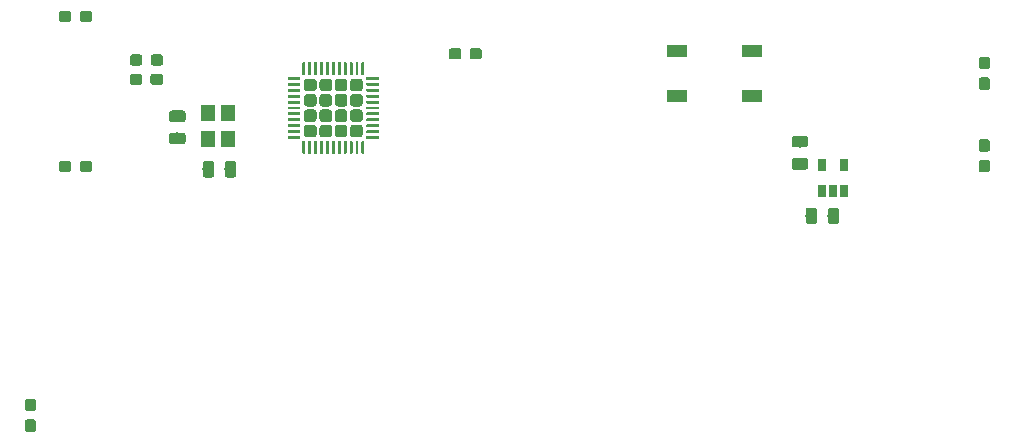
<source format=gbr>
G04 #@! TF.GenerationSoftware,KiCad,Pcbnew,(5.1.2)-2*
G04 #@! TF.CreationDate,2020-11-02T14:54:11+01:00*
G04 #@! TF.ProjectId,MacroBoard,4d616372-6f42-46f6-9172-642e6b696361,rev?*
G04 #@! TF.SameCoordinates,Original*
G04 #@! TF.FileFunction,Paste,Top*
G04 #@! TF.FilePolarity,Positive*
%FSLAX46Y46*%
G04 Gerber Fmt 4.6, Leading zero omitted, Abs format (unit mm)*
G04 Created by KiCad (PCBNEW (5.1.2)-2) date 2020-11-02 14:54:11*
%MOMM*%
%LPD*%
G04 APERTURE LIST*
%ADD10C,0.100000*%
%ADD11C,0.950000*%
%ADD12R,0.650000X1.060000*%
%ADD13C,0.975000*%
%ADD14R,1.700000X1.000000*%
%ADD15R,1.200000X1.400000*%
%ADD16C,1.050000*%
%ADD17C,0.250000*%
G04 APERTURE END LIST*
D10*
G36*
X74546779Y-111459144D02*
G01*
X74569834Y-111462563D01*
X74592443Y-111468227D01*
X74614387Y-111476079D01*
X74635457Y-111486044D01*
X74655448Y-111498026D01*
X74674168Y-111511910D01*
X74691438Y-111527562D01*
X74707090Y-111544832D01*
X74720974Y-111563552D01*
X74732956Y-111583543D01*
X74742921Y-111604613D01*
X74750773Y-111626557D01*
X74756437Y-111649166D01*
X74759856Y-111672221D01*
X74761000Y-111695500D01*
X74761000Y-112270500D01*
X74759856Y-112293779D01*
X74756437Y-112316834D01*
X74750773Y-112339443D01*
X74742921Y-112361387D01*
X74732956Y-112382457D01*
X74720974Y-112402448D01*
X74707090Y-112421168D01*
X74691438Y-112438438D01*
X74674168Y-112454090D01*
X74655448Y-112467974D01*
X74635457Y-112479956D01*
X74614387Y-112489921D01*
X74592443Y-112497773D01*
X74569834Y-112503437D01*
X74546779Y-112506856D01*
X74523500Y-112508000D01*
X74048500Y-112508000D01*
X74025221Y-112506856D01*
X74002166Y-112503437D01*
X73979557Y-112497773D01*
X73957613Y-112489921D01*
X73936543Y-112479956D01*
X73916552Y-112467974D01*
X73897832Y-112454090D01*
X73880562Y-112438438D01*
X73864910Y-112421168D01*
X73851026Y-112402448D01*
X73839044Y-112382457D01*
X73829079Y-112361387D01*
X73821227Y-112339443D01*
X73815563Y-112316834D01*
X73812144Y-112293779D01*
X73811000Y-112270500D01*
X73811000Y-111695500D01*
X73812144Y-111672221D01*
X73815563Y-111649166D01*
X73821227Y-111626557D01*
X73829079Y-111604613D01*
X73839044Y-111583543D01*
X73851026Y-111563552D01*
X73864910Y-111544832D01*
X73880562Y-111527562D01*
X73897832Y-111511910D01*
X73916552Y-111498026D01*
X73936543Y-111486044D01*
X73957613Y-111476079D01*
X73979557Y-111468227D01*
X74002166Y-111462563D01*
X74025221Y-111459144D01*
X74048500Y-111458000D01*
X74523500Y-111458000D01*
X74546779Y-111459144D01*
X74546779Y-111459144D01*
G37*
D11*
X74286000Y-111983000D03*
D10*
G36*
X74546779Y-109709144D02*
G01*
X74569834Y-109712563D01*
X74592443Y-109718227D01*
X74614387Y-109726079D01*
X74635457Y-109736044D01*
X74655448Y-109748026D01*
X74674168Y-109761910D01*
X74691438Y-109777562D01*
X74707090Y-109794832D01*
X74720974Y-109813552D01*
X74732956Y-109833543D01*
X74742921Y-109854613D01*
X74750773Y-109876557D01*
X74756437Y-109899166D01*
X74759856Y-109922221D01*
X74761000Y-109945500D01*
X74761000Y-110520500D01*
X74759856Y-110543779D01*
X74756437Y-110566834D01*
X74750773Y-110589443D01*
X74742921Y-110611387D01*
X74732956Y-110632457D01*
X74720974Y-110652448D01*
X74707090Y-110671168D01*
X74691438Y-110688438D01*
X74674168Y-110704090D01*
X74655448Y-110717974D01*
X74635457Y-110729956D01*
X74614387Y-110739921D01*
X74592443Y-110747773D01*
X74569834Y-110753437D01*
X74546779Y-110756856D01*
X74523500Y-110758000D01*
X74048500Y-110758000D01*
X74025221Y-110756856D01*
X74002166Y-110753437D01*
X73979557Y-110747773D01*
X73957613Y-110739921D01*
X73936543Y-110729956D01*
X73916552Y-110717974D01*
X73897832Y-110704090D01*
X73880562Y-110688438D01*
X73864910Y-110671168D01*
X73851026Y-110652448D01*
X73839044Y-110632457D01*
X73829079Y-110611387D01*
X73821227Y-110589443D01*
X73815563Y-110566834D01*
X73812144Y-110543779D01*
X73811000Y-110520500D01*
X73811000Y-109945500D01*
X73812144Y-109922221D01*
X73815563Y-109899166D01*
X73821227Y-109876557D01*
X73829079Y-109854613D01*
X73839044Y-109833543D01*
X73851026Y-109813552D01*
X73864910Y-109794832D01*
X73880562Y-109777562D01*
X73897832Y-109761910D01*
X73916552Y-109748026D01*
X73936543Y-109736044D01*
X73957613Y-109726079D01*
X73979557Y-109718227D01*
X74002166Y-109712563D01*
X74025221Y-109709144D01*
X74048500Y-109708000D01*
X74523500Y-109708000D01*
X74546779Y-109709144D01*
X74546779Y-109709144D01*
G37*
D11*
X74286000Y-110233000D03*
D12*
X141281000Y-89942000D03*
X143181000Y-89942000D03*
X143181000Y-92142000D03*
X142231000Y-92142000D03*
X141281000Y-92142000D03*
D10*
G36*
X155318779Y-80753144D02*
G01*
X155341834Y-80756563D01*
X155364443Y-80762227D01*
X155386387Y-80770079D01*
X155407457Y-80780044D01*
X155427448Y-80792026D01*
X155446168Y-80805910D01*
X155463438Y-80821562D01*
X155479090Y-80838832D01*
X155492974Y-80857552D01*
X155504956Y-80877543D01*
X155514921Y-80898613D01*
X155522773Y-80920557D01*
X155528437Y-80943166D01*
X155531856Y-80966221D01*
X155533000Y-80989500D01*
X155533000Y-81564500D01*
X155531856Y-81587779D01*
X155528437Y-81610834D01*
X155522773Y-81633443D01*
X155514921Y-81655387D01*
X155504956Y-81676457D01*
X155492974Y-81696448D01*
X155479090Y-81715168D01*
X155463438Y-81732438D01*
X155446168Y-81748090D01*
X155427448Y-81761974D01*
X155407457Y-81773956D01*
X155386387Y-81783921D01*
X155364443Y-81791773D01*
X155341834Y-81797437D01*
X155318779Y-81800856D01*
X155295500Y-81802000D01*
X154820500Y-81802000D01*
X154797221Y-81800856D01*
X154774166Y-81797437D01*
X154751557Y-81791773D01*
X154729613Y-81783921D01*
X154708543Y-81773956D01*
X154688552Y-81761974D01*
X154669832Y-81748090D01*
X154652562Y-81732438D01*
X154636910Y-81715168D01*
X154623026Y-81696448D01*
X154611044Y-81676457D01*
X154601079Y-81655387D01*
X154593227Y-81633443D01*
X154587563Y-81610834D01*
X154584144Y-81587779D01*
X154583000Y-81564500D01*
X154583000Y-80989500D01*
X154584144Y-80966221D01*
X154587563Y-80943166D01*
X154593227Y-80920557D01*
X154601079Y-80898613D01*
X154611044Y-80877543D01*
X154623026Y-80857552D01*
X154636910Y-80838832D01*
X154652562Y-80821562D01*
X154669832Y-80805910D01*
X154688552Y-80792026D01*
X154708543Y-80780044D01*
X154729613Y-80770079D01*
X154751557Y-80762227D01*
X154774166Y-80756563D01*
X154797221Y-80753144D01*
X154820500Y-80752000D01*
X155295500Y-80752000D01*
X155318779Y-80753144D01*
X155318779Y-80753144D01*
G37*
D11*
X155058000Y-81277000D03*
D10*
G36*
X155318779Y-82503144D02*
G01*
X155341834Y-82506563D01*
X155364443Y-82512227D01*
X155386387Y-82520079D01*
X155407457Y-82530044D01*
X155427448Y-82542026D01*
X155446168Y-82555910D01*
X155463438Y-82571562D01*
X155479090Y-82588832D01*
X155492974Y-82607552D01*
X155504956Y-82627543D01*
X155514921Y-82648613D01*
X155522773Y-82670557D01*
X155528437Y-82693166D01*
X155531856Y-82716221D01*
X155533000Y-82739500D01*
X155533000Y-83314500D01*
X155531856Y-83337779D01*
X155528437Y-83360834D01*
X155522773Y-83383443D01*
X155514921Y-83405387D01*
X155504956Y-83426457D01*
X155492974Y-83446448D01*
X155479090Y-83465168D01*
X155463438Y-83482438D01*
X155446168Y-83498090D01*
X155427448Y-83511974D01*
X155407457Y-83523956D01*
X155386387Y-83533921D01*
X155364443Y-83541773D01*
X155341834Y-83547437D01*
X155318779Y-83550856D01*
X155295500Y-83552000D01*
X154820500Y-83552000D01*
X154797221Y-83550856D01*
X154774166Y-83547437D01*
X154751557Y-83541773D01*
X154729613Y-83533921D01*
X154708543Y-83523956D01*
X154688552Y-83511974D01*
X154669832Y-83498090D01*
X154652562Y-83482438D01*
X154636910Y-83465168D01*
X154623026Y-83446448D01*
X154611044Y-83426457D01*
X154601079Y-83405387D01*
X154593227Y-83383443D01*
X154587563Y-83360834D01*
X154584144Y-83337779D01*
X154583000Y-83314500D01*
X154583000Y-82739500D01*
X154584144Y-82716221D01*
X154587563Y-82693166D01*
X154593227Y-82670557D01*
X154601079Y-82648613D01*
X154611044Y-82627543D01*
X154623026Y-82607552D01*
X154636910Y-82588832D01*
X154652562Y-82571562D01*
X154669832Y-82555910D01*
X154688552Y-82542026D01*
X154708543Y-82530044D01*
X154729613Y-82520079D01*
X154751557Y-82512227D01*
X154774166Y-82506563D01*
X154797221Y-82503144D01*
X154820500Y-82502000D01*
X155295500Y-82502000D01*
X155318779Y-82503144D01*
X155318779Y-82503144D01*
G37*
D11*
X155058000Y-83027000D03*
D10*
G36*
X155318779Y-89488144D02*
G01*
X155341834Y-89491563D01*
X155364443Y-89497227D01*
X155386387Y-89505079D01*
X155407457Y-89515044D01*
X155427448Y-89527026D01*
X155446168Y-89540910D01*
X155463438Y-89556562D01*
X155479090Y-89573832D01*
X155492974Y-89592552D01*
X155504956Y-89612543D01*
X155514921Y-89633613D01*
X155522773Y-89655557D01*
X155528437Y-89678166D01*
X155531856Y-89701221D01*
X155533000Y-89724500D01*
X155533000Y-90299500D01*
X155531856Y-90322779D01*
X155528437Y-90345834D01*
X155522773Y-90368443D01*
X155514921Y-90390387D01*
X155504956Y-90411457D01*
X155492974Y-90431448D01*
X155479090Y-90450168D01*
X155463438Y-90467438D01*
X155446168Y-90483090D01*
X155427448Y-90496974D01*
X155407457Y-90508956D01*
X155386387Y-90518921D01*
X155364443Y-90526773D01*
X155341834Y-90532437D01*
X155318779Y-90535856D01*
X155295500Y-90537000D01*
X154820500Y-90537000D01*
X154797221Y-90535856D01*
X154774166Y-90532437D01*
X154751557Y-90526773D01*
X154729613Y-90518921D01*
X154708543Y-90508956D01*
X154688552Y-90496974D01*
X154669832Y-90483090D01*
X154652562Y-90467438D01*
X154636910Y-90450168D01*
X154623026Y-90431448D01*
X154611044Y-90411457D01*
X154601079Y-90390387D01*
X154593227Y-90368443D01*
X154587563Y-90345834D01*
X154584144Y-90322779D01*
X154583000Y-90299500D01*
X154583000Y-89724500D01*
X154584144Y-89701221D01*
X154587563Y-89678166D01*
X154593227Y-89655557D01*
X154601079Y-89633613D01*
X154611044Y-89612543D01*
X154623026Y-89592552D01*
X154636910Y-89573832D01*
X154652562Y-89556562D01*
X154669832Y-89540910D01*
X154688552Y-89527026D01*
X154708543Y-89515044D01*
X154729613Y-89505079D01*
X154751557Y-89497227D01*
X154774166Y-89491563D01*
X154797221Y-89488144D01*
X154820500Y-89487000D01*
X155295500Y-89487000D01*
X155318779Y-89488144D01*
X155318779Y-89488144D01*
G37*
D11*
X155058000Y-90012000D03*
D10*
G36*
X155318779Y-87738144D02*
G01*
X155341834Y-87741563D01*
X155364443Y-87747227D01*
X155386387Y-87755079D01*
X155407457Y-87765044D01*
X155427448Y-87777026D01*
X155446168Y-87790910D01*
X155463438Y-87806562D01*
X155479090Y-87823832D01*
X155492974Y-87842552D01*
X155504956Y-87862543D01*
X155514921Y-87883613D01*
X155522773Y-87905557D01*
X155528437Y-87928166D01*
X155531856Y-87951221D01*
X155533000Y-87974500D01*
X155533000Y-88549500D01*
X155531856Y-88572779D01*
X155528437Y-88595834D01*
X155522773Y-88618443D01*
X155514921Y-88640387D01*
X155504956Y-88661457D01*
X155492974Y-88681448D01*
X155479090Y-88700168D01*
X155463438Y-88717438D01*
X155446168Y-88733090D01*
X155427448Y-88746974D01*
X155407457Y-88758956D01*
X155386387Y-88768921D01*
X155364443Y-88776773D01*
X155341834Y-88782437D01*
X155318779Y-88785856D01*
X155295500Y-88787000D01*
X154820500Y-88787000D01*
X154797221Y-88785856D01*
X154774166Y-88782437D01*
X154751557Y-88776773D01*
X154729613Y-88768921D01*
X154708543Y-88758956D01*
X154688552Y-88746974D01*
X154669832Y-88733090D01*
X154652562Y-88717438D01*
X154636910Y-88700168D01*
X154623026Y-88681448D01*
X154611044Y-88661457D01*
X154601079Y-88640387D01*
X154593227Y-88618443D01*
X154587563Y-88595834D01*
X154584144Y-88572779D01*
X154583000Y-88549500D01*
X154583000Y-87974500D01*
X154584144Y-87951221D01*
X154587563Y-87928166D01*
X154593227Y-87905557D01*
X154601079Y-87883613D01*
X154611044Y-87862543D01*
X154623026Y-87842552D01*
X154636910Y-87823832D01*
X154652562Y-87806562D01*
X154669832Y-87790910D01*
X154688552Y-87777026D01*
X154708543Y-87765044D01*
X154729613Y-87755079D01*
X154751557Y-87747227D01*
X154774166Y-87741563D01*
X154797221Y-87738144D01*
X154820500Y-87737000D01*
X155295500Y-87737000D01*
X155318779Y-87738144D01*
X155318779Y-87738144D01*
G37*
D11*
X155058000Y-88262000D03*
D10*
G36*
X139917142Y-87459174D02*
G01*
X139940803Y-87462684D01*
X139964007Y-87468496D01*
X139986529Y-87476554D01*
X140008153Y-87486782D01*
X140028670Y-87499079D01*
X140047883Y-87513329D01*
X140065607Y-87529393D01*
X140081671Y-87547117D01*
X140095921Y-87566330D01*
X140108218Y-87586847D01*
X140118446Y-87608471D01*
X140126504Y-87630993D01*
X140132316Y-87654197D01*
X140135826Y-87677858D01*
X140137000Y-87701750D01*
X140137000Y-88189250D01*
X140135826Y-88213142D01*
X140132316Y-88236803D01*
X140126504Y-88260007D01*
X140118446Y-88282529D01*
X140108218Y-88304153D01*
X140095921Y-88324670D01*
X140081671Y-88343883D01*
X140065607Y-88361607D01*
X140047883Y-88377671D01*
X140028670Y-88391921D01*
X140008153Y-88404218D01*
X139986529Y-88414446D01*
X139964007Y-88422504D01*
X139940803Y-88428316D01*
X139917142Y-88431826D01*
X139893250Y-88433000D01*
X138980750Y-88433000D01*
X138956858Y-88431826D01*
X138933197Y-88428316D01*
X138909993Y-88422504D01*
X138887471Y-88414446D01*
X138865847Y-88404218D01*
X138845330Y-88391921D01*
X138826117Y-88377671D01*
X138808393Y-88361607D01*
X138792329Y-88343883D01*
X138778079Y-88324670D01*
X138765782Y-88304153D01*
X138755554Y-88282529D01*
X138747496Y-88260007D01*
X138741684Y-88236803D01*
X138738174Y-88213142D01*
X138737000Y-88189250D01*
X138737000Y-87701750D01*
X138738174Y-87677858D01*
X138741684Y-87654197D01*
X138747496Y-87630993D01*
X138755554Y-87608471D01*
X138765782Y-87586847D01*
X138778079Y-87566330D01*
X138792329Y-87547117D01*
X138808393Y-87529393D01*
X138826117Y-87513329D01*
X138845330Y-87499079D01*
X138865847Y-87486782D01*
X138887471Y-87476554D01*
X138909993Y-87468496D01*
X138933197Y-87462684D01*
X138956858Y-87459174D01*
X138980750Y-87458000D01*
X139893250Y-87458000D01*
X139917142Y-87459174D01*
X139917142Y-87459174D01*
G37*
D13*
X139437000Y-87945500D03*
D10*
G36*
X139917142Y-89334174D02*
G01*
X139940803Y-89337684D01*
X139964007Y-89343496D01*
X139986529Y-89351554D01*
X140008153Y-89361782D01*
X140028670Y-89374079D01*
X140047883Y-89388329D01*
X140065607Y-89404393D01*
X140081671Y-89422117D01*
X140095921Y-89441330D01*
X140108218Y-89461847D01*
X140118446Y-89483471D01*
X140126504Y-89505993D01*
X140132316Y-89529197D01*
X140135826Y-89552858D01*
X140137000Y-89576750D01*
X140137000Y-90064250D01*
X140135826Y-90088142D01*
X140132316Y-90111803D01*
X140126504Y-90135007D01*
X140118446Y-90157529D01*
X140108218Y-90179153D01*
X140095921Y-90199670D01*
X140081671Y-90218883D01*
X140065607Y-90236607D01*
X140047883Y-90252671D01*
X140028670Y-90266921D01*
X140008153Y-90279218D01*
X139986529Y-90289446D01*
X139964007Y-90297504D01*
X139940803Y-90303316D01*
X139917142Y-90306826D01*
X139893250Y-90308000D01*
X138980750Y-90308000D01*
X138956858Y-90306826D01*
X138933197Y-90303316D01*
X138909993Y-90297504D01*
X138887471Y-90289446D01*
X138865847Y-90279218D01*
X138845330Y-90266921D01*
X138826117Y-90252671D01*
X138808393Y-90236607D01*
X138792329Y-90218883D01*
X138778079Y-90199670D01*
X138765782Y-90179153D01*
X138755554Y-90157529D01*
X138747496Y-90135007D01*
X138741684Y-90111803D01*
X138738174Y-90088142D01*
X138737000Y-90064250D01*
X138737000Y-89576750D01*
X138738174Y-89552858D01*
X138741684Y-89529197D01*
X138747496Y-89505993D01*
X138755554Y-89483471D01*
X138765782Y-89461847D01*
X138778079Y-89441330D01*
X138792329Y-89422117D01*
X138808393Y-89404393D01*
X138826117Y-89388329D01*
X138845330Y-89374079D01*
X138865847Y-89361782D01*
X138887471Y-89351554D01*
X138909993Y-89343496D01*
X138933197Y-89337684D01*
X138956858Y-89334174D01*
X138980750Y-89333000D01*
X139893250Y-89333000D01*
X139917142Y-89334174D01*
X139917142Y-89334174D01*
G37*
D13*
X139437000Y-89820500D03*
D10*
G36*
X142547142Y-93518174D02*
G01*
X142570803Y-93521684D01*
X142594007Y-93527496D01*
X142616529Y-93535554D01*
X142638153Y-93545782D01*
X142658670Y-93558079D01*
X142677883Y-93572329D01*
X142695607Y-93588393D01*
X142711671Y-93606117D01*
X142725921Y-93625330D01*
X142738218Y-93645847D01*
X142748446Y-93667471D01*
X142756504Y-93689993D01*
X142762316Y-93713197D01*
X142765826Y-93736858D01*
X142767000Y-93760750D01*
X142767000Y-94673250D01*
X142765826Y-94697142D01*
X142762316Y-94720803D01*
X142756504Y-94744007D01*
X142748446Y-94766529D01*
X142738218Y-94788153D01*
X142725921Y-94808670D01*
X142711671Y-94827883D01*
X142695607Y-94845607D01*
X142677883Y-94861671D01*
X142658670Y-94875921D01*
X142638153Y-94888218D01*
X142616529Y-94898446D01*
X142594007Y-94906504D01*
X142570803Y-94912316D01*
X142547142Y-94915826D01*
X142523250Y-94917000D01*
X142035750Y-94917000D01*
X142011858Y-94915826D01*
X141988197Y-94912316D01*
X141964993Y-94906504D01*
X141942471Y-94898446D01*
X141920847Y-94888218D01*
X141900330Y-94875921D01*
X141881117Y-94861671D01*
X141863393Y-94845607D01*
X141847329Y-94827883D01*
X141833079Y-94808670D01*
X141820782Y-94788153D01*
X141810554Y-94766529D01*
X141802496Y-94744007D01*
X141796684Y-94720803D01*
X141793174Y-94697142D01*
X141792000Y-94673250D01*
X141792000Y-93760750D01*
X141793174Y-93736858D01*
X141796684Y-93713197D01*
X141802496Y-93689993D01*
X141810554Y-93667471D01*
X141820782Y-93645847D01*
X141833079Y-93625330D01*
X141847329Y-93606117D01*
X141863393Y-93588393D01*
X141881117Y-93572329D01*
X141900330Y-93558079D01*
X141920847Y-93545782D01*
X141942471Y-93535554D01*
X141964993Y-93527496D01*
X141988197Y-93521684D01*
X142011858Y-93518174D01*
X142035750Y-93517000D01*
X142523250Y-93517000D01*
X142547142Y-93518174D01*
X142547142Y-93518174D01*
G37*
D13*
X142279500Y-94217000D03*
D10*
G36*
X140672142Y-93518174D02*
G01*
X140695803Y-93521684D01*
X140719007Y-93527496D01*
X140741529Y-93535554D01*
X140763153Y-93545782D01*
X140783670Y-93558079D01*
X140802883Y-93572329D01*
X140820607Y-93588393D01*
X140836671Y-93606117D01*
X140850921Y-93625330D01*
X140863218Y-93645847D01*
X140873446Y-93667471D01*
X140881504Y-93689993D01*
X140887316Y-93713197D01*
X140890826Y-93736858D01*
X140892000Y-93760750D01*
X140892000Y-94673250D01*
X140890826Y-94697142D01*
X140887316Y-94720803D01*
X140881504Y-94744007D01*
X140873446Y-94766529D01*
X140863218Y-94788153D01*
X140850921Y-94808670D01*
X140836671Y-94827883D01*
X140820607Y-94845607D01*
X140802883Y-94861671D01*
X140783670Y-94875921D01*
X140763153Y-94888218D01*
X140741529Y-94898446D01*
X140719007Y-94906504D01*
X140695803Y-94912316D01*
X140672142Y-94915826D01*
X140648250Y-94917000D01*
X140160750Y-94917000D01*
X140136858Y-94915826D01*
X140113197Y-94912316D01*
X140089993Y-94906504D01*
X140067471Y-94898446D01*
X140045847Y-94888218D01*
X140025330Y-94875921D01*
X140006117Y-94861671D01*
X139988393Y-94845607D01*
X139972329Y-94827883D01*
X139958079Y-94808670D01*
X139945782Y-94788153D01*
X139935554Y-94766529D01*
X139927496Y-94744007D01*
X139921684Y-94720803D01*
X139918174Y-94697142D01*
X139917000Y-94673250D01*
X139917000Y-93760750D01*
X139918174Y-93736858D01*
X139921684Y-93713197D01*
X139927496Y-93689993D01*
X139935554Y-93667471D01*
X139945782Y-93645847D01*
X139958079Y-93625330D01*
X139972329Y-93606117D01*
X139988393Y-93588393D01*
X140006117Y-93572329D01*
X140025330Y-93558079D01*
X140045847Y-93545782D01*
X140067471Y-93535554D01*
X140089993Y-93527496D01*
X140113197Y-93521684D01*
X140136858Y-93518174D01*
X140160750Y-93517000D01*
X140648250Y-93517000D01*
X140672142Y-93518174D01*
X140672142Y-93518174D01*
G37*
D13*
X140404500Y-94217000D03*
D14*
X129048000Y-80252000D03*
X135348000Y-80252000D03*
X129048000Y-84052000D03*
X135348000Y-84052000D03*
D10*
G36*
X112301779Y-80027144D02*
G01*
X112324834Y-80030563D01*
X112347443Y-80036227D01*
X112369387Y-80044079D01*
X112390457Y-80054044D01*
X112410448Y-80066026D01*
X112429168Y-80079910D01*
X112446438Y-80095562D01*
X112462090Y-80112832D01*
X112475974Y-80131552D01*
X112487956Y-80151543D01*
X112497921Y-80172613D01*
X112505773Y-80194557D01*
X112511437Y-80217166D01*
X112514856Y-80240221D01*
X112516000Y-80263500D01*
X112516000Y-80738500D01*
X112514856Y-80761779D01*
X112511437Y-80784834D01*
X112505773Y-80807443D01*
X112497921Y-80829387D01*
X112487956Y-80850457D01*
X112475974Y-80870448D01*
X112462090Y-80889168D01*
X112446438Y-80906438D01*
X112429168Y-80922090D01*
X112410448Y-80935974D01*
X112390457Y-80947956D01*
X112369387Y-80957921D01*
X112347443Y-80965773D01*
X112324834Y-80971437D01*
X112301779Y-80974856D01*
X112278500Y-80976000D01*
X111703500Y-80976000D01*
X111680221Y-80974856D01*
X111657166Y-80971437D01*
X111634557Y-80965773D01*
X111612613Y-80957921D01*
X111591543Y-80947956D01*
X111571552Y-80935974D01*
X111552832Y-80922090D01*
X111535562Y-80906438D01*
X111519910Y-80889168D01*
X111506026Y-80870448D01*
X111494044Y-80850457D01*
X111484079Y-80829387D01*
X111476227Y-80807443D01*
X111470563Y-80784834D01*
X111467144Y-80761779D01*
X111466000Y-80738500D01*
X111466000Y-80263500D01*
X111467144Y-80240221D01*
X111470563Y-80217166D01*
X111476227Y-80194557D01*
X111484079Y-80172613D01*
X111494044Y-80151543D01*
X111506026Y-80131552D01*
X111519910Y-80112832D01*
X111535562Y-80095562D01*
X111552832Y-80079910D01*
X111571552Y-80066026D01*
X111591543Y-80054044D01*
X111612613Y-80044079D01*
X111634557Y-80036227D01*
X111657166Y-80030563D01*
X111680221Y-80027144D01*
X111703500Y-80026000D01*
X112278500Y-80026000D01*
X112301779Y-80027144D01*
X112301779Y-80027144D01*
G37*
D11*
X111991000Y-80501000D03*
D10*
G36*
X110551779Y-80027144D02*
G01*
X110574834Y-80030563D01*
X110597443Y-80036227D01*
X110619387Y-80044079D01*
X110640457Y-80054044D01*
X110660448Y-80066026D01*
X110679168Y-80079910D01*
X110696438Y-80095562D01*
X110712090Y-80112832D01*
X110725974Y-80131552D01*
X110737956Y-80151543D01*
X110747921Y-80172613D01*
X110755773Y-80194557D01*
X110761437Y-80217166D01*
X110764856Y-80240221D01*
X110766000Y-80263500D01*
X110766000Y-80738500D01*
X110764856Y-80761779D01*
X110761437Y-80784834D01*
X110755773Y-80807443D01*
X110747921Y-80829387D01*
X110737956Y-80850457D01*
X110725974Y-80870448D01*
X110712090Y-80889168D01*
X110696438Y-80906438D01*
X110679168Y-80922090D01*
X110660448Y-80935974D01*
X110640457Y-80947956D01*
X110619387Y-80957921D01*
X110597443Y-80965773D01*
X110574834Y-80971437D01*
X110551779Y-80974856D01*
X110528500Y-80976000D01*
X109953500Y-80976000D01*
X109930221Y-80974856D01*
X109907166Y-80971437D01*
X109884557Y-80965773D01*
X109862613Y-80957921D01*
X109841543Y-80947956D01*
X109821552Y-80935974D01*
X109802832Y-80922090D01*
X109785562Y-80906438D01*
X109769910Y-80889168D01*
X109756026Y-80870448D01*
X109744044Y-80850457D01*
X109734079Y-80829387D01*
X109726227Y-80807443D01*
X109720563Y-80784834D01*
X109717144Y-80761779D01*
X109716000Y-80738500D01*
X109716000Y-80263500D01*
X109717144Y-80240221D01*
X109720563Y-80217166D01*
X109726227Y-80194557D01*
X109734079Y-80172613D01*
X109744044Y-80151543D01*
X109756026Y-80131552D01*
X109769910Y-80112832D01*
X109785562Y-80095562D01*
X109802832Y-80079910D01*
X109821552Y-80066026D01*
X109841543Y-80054044D01*
X109862613Y-80044079D01*
X109884557Y-80036227D01*
X109907166Y-80030563D01*
X109930221Y-80027144D01*
X109953500Y-80026000D01*
X110528500Y-80026000D01*
X110551779Y-80027144D01*
X110551779Y-80027144D01*
G37*
D11*
X110241000Y-80501000D03*
D10*
G36*
X77531779Y-89552144D02*
G01*
X77554834Y-89555563D01*
X77577443Y-89561227D01*
X77599387Y-89569079D01*
X77620457Y-89579044D01*
X77640448Y-89591026D01*
X77659168Y-89604910D01*
X77676438Y-89620562D01*
X77692090Y-89637832D01*
X77705974Y-89656552D01*
X77717956Y-89676543D01*
X77727921Y-89697613D01*
X77735773Y-89719557D01*
X77741437Y-89742166D01*
X77744856Y-89765221D01*
X77746000Y-89788500D01*
X77746000Y-90263500D01*
X77744856Y-90286779D01*
X77741437Y-90309834D01*
X77735773Y-90332443D01*
X77727921Y-90354387D01*
X77717956Y-90375457D01*
X77705974Y-90395448D01*
X77692090Y-90414168D01*
X77676438Y-90431438D01*
X77659168Y-90447090D01*
X77640448Y-90460974D01*
X77620457Y-90472956D01*
X77599387Y-90482921D01*
X77577443Y-90490773D01*
X77554834Y-90496437D01*
X77531779Y-90499856D01*
X77508500Y-90501000D01*
X76933500Y-90501000D01*
X76910221Y-90499856D01*
X76887166Y-90496437D01*
X76864557Y-90490773D01*
X76842613Y-90482921D01*
X76821543Y-90472956D01*
X76801552Y-90460974D01*
X76782832Y-90447090D01*
X76765562Y-90431438D01*
X76749910Y-90414168D01*
X76736026Y-90395448D01*
X76724044Y-90375457D01*
X76714079Y-90354387D01*
X76706227Y-90332443D01*
X76700563Y-90309834D01*
X76697144Y-90286779D01*
X76696000Y-90263500D01*
X76696000Y-89788500D01*
X76697144Y-89765221D01*
X76700563Y-89742166D01*
X76706227Y-89719557D01*
X76714079Y-89697613D01*
X76724044Y-89676543D01*
X76736026Y-89656552D01*
X76749910Y-89637832D01*
X76765562Y-89620562D01*
X76782832Y-89604910D01*
X76801552Y-89591026D01*
X76821543Y-89579044D01*
X76842613Y-89569079D01*
X76864557Y-89561227D01*
X76887166Y-89555563D01*
X76910221Y-89552144D01*
X76933500Y-89551000D01*
X77508500Y-89551000D01*
X77531779Y-89552144D01*
X77531779Y-89552144D01*
G37*
D11*
X77221000Y-90026000D03*
D10*
G36*
X79281779Y-89552144D02*
G01*
X79304834Y-89555563D01*
X79327443Y-89561227D01*
X79349387Y-89569079D01*
X79370457Y-89579044D01*
X79390448Y-89591026D01*
X79409168Y-89604910D01*
X79426438Y-89620562D01*
X79442090Y-89637832D01*
X79455974Y-89656552D01*
X79467956Y-89676543D01*
X79477921Y-89697613D01*
X79485773Y-89719557D01*
X79491437Y-89742166D01*
X79494856Y-89765221D01*
X79496000Y-89788500D01*
X79496000Y-90263500D01*
X79494856Y-90286779D01*
X79491437Y-90309834D01*
X79485773Y-90332443D01*
X79477921Y-90354387D01*
X79467956Y-90375457D01*
X79455974Y-90395448D01*
X79442090Y-90414168D01*
X79426438Y-90431438D01*
X79409168Y-90447090D01*
X79390448Y-90460974D01*
X79370457Y-90472956D01*
X79349387Y-90482921D01*
X79327443Y-90490773D01*
X79304834Y-90496437D01*
X79281779Y-90499856D01*
X79258500Y-90501000D01*
X78683500Y-90501000D01*
X78660221Y-90499856D01*
X78637166Y-90496437D01*
X78614557Y-90490773D01*
X78592613Y-90482921D01*
X78571543Y-90472956D01*
X78551552Y-90460974D01*
X78532832Y-90447090D01*
X78515562Y-90431438D01*
X78499910Y-90414168D01*
X78486026Y-90395448D01*
X78474044Y-90375457D01*
X78464079Y-90354387D01*
X78456227Y-90332443D01*
X78450563Y-90309834D01*
X78447144Y-90286779D01*
X78446000Y-90263500D01*
X78446000Y-89788500D01*
X78447144Y-89765221D01*
X78450563Y-89742166D01*
X78456227Y-89719557D01*
X78464079Y-89697613D01*
X78474044Y-89676543D01*
X78486026Y-89656552D01*
X78499910Y-89637832D01*
X78515562Y-89620562D01*
X78532832Y-89604910D01*
X78551552Y-89591026D01*
X78571543Y-89579044D01*
X78592613Y-89569079D01*
X78614557Y-89561227D01*
X78637166Y-89555563D01*
X78660221Y-89552144D01*
X78683500Y-89551000D01*
X79258500Y-89551000D01*
X79281779Y-89552144D01*
X79281779Y-89552144D01*
G37*
D11*
X78971000Y-90026000D03*
D10*
G36*
X79281779Y-76852144D02*
G01*
X79304834Y-76855563D01*
X79327443Y-76861227D01*
X79349387Y-76869079D01*
X79370457Y-76879044D01*
X79390448Y-76891026D01*
X79409168Y-76904910D01*
X79426438Y-76920562D01*
X79442090Y-76937832D01*
X79455974Y-76956552D01*
X79467956Y-76976543D01*
X79477921Y-76997613D01*
X79485773Y-77019557D01*
X79491437Y-77042166D01*
X79494856Y-77065221D01*
X79496000Y-77088500D01*
X79496000Y-77563500D01*
X79494856Y-77586779D01*
X79491437Y-77609834D01*
X79485773Y-77632443D01*
X79477921Y-77654387D01*
X79467956Y-77675457D01*
X79455974Y-77695448D01*
X79442090Y-77714168D01*
X79426438Y-77731438D01*
X79409168Y-77747090D01*
X79390448Y-77760974D01*
X79370457Y-77772956D01*
X79349387Y-77782921D01*
X79327443Y-77790773D01*
X79304834Y-77796437D01*
X79281779Y-77799856D01*
X79258500Y-77801000D01*
X78683500Y-77801000D01*
X78660221Y-77799856D01*
X78637166Y-77796437D01*
X78614557Y-77790773D01*
X78592613Y-77782921D01*
X78571543Y-77772956D01*
X78551552Y-77760974D01*
X78532832Y-77747090D01*
X78515562Y-77731438D01*
X78499910Y-77714168D01*
X78486026Y-77695448D01*
X78474044Y-77675457D01*
X78464079Y-77654387D01*
X78456227Y-77632443D01*
X78450563Y-77609834D01*
X78447144Y-77586779D01*
X78446000Y-77563500D01*
X78446000Y-77088500D01*
X78447144Y-77065221D01*
X78450563Y-77042166D01*
X78456227Y-77019557D01*
X78464079Y-76997613D01*
X78474044Y-76976543D01*
X78486026Y-76956552D01*
X78499910Y-76937832D01*
X78515562Y-76920562D01*
X78532832Y-76904910D01*
X78551552Y-76891026D01*
X78571543Y-76879044D01*
X78592613Y-76869079D01*
X78614557Y-76861227D01*
X78637166Y-76855563D01*
X78660221Y-76852144D01*
X78683500Y-76851000D01*
X79258500Y-76851000D01*
X79281779Y-76852144D01*
X79281779Y-76852144D01*
G37*
D11*
X78971000Y-77326000D03*
D10*
G36*
X77531779Y-76852144D02*
G01*
X77554834Y-76855563D01*
X77577443Y-76861227D01*
X77599387Y-76869079D01*
X77620457Y-76879044D01*
X77640448Y-76891026D01*
X77659168Y-76904910D01*
X77676438Y-76920562D01*
X77692090Y-76937832D01*
X77705974Y-76956552D01*
X77717956Y-76976543D01*
X77727921Y-76997613D01*
X77735773Y-77019557D01*
X77741437Y-77042166D01*
X77744856Y-77065221D01*
X77746000Y-77088500D01*
X77746000Y-77563500D01*
X77744856Y-77586779D01*
X77741437Y-77609834D01*
X77735773Y-77632443D01*
X77727921Y-77654387D01*
X77717956Y-77675457D01*
X77705974Y-77695448D01*
X77692090Y-77714168D01*
X77676438Y-77731438D01*
X77659168Y-77747090D01*
X77640448Y-77760974D01*
X77620457Y-77772956D01*
X77599387Y-77782921D01*
X77577443Y-77790773D01*
X77554834Y-77796437D01*
X77531779Y-77799856D01*
X77508500Y-77801000D01*
X76933500Y-77801000D01*
X76910221Y-77799856D01*
X76887166Y-77796437D01*
X76864557Y-77790773D01*
X76842613Y-77782921D01*
X76821543Y-77772956D01*
X76801552Y-77760974D01*
X76782832Y-77747090D01*
X76765562Y-77731438D01*
X76749910Y-77714168D01*
X76736026Y-77695448D01*
X76724044Y-77675457D01*
X76714079Y-77654387D01*
X76706227Y-77632443D01*
X76700563Y-77609834D01*
X76697144Y-77586779D01*
X76696000Y-77563500D01*
X76696000Y-77088500D01*
X76697144Y-77065221D01*
X76700563Y-77042166D01*
X76706227Y-77019557D01*
X76714079Y-76997613D01*
X76724044Y-76976543D01*
X76736026Y-76956552D01*
X76749910Y-76937832D01*
X76765562Y-76920562D01*
X76782832Y-76904910D01*
X76801552Y-76891026D01*
X76821543Y-76879044D01*
X76842613Y-76869079D01*
X76864557Y-76861227D01*
X76887166Y-76855563D01*
X76910221Y-76852144D01*
X76933500Y-76851000D01*
X77508500Y-76851000D01*
X77531779Y-76852144D01*
X77531779Y-76852144D01*
G37*
D11*
X77221000Y-77326000D03*
D10*
G36*
X87212142Y-87175174D02*
G01*
X87235803Y-87178684D01*
X87259007Y-87184496D01*
X87281529Y-87192554D01*
X87303153Y-87202782D01*
X87323670Y-87215079D01*
X87342883Y-87229329D01*
X87360607Y-87245393D01*
X87376671Y-87263117D01*
X87390921Y-87282330D01*
X87403218Y-87302847D01*
X87413446Y-87324471D01*
X87421504Y-87346993D01*
X87427316Y-87370197D01*
X87430826Y-87393858D01*
X87432000Y-87417750D01*
X87432000Y-87905250D01*
X87430826Y-87929142D01*
X87427316Y-87952803D01*
X87421504Y-87976007D01*
X87413446Y-87998529D01*
X87403218Y-88020153D01*
X87390921Y-88040670D01*
X87376671Y-88059883D01*
X87360607Y-88077607D01*
X87342883Y-88093671D01*
X87323670Y-88107921D01*
X87303153Y-88120218D01*
X87281529Y-88130446D01*
X87259007Y-88138504D01*
X87235803Y-88144316D01*
X87212142Y-88147826D01*
X87188250Y-88149000D01*
X86275750Y-88149000D01*
X86251858Y-88147826D01*
X86228197Y-88144316D01*
X86204993Y-88138504D01*
X86182471Y-88130446D01*
X86160847Y-88120218D01*
X86140330Y-88107921D01*
X86121117Y-88093671D01*
X86103393Y-88077607D01*
X86087329Y-88059883D01*
X86073079Y-88040670D01*
X86060782Y-88020153D01*
X86050554Y-87998529D01*
X86042496Y-87976007D01*
X86036684Y-87952803D01*
X86033174Y-87929142D01*
X86032000Y-87905250D01*
X86032000Y-87417750D01*
X86033174Y-87393858D01*
X86036684Y-87370197D01*
X86042496Y-87346993D01*
X86050554Y-87324471D01*
X86060782Y-87302847D01*
X86073079Y-87282330D01*
X86087329Y-87263117D01*
X86103393Y-87245393D01*
X86121117Y-87229329D01*
X86140330Y-87215079D01*
X86160847Y-87202782D01*
X86182471Y-87192554D01*
X86204993Y-87184496D01*
X86228197Y-87178684D01*
X86251858Y-87175174D01*
X86275750Y-87174000D01*
X87188250Y-87174000D01*
X87212142Y-87175174D01*
X87212142Y-87175174D01*
G37*
D13*
X86732000Y-87661500D03*
D10*
G36*
X87212142Y-85300174D02*
G01*
X87235803Y-85303684D01*
X87259007Y-85309496D01*
X87281529Y-85317554D01*
X87303153Y-85327782D01*
X87323670Y-85340079D01*
X87342883Y-85354329D01*
X87360607Y-85370393D01*
X87376671Y-85388117D01*
X87390921Y-85407330D01*
X87403218Y-85427847D01*
X87413446Y-85449471D01*
X87421504Y-85471993D01*
X87427316Y-85495197D01*
X87430826Y-85518858D01*
X87432000Y-85542750D01*
X87432000Y-86030250D01*
X87430826Y-86054142D01*
X87427316Y-86077803D01*
X87421504Y-86101007D01*
X87413446Y-86123529D01*
X87403218Y-86145153D01*
X87390921Y-86165670D01*
X87376671Y-86184883D01*
X87360607Y-86202607D01*
X87342883Y-86218671D01*
X87323670Y-86232921D01*
X87303153Y-86245218D01*
X87281529Y-86255446D01*
X87259007Y-86263504D01*
X87235803Y-86269316D01*
X87212142Y-86272826D01*
X87188250Y-86274000D01*
X86275750Y-86274000D01*
X86251858Y-86272826D01*
X86228197Y-86269316D01*
X86204993Y-86263504D01*
X86182471Y-86255446D01*
X86160847Y-86245218D01*
X86140330Y-86232921D01*
X86121117Y-86218671D01*
X86103393Y-86202607D01*
X86087329Y-86184883D01*
X86073079Y-86165670D01*
X86060782Y-86145153D01*
X86050554Y-86123529D01*
X86042496Y-86101007D01*
X86036684Y-86077803D01*
X86033174Y-86054142D01*
X86032000Y-86030250D01*
X86032000Y-85542750D01*
X86033174Y-85518858D01*
X86036684Y-85495197D01*
X86042496Y-85471993D01*
X86050554Y-85449471D01*
X86060782Y-85427847D01*
X86073079Y-85407330D01*
X86087329Y-85388117D01*
X86103393Y-85370393D01*
X86121117Y-85354329D01*
X86140330Y-85340079D01*
X86160847Y-85327782D01*
X86182471Y-85317554D01*
X86204993Y-85309496D01*
X86228197Y-85303684D01*
X86251858Y-85300174D01*
X86275750Y-85299000D01*
X87188250Y-85299000D01*
X87212142Y-85300174D01*
X87212142Y-85300174D01*
G37*
D13*
X86732000Y-85786500D03*
D10*
G36*
X89618142Y-89581174D02*
G01*
X89641803Y-89584684D01*
X89665007Y-89590496D01*
X89687529Y-89598554D01*
X89709153Y-89608782D01*
X89729670Y-89621079D01*
X89748883Y-89635329D01*
X89766607Y-89651393D01*
X89782671Y-89669117D01*
X89796921Y-89688330D01*
X89809218Y-89708847D01*
X89819446Y-89730471D01*
X89827504Y-89752993D01*
X89833316Y-89776197D01*
X89836826Y-89799858D01*
X89838000Y-89823750D01*
X89838000Y-90736250D01*
X89836826Y-90760142D01*
X89833316Y-90783803D01*
X89827504Y-90807007D01*
X89819446Y-90829529D01*
X89809218Y-90851153D01*
X89796921Y-90871670D01*
X89782671Y-90890883D01*
X89766607Y-90908607D01*
X89748883Y-90924671D01*
X89729670Y-90938921D01*
X89709153Y-90951218D01*
X89687529Y-90961446D01*
X89665007Y-90969504D01*
X89641803Y-90975316D01*
X89618142Y-90978826D01*
X89594250Y-90980000D01*
X89106750Y-90980000D01*
X89082858Y-90978826D01*
X89059197Y-90975316D01*
X89035993Y-90969504D01*
X89013471Y-90961446D01*
X88991847Y-90951218D01*
X88971330Y-90938921D01*
X88952117Y-90924671D01*
X88934393Y-90908607D01*
X88918329Y-90890883D01*
X88904079Y-90871670D01*
X88891782Y-90851153D01*
X88881554Y-90829529D01*
X88873496Y-90807007D01*
X88867684Y-90783803D01*
X88864174Y-90760142D01*
X88863000Y-90736250D01*
X88863000Y-89823750D01*
X88864174Y-89799858D01*
X88867684Y-89776197D01*
X88873496Y-89752993D01*
X88881554Y-89730471D01*
X88891782Y-89708847D01*
X88904079Y-89688330D01*
X88918329Y-89669117D01*
X88934393Y-89651393D01*
X88952117Y-89635329D01*
X88971330Y-89621079D01*
X88991847Y-89608782D01*
X89013471Y-89598554D01*
X89035993Y-89590496D01*
X89059197Y-89584684D01*
X89082858Y-89581174D01*
X89106750Y-89580000D01*
X89594250Y-89580000D01*
X89618142Y-89581174D01*
X89618142Y-89581174D01*
G37*
D13*
X89350500Y-90280000D03*
D10*
G36*
X91493142Y-89581174D02*
G01*
X91516803Y-89584684D01*
X91540007Y-89590496D01*
X91562529Y-89598554D01*
X91584153Y-89608782D01*
X91604670Y-89621079D01*
X91623883Y-89635329D01*
X91641607Y-89651393D01*
X91657671Y-89669117D01*
X91671921Y-89688330D01*
X91684218Y-89708847D01*
X91694446Y-89730471D01*
X91702504Y-89752993D01*
X91708316Y-89776197D01*
X91711826Y-89799858D01*
X91713000Y-89823750D01*
X91713000Y-90736250D01*
X91711826Y-90760142D01*
X91708316Y-90783803D01*
X91702504Y-90807007D01*
X91694446Y-90829529D01*
X91684218Y-90851153D01*
X91671921Y-90871670D01*
X91657671Y-90890883D01*
X91641607Y-90908607D01*
X91623883Y-90924671D01*
X91604670Y-90938921D01*
X91584153Y-90951218D01*
X91562529Y-90961446D01*
X91540007Y-90969504D01*
X91516803Y-90975316D01*
X91493142Y-90978826D01*
X91469250Y-90980000D01*
X90981750Y-90980000D01*
X90957858Y-90978826D01*
X90934197Y-90975316D01*
X90910993Y-90969504D01*
X90888471Y-90961446D01*
X90866847Y-90951218D01*
X90846330Y-90938921D01*
X90827117Y-90924671D01*
X90809393Y-90908607D01*
X90793329Y-90890883D01*
X90779079Y-90871670D01*
X90766782Y-90851153D01*
X90756554Y-90829529D01*
X90748496Y-90807007D01*
X90742684Y-90783803D01*
X90739174Y-90760142D01*
X90738000Y-90736250D01*
X90738000Y-89823750D01*
X90739174Y-89799858D01*
X90742684Y-89776197D01*
X90748496Y-89752993D01*
X90756554Y-89730471D01*
X90766782Y-89708847D01*
X90779079Y-89688330D01*
X90793329Y-89669117D01*
X90809393Y-89651393D01*
X90827117Y-89635329D01*
X90846330Y-89621079D01*
X90866847Y-89608782D01*
X90888471Y-89598554D01*
X90910993Y-89590496D01*
X90934197Y-89584684D01*
X90957858Y-89581174D01*
X90981750Y-89580000D01*
X91469250Y-89580000D01*
X91493142Y-89581174D01*
X91493142Y-89581174D01*
G37*
D13*
X91225500Y-90280000D03*
D15*
X91050000Y-85540000D03*
X91050000Y-87740000D03*
X89350000Y-87740000D03*
X89350000Y-85540000D03*
D10*
G36*
X98289505Y-86514204D02*
G01*
X98313773Y-86517804D01*
X98337572Y-86523765D01*
X98360671Y-86532030D01*
X98382850Y-86542520D01*
X98403893Y-86555132D01*
X98423599Y-86569747D01*
X98441777Y-86586223D01*
X98458253Y-86604401D01*
X98472868Y-86624107D01*
X98485480Y-86645150D01*
X98495970Y-86667329D01*
X98504235Y-86690428D01*
X98510196Y-86714227D01*
X98513796Y-86738495D01*
X98515000Y-86762999D01*
X98515000Y-87313001D01*
X98513796Y-87337505D01*
X98510196Y-87361773D01*
X98504235Y-87385572D01*
X98495970Y-87408671D01*
X98485480Y-87430850D01*
X98472868Y-87451893D01*
X98458253Y-87471599D01*
X98441777Y-87489777D01*
X98423599Y-87506253D01*
X98403893Y-87520868D01*
X98382850Y-87533480D01*
X98360671Y-87543970D01*
X98337572Y-87552235D01*
X98313773Y-87558196D01*
X98289505Y-87561796D01*
X98265001Y-87563000D01*
X97714999Y-87563000D01*
X97690495Y-87561796D01*
X97666227Y-87558196D01*
X97642428Y-87552235D01*
X97619329Y-87543970D01*
X97597150Y-87533480D01*
X97576107Y-87520868D01*
X97556401Y-87506253D01*
X97538223Y-87489777D01*
X97521747Y-87471599D01*
X97507132Y-87451893D01*
X97494520Y-87430850D01*
X97484030Y-87408671D01*
X97475765Y-87385572D01*
X97469804Y-87361773D01*
X97466204Y-87337505D01*
X97465000Y-87313001D01*
X97465000Y-86762999D01*
X97466204Y-86738495D01*
X97469804Y-86714227D01*
X97475765Y-86690428D01*
X97484030Y-86667329D01*
X97494520Y-86645150D01*
X97507132Y-86624107D01*
X97521747Y-86604401D01*
X97538223Y-86586223D01*
X97556401Y-86569747D01*
X97576107Y-86555132D01*
X97597150Y-86542520D01*
X97619329Y-86532030D01*
X97642428Y-86523765D01*
X97666227Y-86517804D01*
X97690495Y-86514204D01*
X97714999Y-86513000D01*
X98265001Y-86513000D01*
X98289505Y-86514204D01*
X98289505Y-86514204D01*
G37*
D16*
X97990000Y-87038000D03*
D10*
G36*
X99589505Y-86514204D02*
G01*
X99613773Y-86517804D01*
X99637572Y-86523765D01*
X99660671Y-86532030D01*
X99682850Y-86542520D01*
X99703893Y-86555132D01*
X99723599Y-86569747D01*
X99741777Y-86586223D01*
X99758253Y-86604401D01*
X99772868Y-86624107D01*
X99785480Y-86645150D01*
X99795970Y-86667329D01*
X99804235Y-86690428D01*
X99810196Y-86714227D01*
X99813796Y-86738495D01*
X99815000Y-86762999D01*
X99815000Y-87313001D01*
X99813796Y-87337505D01*
X99810196Y-87361773D01*
X99804235Y-87385572D01*
X99795970Y-87408671D01*
X99785480Y-87430850D01*
X99772868Y-87451893D01*
X99758253Y-87471599D01*
X99741777Y-87489777D01*
X99723599Y-87506253D01*
X99703893Y-87520868D01*
X99682850Y-87533480D01*
X99660671Y-87543970D01*
X99637572Y-87552235D01*
X99613773Y-87558196D01*
X99589505Y-87561796D01*
X99565001Y-87563000D01*
X99014999Y-87563000D01*
X98990495Y-87561796D01*
X98966227Y-87558196D01*
X98942428Y-87552235D01*
X98919329Y-87543970D01*
X98897150Y-87533480D01*
X98876107Y-87520868D01*
X98856401Y-87506253D01*
X98838223Y-87489777D01*
X98821747Y-87471599D01*
X98807132Y-87451893D01*
X98794520Y-87430850D01*
X98784030Y-87408671D01*
X98775765Y-87385572D01*
X98769804Y-87361773D01*
X98766204Y-87337505D01*
X98765000Y-87313001D01*
X98765000Y-86762999D01*
X98766204Y-86738495D01*
X98769804Y-86714227D01*
X98775765Y-86690428D01*
X98784030Y-86667329D01*
X98794520Y-86645150D01*
X98807132Y-86624107D01*
X98821747Y-86604401D01*
X98838223Y-86586223D01*
X98856401Y-86569747D01*
X98876107Y-86555132D01*
X98897150Y-86542520D01*
X98919329Y-86532030D01*
X98942428Y-86523765D01*
X98966227Y-86517804D01*
X98990495Y-86514204D01*
X99014999Y-86513000D01*
X99565001Y-86513000D01*
X99589505Y-86514204D01*
X99589505Y-86514204D01*
G37*
D16*
X99290000Y-87038000D03*
D10*
G36*
X100889505Y-86514204D02*
G01*
X100913773Y-86517804D01*
X100937572Y-86523765D01*
X100960671Y-86532030D01*
X100982850Y-86542520D01*
X101003893Y-86555132D01*
X101023599Y-86569747D01*
X101041777Y-86586223D01*
X101058253Y-86604401D01*
X101072868Y-86624107D01*
X101085480Y-86645150D01*
X101095970Y-86667329D01*
X101104235Y-86690428D01*
X101110196Y-86714227D01*
X101113796Y-86738495D01*
X101115000Y-86762999D01*
X101115000Y-87313001D01*
X101113796Y-87337505D01*
X101110196Y-87361773D01*
X101104235Y-87385572D01*
X101095970Y-87408671D01*
X101085480Y-87430850D01*
X101072868Y-87451893D01*
X101058253Y-87471599D01*
X101041777Y-87489777D01*
X101023599Y-87506253D01*
X101003893Y-87520868D01*
X100982850Y-87533480D01*
X100960671Y-87543970D01*
X100937572Y-87552235D01*
X100913773Y-87558196D01*
X100889505Y-87561796D01*
X100865001Y-87563000D01*
X100314999Y-87563000D01*
X100290495Y-87561796D01*
X100266227Y-87558196D01*
X100242428Y-87552235D01*
X100219329Y-87543970D01*
X100197150Y-87533480D01*
X100176107Y-87520868D01*
X100156401Y-87506253D01*
X100138223Y-87489777D01*
X100121747Y-87471599D01*
X100107132Y-87451893D01*
X100094520Y-87430850D01*
X100084030Y-87408671D01*
X100075765Y-87385572D01*
X100069804Y-87361773D01*
X100066204Y-87337505D01*
X100065000Y-87313001D01*
X100065000Y-86762999D01*
X100066204Y-86738495D01*
X100069804Y-86714227D01*
X100075765Y-86690428D01*
X100084030Y-86667329D01*
X100094520Y-86645150D01*
X100107132Y-86624107D01*
X100121747Y-86604401D01*
X100138223Y-86586223D01*
X100156401Y-86569747D01*
X100176107Y-86555132D01*
X100197150Y-86542520D01*
X100219329Y-86532030D01*
X100242428Y-86523765D01*
X100266227Y-86517804D01*
X100290495Y-86514204D01*
X100314999Y-86513000D01*
X100865001Y-86513000D01*
X100889505Y-86514204D01*
X100889505Y-86514204D01*
G37*
D16*
X100590000Y-87038000D03*
D10*
G36*
X102189505Y-86514204D02*
G01*
X102213773Y-86517804D01*
X102237572Y-86523765D01*
X102260671Y-86532030D01*
X102282850Y-86542520D01*
X102303893Y-86555132D01*
X102323599Y-86569747D01*
X102341777Y-86586223D01*
X102358253Y-86604401D01*
X102372868Y-86624107D01*
X102385480Y-86645150D01*
X102395970Y-86667329D01*
X102404235Y-86690428D01*
X102410196Y-86714227D01*
X102413796Y-86738495D01*
X102415000Y-86762999D01*
X102415000Y-87313001D01*
X102413796Y-87337505D01*
X102410196Y-87361773D01*
X102404235Y-87385572D01*
X102395970Y-87408671D01*
X102385480Y-87430850D01*
X102372868Y-87451893D01*
X102358253Y-87471599D01*
X102341777Y-87489777D01*
X102323599Y-87506253D01*
X102303893Y-87520868D01*
X102282850Y-87533480D01*
X102260671Y-87543970D01*
X102237572Y-87552235D01*
X102213773Y-87558196D01*
X102189505Y-87561796D01*
X102165001Y-87563000D01*
X101614999Y-87563000D01*
X101590495Y-87561796D01*
X101566227Y-87558196D01*
X101542428Y-87552235D01*
X101519329Y-87543970D01*
X101497150Y-87533480D01*
X101476107Y-87520868D01*
X101456401Y-87506253D01*
X101438223Y-87489777D01*
X101421747Y-87471599D01*
X101407132Y-87451893D01*
X101394520Y-87430850D01*
X101384030Y-87408671D01*
X101375765Y-87385572D01*
X101369804Y-87361773D01*
X101366204Y-87337505D01*
X101365000Y-87313001D01*
X101365000Y-86762999D01*
X101366204Y-86738495D01*
X101369804Y-86714227D01*
X101375765Y-86690428D01*
X101384030Y-86667329D01*
X101394520Y-86645150D01*
X101407132Y-86624107D01*
X101421747Y-86604401D01*
X101438223Y-86586223D01*
X101456401Y-86569747D01*
X101476107Y-86555132D01*
X101497150Y-86542520D01*
X101519329Y-86532030D01*
X101542428Y-86523765D01*
X101566227Y-86517804D01*
X101590495Y-86514204D01*
X101614999Y-86513000D01*
X102165001Y-86513000D01*
X102189505Y-86514204D01*
X102189505Y-86514204D01*
G37*
D16*
X101890000Y-87038000D03*
D10*
G36*
X98289505Y-85214204D02*
G01*
X98313773Y-85217804D01*
X98337572Y-85223765D01*
X98360671Y-85232030D01*
X98382850Y-85242520D01*
X98403893Y-85255132D01*
X98423599Y-85269747D01*
X98441777Y-85286223D01*
X98458253Y-85304401D01*
X98472868Y-85324107D01*
X98485480Y-85345150D01*
X98495970Y-85367329D01*
X98504235Y-85390428D01*
X98510196Y-85414227D01*
X98513796Y-85438495D01*
X98515000Y-85462999D01*
X98515000Y-86013001D01*
X98513796Y-86037505D01*
X98510196Y-86061773D01*
X98504235Y-86085572D01*
X98495970Y-86108671D01*
X98485480Y-86130850D01*
X98472868Y-86151893D01*
X98458253Y-86171599D01*
X98441777Y-86189777D01*
X98423599Y-86206253D01*
X98403893Y-86220868D01*
X98382850Y-86233480D01*
X98360671Y-86243970D01*
X98337572Y-86252235D01*
X98313773Y-86258196D01*
X98289505Y-86261796D01*
X98265001Y-86263000D01*
X97714999Y-86263000D01*
X97690495Y-86261796D01*
X97666227Y-86258196D01*
X97642428Y-86252235D01*
X97619329Y-86243970D01*
X97597150Y-86233480D01*
X97576107Y-86220868D01*
X97556401Y-86206253D01*
X97538223Y-86189777D01*
X97521747Y-86171599D01*
X97507132Y-86151893D01*
X97494520Y-86130850D01*
X97484030Y-86108671D01*
X97475765Y-86085572D01*
X97469804Y-86061773D01*
X97466204Y-86037505D01*
X97465000Y-86013001D01*
X97465000Y-85462999D01*
X97466204Y-85438495D01*
X97469804Y-85414227D01*
X97475765Y-85390428D01*
X97484030Y-85367329D01*
X97494520Y-85345150D01*
X97507132Y-85324107D01*
X97521747Y-85304401D01*
X97538223Y-85286223D01*
X97556401Y-85269747D01*
X97576107Y-85255132D01*
X97597150Y-85242520D01*
X97619329Y-85232030D01*
X97642428Y-85223765D01*
X97666227Y-85217804D01*
X97690495Y-85214204D01*
X97714999Y-85213000D01*
X98265001Y-85213000D01*
X98289505Y-85214204D01*
X98289505Y-85214204D01*
G37*
D16*
X97990000Y-85738000D03*
D10*
G36*
X99589505Y-85214204D02*
G01*
X99613773Y-85217804D01*
X99637572Y-85223765D01*
X99660671Y-85232030D01*
X99682850Y-85242520D01*
X99703893Y-85255132D01*
X99723599Y-85269747D01*
X99741777Y-85286223D01*
X99758253Y-85304401D01*
X99772868Y-85324107D01*
X99785480Y-85345150D01*
X99795970Y-85367329D01*
X99804235Y-85390428D01*
X99810196Y-85414227D01*
X99813796Y-85438495D01*
X99815000Y-85462999D01*
X99815000Y-86013001D01*
X99813796Y-86037505D01*
X99810196Y-86061773D01*
X99804235Y-86085572D01*
X99795970Y-86108671D01*
X99785480Y-86130850D01*
X99772868Y-86151893D01*
X99758253Y-86171599D01*
X99741777Y-86189777D01*
X99723599Y-86206253D01*
X99703893Y-86220868D01*
X99682850Y-86233480D01*
X99660671Y-86243970D01*
X99637572Y-86252235D01*
X99613773Y-86258196D01*
X99589505Y-86261796D01*
X99565001Y-86263000D01*
X99014999Y-86263000D01*
X98990495Y-86261796D01*
X98966227Y-86258196D01*
X98942428Y-86252235D01*
X98919329Y-86243970D01*
X98897150Y-86233480D01*
X98876107Y-86220868D01*
X98856401Y-86206253D01*
X98838223Y-86189777D01*
X98821747Y-86171599D01*
X98807132Y-86151893D01*
X98794520Y-86130850D01*
X98784030Y-86108671D01*
X98775765Y-86085572D01*
X98769804Y-86061773D01*
X98766204Y-86037505D01*
X98765000Y-86013001D01*
X98765000Y-85462999D01*
X98766204Y-85438495D01*
X98769804Y-85414227D01*
X98775765Y-85390428D01*
X98784030Y-85367329D01*
X98794520Y-85345150D01*
X98807132Y-85324107D01*
X98821747Y-85304401D01*
X98838223Y-85286223D01*
X98856401Y-85269747D01*
X98876107Y-85255132D01*
X98897150Y-85242520D01*
X98919329Y-85232030D01*
X98942428Y-85223765D01*
X98966227Y-85217804D01*
X98990495Y-85214204D01*
X99014999Y-85213000D01*
X99565001Y-85213000D01*
X99589505Y-85214204D01*
X99589505Y-85214204D01*
G37*
D16*
X99290000Y-85738000D03*
D10*
G36*
X100889505Y-85214204D02*
G01*
X100913773Y-85217804D01*
X100937572Y-85223765D01*
X100960671Y-85232030D01*
X100982850Y-85242520D01*
X101003893Y-85255132D01*
X101023599Y-85269747D01*
X101041777Y-85286223D01*
X101058253Y-85304401D01*
X101072868Y-85324107D01*
X101085480Y-85345150D01*
X101095970Y-85367329D01*
X101104235Y-85390428D01*
X101110196Y-85414227D01*
X101113796Y-85438495D01*
X101115000Y-85462999D01*
X101115000Y-86013001D01*
X101113796Y-86037505D01*
X101110196Y-86061773D01*
X101104235Y-86085572D01*
X101095970Y-86108671D01*
X101085480Y-86130850D01*
X101072868Y-86151893D01*
X101058253Y-86171599D01*
X101041777Y-86189777D01*
X101023599Y-86206253D01*
X101003893Y-86220868D01*
X100982850Y-86233480D01*
X100960671Y-86243970D01*
X100937572Y-86252235D01*
X100913773Y-86258196D01*
X100889505Y-86261796D01*
X100865001Y-86263000D01*
X100314999Y-86263000D01*
X100290495Y-86261796D01*
X100266227Y-86258196D01*
X100242428Y-86252235D01*
X100219329Y-86243970D01*
X100197150Y-86233480D01*
X100176107Y-86220868D01*
X100156401Y-86206253D01*
X100138223Y-86189777D01*
X100121747Y-86171599D01*
X100107132Y-86151893D01*
X100094520Y-86130850D01*
X100084030Y-86108671D01*
X100075765Y-86085572D01*
X100069804Y-86061773D01*
X100066204Y-86037505D01*
X100065000Y-86013001D01*
X100065000Y-85462999D01*
X100066204Y-85438495D01*
X100069804Y-85414227D01*
X100075765Y-85390428D01*
X100084030Y-85367329D01*
X100094520Y-85345150D01*
X100107132Y-85324107D01*
X100121747Y-85304401D01*
X100138223Y-85286223D01*
X100156401Y-85269747D01*
X100176107Y-85255132D01*
X100197150Y-85242520D01*
X100219329Y-85232030D01*
X100242428Y-85223765D01*
X100266227Y-85217804D01*
X100290495Y-85214204D01*
X100314999Y-85213000D01*
X100865001Y-85213000D01*
X100889505Y-85214204D01*
X100889505Y-85214204D01*
G37*
D16*
X100590000Y-85738000D03*
D10*
G36*
X102189505Y-85214204D02*
G01*
X102213773Y-85217804D01*
X102237572Y-85223765D01*
X102260671Y-85232030D01*
X102282850Y-85242520D01*
X102303893Y-85255132D01*
X102323599Y-85269747D01*
X102341777Y-85286223D01*
X102358253Y-85304401D01*
X102372868Y-85324107D01*
X102385480Y-85345150D01*
X102395970Y-85367329D01*
X102404235Y-85390428D01*
X102410196Y-85414227D01*
X102413796Y-85438495D01*
X102415000Y-85462999D01*
X102415000Y-86013001D01*
X102413796Y-86037505D01*
X102410196Y-86061773D01*
X102404235Y-86085572D01*
X102395970Y-86108671D01*
X102385480Y-86130850D01*
X102372868Y-86151893D01*
X102358253Y-86171599D01*
X102341777Y-86189777D01*
X102323599Y-86206253D01*
X102303893Y-86220868D01*
X102282850Y-86233480D01*
X102260671Y-86243970D01*
X102237572Y-86252235D01*
X102213773Y-86258196D01*
X102189505Y-86261796D01*
X102165001Y-86263000D01*
X101614999Y-86263000D01*
X101590495Y-86261796D01*
X101566227Y-86258196D01*
X101542428Y-86252235D01*
X101519329Y-86243970D01*
X101497150Y-86233480D01*
X101476107Y-86220868D01*
X101456401Y-86206253D01*
X101438223Y-86189777D01*
X101421747Y-86171599D01*
X101407132Y-86151893D01*
X101394520Y-86130850D01*
X101384030Y-86108671D01*
X101375765Y-86085572D01*
X101369804Y-86061773D01*
X101366204Y-86037505D01*
X101365000Y-86013001D01*
X101365000Y-85462999D01*
X101366204Y-85438495D01*
X101369804Y-85414227D01*
X101375765Y-85390428D01*
X101384030Y-85367329D01*
X101394520Y-85345150D01*
X101407132Y-85324107D01*
X101421747Y-85304401D01*
X101438223Y-85286223D01*
X101456401Y-85269747D01*
X101476107Y-85255132D01*
X101497150Y-85242520D01*
X101519329Y-85232030D01*
X101542428Y-85223765D01*
X101566227Y-85217804D01*
X101590495Y-85214204D01*
X101614999Y-85213000D01*
X102165001Y-85213000D01*
X102189505Y-85214204D01*
X102189505Y-85214204D01*
G37*
D16*
X101890000Y-85738000D03*
D10*
G36*
X98289505Y-83914204D02*
G01*
X98313773Y-83917804D01*
X98337572Y-83923765D01*
X98360671Y-83932030D01*
X98382850Y-83942520D01*
X98403893Y-83955132D01*
X98423599Y-83969747D01*
X98441777Y-83986223D01*
X98458253Y-84004401D01*
X98472868Y-84024107D01*
X98485480Y-84045150D01*
X98495970Y-84067329D01*
X98504235Y-84090428D01*
X98510196Y-84114227D01*
X98513796Y-84138495D01*
X98515000Y-84162999D01*
X98515000Y-84713001D01*
X98513796Y-84737505D01*
X98510196Y-84761773D01*
X98504235Y-84785572D01*
X98495970Y-84808671D01*
X98485480Y-84830850D01*
X98472868Y-84851893D01*
X98458253Y-84871599D01*
X98441777Y-84889777D01*
X98423599Y-84906253D01*
X98403893Y-84920868D01*
X98382850Y-84933480D01*
X98360671Y-84943970D01*
X98337572Y-84952235D01*
X98313773Y-84958196D01*
X98289505Y-84961796D01*
X98265001Y-84963000D01*
X97714999Y-84963000D01*
X97690495Y-84961796D01*
X97666227Y-84958196D01*
X97642428Y-84952235D01*
X97619329Y-84943970D01*
X97597150Y-84933480D01*
X97576107Y-84920868D01*
X97556401Y-84906253D01*
X97538223Y-84889777D01*
X97521747Y-84871599D01*
X97507132Y-84851893D01*
X97494520Y-84830850D01*
X97484030Y-84808671D01*
X97475765Y-84785572D01*
X97469804Y-84761773D01*
X97466204Y-84737505D01*
X97465000Y-84713001D01*
X97465000Y-84162999D01*
X97466204Y-84138495D01*
X97469804Y-84114227D01*
X97475765Y-84090428D01*
X97484030Y-84067329D01*
X97494520Y-84045150D01*
X97507132Y-84024107D01*
X97521747Y-84004401D01*
X97538223Y-83986223D01*
X97556401Y-83969747D01*
X97576107Y-83955132D01*
X97597150Y-83942520D01*
X97619329Y-83932030D01*
X97642428Y-83923765D01*
X97666227Y-83917804D01*
X97690495Y-83914204D01*
X97714999Y-83913000D01*
X98265001Y-83913000D01*
X98289505Y-83914204D01*
X98289505Y-83914204D01*
G37*
D16*
X97990000Y-84438000D03*
D10*
G36*
X99589505Y-83914204D02*
G01*
X99613773Y-83917804D01*
X99637572Y-83923765D01*
X99660671Y-83932030D01*
X99682850Y-83942520D01*
X99703893Y-83955132D01*
X99723599Y-83969747D01*
X99741777Y-83986223D01*
X99758253Y-84004401D01*
X99772868Y-84024107D01*
X99785480Y-84045150D01*
X99795970Y-84067329D01*
X99804235Y-84090428D01*
X99810196Y-84114227D01*
X99813796Y-84138495D01*
X99815000Y-84162999D01*
X99815000Y-84713001D01*
X99813796Y-84737505D01*
X99810196Y-84761773D01*
X99804235Y-84785572D01*
X99795970Y-84808671D01*
X99785480Y-84830850D01*
X99772868Y-84851893D01*
X99758253Y-84871599D01*
X99741777Y-84889777D01*
X99723599Y-84906253D01*
X99703893Y-84920868D01*
X99682850Y-84933480D01*
X99660671Y-84943970D01*
X99637572Y-84952235D01*
X99613773Y-84958196D01*
X99589505Y-84961796D01*
X99565001Y-84963000D01*
X99014999Y-84963000D01*
X98990495Y-84961796D01*
X98966227Y-84958196D01*
X98942428Y-84952235D01*
X98919329Y-84943970D01*
X98897150Y-84933480D01*
X98876107Y-84920868D01*
X98856401Y-84906253D01*
X98838223Y-84889777D01*
X98821747Y-84871599D01*
X98807132Y-84851893D01*
X98794520Y-84830850D01*
X98784030Y-84808671D01*
X98775765Y-84785572D01*
X98769804Y-84761773D01*
X98766204Y-84737505D01*
X98765000Y-84713001D01*
X98765000Y-84162999D01*
X98766204Y-84138495D01*
X98769804Y-84114227D01*
X98775765Y-84090428D01*
X98784030Y-84067329D01*
X98794520Y-84045150D01*
X98807132Y-84024107D01*
X98821747Y-84004401D01*
X98838223Y-83986223D01*
X98856401Y-83969747D01*
X98876107Y-83955132D01*
X98897150Y-83942520D01*
X98919329Y-83932030D01*
X98942428Y-83923765D01*
X98966227Y-83917804D01*
X98990495Y-83914204D01*
X99014999Y-83913000D01*
X99565001Y-83913000D01*
X99589505Y-83914204D01*
X99589505Y-83914204D01*
G37*
D16*
X99290000Y-84438000D03*
D10*
G36*
X100889505Y-83914204D02*
G01*
X100913773Y-83917804D01*
X100937572Y-83923765D01*
X100960671Y-83932030D01*
X100982850Y-83942520D01*
X101003893Y-83955132D01*
X101023599Y-83969747D01*
X101041777Y-83986223D01*
X101058253Y-84004401D01*
X101072868Y-84024107D01*
X101085480Y-84045150D01*
X101095970Y-84067329D01*
X101104235Y-84090428D01*
X101110196Y-84114227D01*
X101113796Y-84138495D01*
X101115000Y-84162999D01*
X101115000Y-84713001D01*
X101113796Y-84737505D01*
X101110196Y-84761773D01*
X101104235Y-84785572D01*
X101095970Y-84808671D01*
X101085480Y-84830850D01*
X101072868Y-84851893D01*
X101058253Y-84871599D01*
X101041777Y-84889777D01*
X101023599Y-84906253D01*
X101003893Y-84920868D01*
X100982850Y-84933480D01*
X100960671Y-84943970D01*
X100937572Y-84952235D01*
X100913773Y-84958196D01*
X100889505Y-84961796D01*
X100865001Y-84963000D01*
X100314999Y-84963000D01*
X100290495Y-84961796D01*
X100266227Y-84958196D01*
X100242428Y-84952235D01*
X100219329Y-84943970D01*
X100197150Y-84933480D01*
X100176107Y-84920868D01*
X100156401Y-84906253D01*
X100138223Y-84889777D01*
X100121747Y-84871599D01*
X100107132Y-84851893D01*
X100094520Y-84830850D01*
X100084030Y-84808671D01*
X100075765Y-84785572D01*
X100069804Y-84761773D01*
X100066204Y-84737505D01*
X100065000Y-84713001D01*
X100065000Y-84162999D01*
X100066204Y-84138495D01*
X100069804Y-84114227D01*
X100075765Y-84090428D01*
X100084030Y-84067329D01*
X100094520Y-84045150D01*
X100107132Y-84024107D01*
X100121747Y-84004401D01*
X100138223Y-83986223D01*
X100156401Y-83969747D01*
X100176107Y-83955132D01*
X100197150Y-83942520D01*
X100219329Y-83932030D01*
X100242428Y-83923765D01*
X100266227Y-83917804D01*
X100290495Y-83914204D01*
X100314999Y-83913000D01*
X100865001Y-83913000D01*
X100889505Y-83914204D01*
X100889505Y-83914204D01*
G37*
D16*
X100590000Y-84438000D03*
D10*
G36*
X102189505Y-83914204D02*
G01*
X102213773Y-83917804D01*
X102237572Y-83923765D01*
X102260671Y-83932030D01*
X102282850Y-83942520D01*
X102303893Y-83955132D01*
X102323599Y-83969747D01*
X102341777Y-83986223D01*
X102358253Y-84004401D01*
X102372868Y-84024107D01*
X102385480Y-84045150D01*
X102395970Y-84067329D01*
X102404235Y-84090428D01*
X102410196Y-84114227D01*
X102413796Y-84138495D01*
X102415000Y-84162999D01*
X102415000Y-84713001D01*
X102413796Y-84737505D01*
X102410196Y-84761773D01*
X102404235Y-84785572D01*
X102395970Y-84808671D01*
X102385480Y-84830850D01*
X102372868Y-84851893D01*
X102358253Y-84871599D01*
X102341777Y-84889777D01*
X102323599Y-84906253D01*
X102303893Y-84920868D01*
X102282850Y-84933480D01*
X102260671Y-84943970D01*
X102237572Y-84952235D01*
X102213773Y-84958196D01*
X102189505Y-84961796D01*
X102165001Y-84963000D01*
X101614999Y-84963000D01*
X101590495Y-84961796D01*
X101566227Y-84958196D01*
X101542428Y-84952235D01*
X101519329Y-84943970D01*
X101497150Y-84933480D01*
X101476107Y-84920868D01*
X101456401Y-84906253D01*
X101438223Y-84889777D01*
X101421747Y-84871599D01*
X101407132Y-84851893D01*
X101394520Y-84830850D01*
X101384030Y-84808671D01*
X101375765Y-84785572D01*
X101369804Y-84761773D01*
X101366204Y-84737505D01*
X101365000Y-84713001D01*
X101365000Y-84162999D01*
X101366204Y-84138495D01*
X101369804Y-84114227D01*
X101375765Y-84090428D01*
X101384030Y-84067329D01*
X101394520Y-84045150D01*
X101407132Y-84024107D01*
X101421747Y-84004401D01*
X101438223Y-83986223D01*
X101456401Y-83969747D01*
X101476107Y-83955132D01*
X101497150Y-83942520D01*
X101519329Y-83932030D01*
X101542428Y-83923765D01*
X101566227Y-83917804D01*
X101590495Y-83914204D01*
X101614999Y-83913000D01*
X102165001Y-83913000D01*
X102189505Y-83914204D01*
X102189505Y-83914204D01*
G37*
D16*
X101890000Y-84438000D03*
D10*
G36*
X98289505Y-82614204D02*
G01*
X98313773Y-82617804D01*
X98337572Y-82623765D01*
X98360671Y-82632030D01*
X98382850Y-82642520D01*
X98403893Y-82655132D01*
X98423599Y-82669747D01*
X98441777Y-82686223D01*
X98458253Y-82704401D01*
X98472868Y-82724107D01*
X98485480Y-82745150D01*
X98495970Y-82767329D01*
X98504235Y-82790428D01*
X98510196Y-82814227D01*
X98513796Y-82838495D01*
X98515000Y-82862999D01*
X98515000Y-83413001D01*
X98513796Y-83437505D01*
X98510196Y-83461773D01*
X98504235Y-83485572D01*
X98495970Y-83508671D01*
X98485480Y-83530850D01*
X98472868Y-83551893D01*
X98458253Y-83571599D01*
X98441777Y-83589777D01*
X98423599Y-83606253D01*
X98403893Y-83620868D01*
X98382850Y-83633480D01*
X98360671Y-83643970D01*
X98337572Y-83652235D01*
X98313773Y-83658196D01*
X98289505Y-83661796D01*
X98265001Y-83663000D01*
X97714999Y-83663000D01*
X97690495Y-83661796D01*
X97666227Y-83658196D01*
X97642428Y-83652235D01*
X97619329Y-83643970D01*
X97597150Y-83633480D01*
X97576107Y-83620868D01*
X97556401Y-83606253D01*
X97538223Y-83589777D01*
X97521747Y-83571599D01*
X97507132Y-83551893D01*
X97494520Y-83530850D01*
X97484030Y-83508671D01*
X97475765Y-83485572D01*
X97469804Y-83461773D01*
X97466204Y-83437505D01*
X97465000Y-83413001D01*
X97465000Y-82862999D01*
X97466204Y-82838495D01*
X97469804Y-82814227D01*
X97475765Y-82790428D01*
X97484030Y-82767329D01*
X97494520Y-82745150D01*
X97507132Y-82724107D01*
X97521747Y-82704401D01*
X97538223Y-82686223D01*
X97556401Y-82669747D01*
X97576107Y-82655132D01*
X97597150Y-82642520D01*
X97619329Y-82632030D01*
X97642428Y-82623765D01*
X97666227Y-82617804D01*
X97690495Y-82614204D01*
X97714999Y-82613000D01*
X98265001Y-82613000D01*
X98289505Y-82614204D01*
X98289505Y-82614204D01*
G37*
D16*
X97990000Y-83138000D03*
D10*
G36*
X99589505Y-82614204D02*
G01*
X99613773Y-82617804D01*
X99637572Y-82623765D01*
X99660671Y-82632030D01*
X99682850Y-82642520D01*
X99703893Y-82655132D01*
X99723599Y-82669747D01*
X99741777Y-82686223D01*
X99758253Y-82704401D01*
X99772868Y-82724107D01*
X99785480Y-82745150D01*
X99795970Y-82767329D01*
X99804235Y-82790428D01*
X99810196Y-82814227D01*
X99813796Y-82838495D01*
X99815000Y-82862999D01*
X99815000Y-83413001D01*
X99813796Y-83437505D01*
X99810196Y-83461773D01*
X99804235Y-83485572D01*
X99795970Y-83508671D01*
X99785480Y-83530850D01*
X99772868Y-83551893D01*
X99758253Y-83571599D01*
X99741777Y-83589777D01*
X99723599Y-83606253D01*
X99703893Y-83620868D01*
X99682850Y-83633480D01*
X99660671Y-83643970D01*
X99637572Y-83652235D01*
X99613773Y-83658196D01*
X99589505Y-83661796D01*
X99565001Y-83663000D01*
X99014999Y-83663000D01*
X98990495Y-83661796D01*
X98966227Y-83658196D01*
X98942428Y-83652235D01*
X98919329Y-83643970D01*
X98897150Y-83633480D01*
X98876107Y-83620868D01*
X98856401Y-83606253D01*
X98838223Y-83589777D01*
X98821747Y-83571599D01*
X98807132Y-83551893D01*
X98794520Y-83530850D01*
X98784030Y-83508671D01*
X98775765Y-83485572D01*
X98769804Y-83461773D01*
X98766204Y-83437505D01*
X98765000Y-83413001D01*
X98765000Y-82862999D01*
X98766204Y-82838495D01*
X98769804Y-82814227D01*
X98775765Y-82790428D01*
X98784030Y-82767329D01*
X98794520Y-82745150D01*
X98807132Y-82724107D01*
X98821747Y-82704401D01*
X98838223Y-82686223D01*
X98856401Y-82669747D01*
X98876107Y-82655132D01*
X98897150Y-82642520D01*
X98919329Y-82632030D01*
X98942428Y-82623765D01*
X98966227Y-82617804D01*
X98990495Y-82614204D01*
X99014999Y-82613000D01*
X99565001Y-82613000D01*
X99589505Y-82614204D01*
X99589505Y-82614204D01*
G37*
D16*
X99290000Y-83138000D03*
D10*
G36*
X100889505Y-82614204D02*
G01*
X100913773Y-82617804D01*
X100937572Y-82623765D01*
X100960671Y-82632030D01*
X100982850Y-82642520D01*
X101003893Y-82655132D01*
X101023599Y-82669747D01*
X101041777Y-82686223D01*
X101058253Y-82704401D01*
X101072868Y-82724107D01*
X101085480Y-82745150D01*
X101095970Y-82767329D01*
X101104235Y-82790428D01*
X101110196Y-82814227D01*
X101113796Y-82838495D01*
X101115000Y-82862999D01*
X101115000Y-83413001D01*
X101113796Y-83437505D01*
X101110196Y-83461773D01*
X101104235Y-83485572D01*
X101095970Y-83508671D01*
X101085480Y-83530850D01*
X101072868Y-83551893D01*
X101058253Y-83571599D01*
X101041777Y-83589777D01*
X101023599Y-83606253D01*
X101003893Y-83620868D01*
X100982850Y-83633480D01*
X100960671Y-83643970D01*
X100937572Y-83652235D01*
X100913773Y-83658196D01*
X100889505Y-83661796D01*
X100865001Y-83663000D01*
X100314999Y-83663000D01*
X100290495Y-83661796D01*
X100266227Y-83658196D01*
X100242428Y-83652235D01*
X100219329Y-83643970D01*
X100197150Y-83633480D01*
X100176107Y-83620868D01*
X100156401Y-83606253D01*
X100138223Y-83589777D01*
X100121747Y-83571599D01*
X100107132Y-83551893D01*
X100094520Y-83530850D01*
X100084030Y-83508671D01*
X100075765Y-83485572D01*
X100069804Y-83461773D01*
X100066204Y-83437505D01*
X100065000Y-83413001D01*
X100065000Y-82862999D01*
X100066204Y-82838495D01*
X100069804Y-82814227D01*
X100075765Y-82790428D01*
X100084030Y-82767329D01*
X100094520Y-82745150D01*
X100107132Y-82724107D01*
X100121747Y-82704401D01*
X100138223Y-82686223D01*
X100156401Y-82669747D01*
X100176107Y-82655132D01*
X100197150Y-82642520D01*
X100219329Y-82632030D01*
X100242428Y-82623765D01*
X100266227Y-82617804D01*
X100290495Y-82614204D01*
X100314999Y-82613000D01*
X100865001Y-82613000D01*
X100889505Y-82614204D01*
X100889505Y-82614204D01*
G37*
D16*
X100590000Y-83138000D03*
D10*
G36*
X102189505Y-82614204D02*
G01*
X102213773Y-82617804D01*
X102237572Y-82623765D01*
X102260671Y-82632030D01*
X102282850Y-82642520D01*
X102303893Y-82655132D01*
X102323599Y-82669747D01*
X102341777Y-82686223D01*
X102358253Y-82704401D01*
X102372868Y-82724107D01*
X102385480Y-82745150D01*
X102395970Y-82767329D01*
X102404235Y-82790428D01*
X102410196Y-82814227D01*
X102413796Y-82838495D01*
X102415000Y-82862999D01*
X102415000Y-83413001D01*
X102413796Y-83437505D01*
X102410196Y-83461773D01*
X102404235Y-83485572D01*
X102395970Y-83508671D01*
X102385480Y-83530850D01*
X102372868Y-83551893D01*
X102358253Y-83571599D01*
X102341777Y-83589777D01*
X102323599Y-83606253D01*
X102303893Y-83620868D01*
X102282850Y-83633480D01*
X102260671Y-83643970D01*
X102237572Y-83652235D01*
X102213773Y-83658196D01*
X102189505Y-83661796D01*
X102165001Y-83663000D01*
X101614999Y-83663000D01*
X101590495Y-83661796D01*
X101566227Y-83658196D01*
X101542428Y-83652235D01*
X101519329Y-83643970D01*
X101497150Y-83633480D01*
X101476107Y-83620868D01*
X101456401Y-83606253D01*
X101438223Y-83589777D01*
X101421747Y-83571599D01*
X101407132Y-83551893D01*
X101394520Y-83530850D01*
X101384030Y-83508671D01*
X101375765Y-83485572D01*
X101369804Y-83461773D01*
X101366204Y-83437505D01*
X101365000Y-83413001D01*
X101365000Y-82862999D01*
X101366204Y-82838495D01*
X101369804Y-82814227D01*
X101375765Y-82790428D01*
X101384030Y-82767329D01*
X101394520Y-82745150D01*
X101407132Y-82724107D01*
X101421747Y-82704401D01*
X101438223Y-82686223D01*
X101456401Y-82669747D01*
X101476107Y-82655132D01*
X101497150Y-82642520D01*
X101519329Y-82632030D01*
X101542428Y-82623765D01*
X101566227Y-82617804D01*
X101590495Y-82614204D01*
X101614999Y-82613000D01*
X102165001Y-82613000D01*
X102189505Y-82614204D01*
X102189505Y-82614204D01*
G37*
D16*
X101890000Y-83138000D03*
D10*
G36*
X103758626Y-82463301D02*
G01*
X103764693Y-82464201D01*
X103770643Y-82465691D01*
X103776418Y-82467758D01*
X103781962Y-82470380D01*
X103787223Y-82473533D01*
X103792150Y-82477187D01*
X103796694Y-82481306D01*
X103800813Y-82485850D01*
X103804467Y-82490777D01*
X103807620Y-82496038D01*
X103810242Y-82501582D01*
X103812309Y-82507357D01*
X103813799Y-82513307D01*
X103814699Y-82519374D01*
X103815000Y-82525500D01*
X103815000Y-82650500D01*
X103814699Y-82656626D01*
X103813799Y-82662693D01*
X103812309Y-82668643D01*
X103810242Y-82674418D01*
X103807620Y-82679962D01*
X103804467Y-82685223D01*
X103800813Y-82690150D01*
X103796694Y-82694694D01*
X103792150Y-82698813D01*
X103787223Y-82702467D01*
X103781962Y-82705620D01*
X103776418Y-82708242D01*
X103770643Y-82710309D01*
X103764693Y-82711799D01*
X103758626Y-82712699D01*
X103752500Y-82713000D01*
X102802500Y-82713000D01*
X102796374Y-82712699D01*
X102790307Y-82711799D01*
X102784357Y-82710309D01*
X102778582Y-82708242D01*
X102773038Y-82705620D01*
X102767777Y-82702467D01*
X102762850Y-82698813D01*
X102758306Y-82694694D01*
X102754187Y-82690150D01*
X102750533Y-82685223D01*
X102747380Y-82679962D01*
X102744758Y-82674418D01*
X102742691Y-82668643D01*
X102741201Y-82662693D01*
X102740301Y-82656626D01*
X102740000Y-82650500D01*
X102740000Y-82525500D01*
X102740301Y-82519374D01*
X102741201Y-82513307D01*
X102742691Y-82507357D01*
X102744758Y-82501582D01*
X102747380Y-82496038D01*
X102750533Y-82490777D01*
X102754187Y-82485850D01*
X102758306Y-82481306D01*
X102762850Y-82477187D01*
X102767777Y-82473533D01*
X102773038Y-82470380D01*
X102778582Y-82467758D01*
X102784357Y-82465691D01*
X102790307Y-82464201D01*
X102796374Y-82463301D01*
X102802500Y-82463000D01*
X103752500Y-82463000D01*
X103758626Y-82463301D01*
X103758626Y-82463301D01*
G37*
D17*
X103277500Y-82588000D03*
D10*
G36*
X103758626Y-82963301D02*
G01*
X103764693Y-82964201D01*
X103770643Y-82965691D01*
X103776418Y-82967758D01*
X103781962Y-82970380D01*
X103787223Y-82973533D01*
X103792150Y-82977187D01*
X103796694Y-82981306D01*
X103800813Y-82985850D01*
X103804467Y-82990777D01*
X103807620Y-82996038D01*
X103810242Y-83001582D01*
X103812309Y-83007357D01*
X103813799Y-83013307D01*
X103814699Y-83019374D01*
X103815000Y-83025500D01*
X103815000Y-83150500D01*
X103814699Y-83156626D01*
X103813799Y-83162693D01*
X103812309Y-83168643D01*
X103810242Y-83174418D01*
X103807620Y-83179962D01*
X103804467Y-83185223D01*
X103800813Y-83190150D01*
X103796694Y-83194694D01*
X103792150Y-83198813D01*
X103787223Y-83202467D01*
X103781962Y-83205620D01*
X103776418Y-83208242D01*
X103770643Y-83210309D01*
X103764693Y-83211799D01*
X103758626Y-83212699D01*
X103752500Y-83213000D01*
X102802500Y-83213000D01*
X102796374Y-83212699D01*
X102790307Y-83211799D01*
X102784357Y-83210309D01*
X102778582Y-83208242D01*
X102773038Y-83205620D01*
X102767777Y-83202467D01*
X102762850Y-83198813D01*
X102758306Y-83194694D01*
X102754187Y-83190150D01*
X102750533Y-83185223D01*
X102747380Y-83179962D01*
X102744758Y-83174418D01*
X102742691Y-83168643D01*
X102741201Y-83162693D01*
X102740301Y-83156626D01*
X102740000Y-83150500D01*
X102740000Y-83025500D01*
X102740301Y-83019374D01*
X102741201Y-83013307D01*
X102742691Y-83007357D01*
X102744758Y-83001582D01*
X102747380Y-82996038D01*
X102750533Y-82990777D01*
X102754187Y-82985850D01*
X102758306Y-82981306D01*
X102762850Y-82977187D01*
X102767777Y-82973533D01*
X102773038Y-82970380D01*
X102778582Y-82967758D01*
X102784357Y-82965691D01*
X102790307Y-82964201D01*
X102796374Y-82963301D01*
X102802500Y-82963000D01*
X103752500Y-82963000D01*
X103758626Y-82963301D01*
X103758626Y-82963301D01*
G37*
D17*
X103277500Y-83088000D03*
D10*
G36*
X103758626Y-83463301D02*
G01*
X103764693Y-83464201D01*
X103770643Y-83465691D01*
X103776418Y-83467758D01*
X103781962Y-83470380D01*
X103787223Y-83473533D01*
X103792150Y-83477187D01*
X103796694Y-83481306D01*
X103800813Y-83485850D01*
X103804467Y-83490777D01*
X103807620Y-83496038D01*
X103810242Y-83501582D01*
X103812309Y-83507357D01*
X103813799Y-83513307D01*
X103814699Y-83519374D01*
X103815000Y-83525500D01*
X103815000Y-83650500D01*
X103814699Y-83656626D01*
X103813799Y-83662693D01*
X103812309Y-83668643D01*
X103810242Y-83674418D01*
X103807620Y-83679962D01*
X103804467Y-83685223D01*
X103800813Y-83690150D01*
X103796694Y-83694694D01*
X103792150Y-83698813D01*
X103787223Y-83702467D01*
X103781962Y-83705620D01*
X103776418Y-83708242D01*
X103770643Y-83710309D01*
X103764693Y-83711799D01*
X103758626Y-83712699D01*
X103752500Y-83713000D01*
X102802500Y-83713000D01*
X102796374Y-83712699D01*
X102790307Y-83711799D01*
X102784357Y-83710309D01*
X102778582Y-83708242D01*
X102773038Y-83705620D01*
X102767777Y-83702467D01*
X102762850Y-83698813D01*
X102758306Y-83694694D01*
X102754187Y-83690150D01*
X102750533Y-83685223D01*
X102747380Y-83679962D01*
X102744758Y-83674418D01*
X102742691Y-83668643D01*
X102741201Y-83662693D01*
X102740301Y-83656626D01*
X102740000Y-83650500D01*
X102740000Y-83525500D01*
X102740301Y-83519374D01*
X102741201Y-83513307D01*
X102742691Y-83507357D01*
X102744758Y-83501582D01*
X102747380Y-83496038D01*
X102750533Y-83490777D01*
X102754187Y-83485850D01*
X102758306Y-83481306D01*
X102762850Y-83477187D01*
X102767777Y-83473533D01*
X102773038Y-83470380D01*
X102778582Y-83467758D01*
X102784357Y-83465691D01*
X102790307Y-83464201D01*
X102796374Y-83463301D01*
X102802500Y-83463000D01*
X103752500Y-83463000D01*
X103758626Y-83463301D01*
X103758626Y-83463301D01*
G37*
D17*
X103277500Y-83588000D03*
D10*
G36*
X103758626Y-83963301D02*
G01*
X103764693Y-83964201D01*
X103770643Y-83965691D01*
X103776418Y-83967758D01*
X103781962Y-83970380D01*
X103787223Y-83973533D01*
X103792150Y-83977187D01*
X103796694Y-83981306D01*
X103800813Y-83985850D01*
X103804467Y-83990777D01*
X103807620Y-83996038D01*
X103810242Y-84001582D01*
X103812309Y-84007357D01*
X103813799Y-84013307D01*
X103814699Y-84019374D01*
X103815000Y-84025500D01*
X103815000Y-84150500D01*
X103814699Y-84156626D01*
X103813799Y-84162693D01*
X103812309Y-84168643D01*
X103810242Y-84174418D01*
X103807620Y-84179962D01*
X103804467Y-84185223D01*
X103800813Y-84190150D01*
X103796694Y-84194694D01*
X103792150Y-84198813D01*
X103787223Y-84202467D01*
X103781962Y-84205620D01*
X103776418Y-84208242D01*
X103770643Y-84210309D01*
X103764693Y-84211799D01*
X103758626Y-84212699D01*
X103752500Y-84213000D01*
X102802500Y-84213000D01*
X102796374Y-84212699D01*
X102790307Y-84211799D01*
X102784357Y-84210309D01*
X102778582Y-84208242D01*
X102773038Y-84205620D01*
X102767777Y-84202467D01*
X102762850Y-84198813D01*
X102758306Y-84194694D01*
X102754187Y-84190150D01*
X102750533Y-84185223D01*
X102747380Y-84179962D01*
X102744758Y-84174418D01*
X102742691Y-84168643D01*
X102741201Y-84162693D01*
X102740301Y-84156626D01*
X102740000Y-84150500D01*
X102740000Y-84025500D01*
X102740301Y-84019374D01*
X102741201Y-84013307D01*
X102742691Y-84007357D01*
X102744758Y-84001582D01*
X102747380Y-83996038D01*
X102750533Y-83990777D01*
X102754187Y-83985850D01*
X102758306Y-83981306D01*
X102762850Y-83977187D01*
X102767777Y-83973533D01*
X102773038Y-83970380D01*
X102778582Y-83967758D01*
X102784357Y-83965691D01*
X102790307Y-83964201D01*
X102796374Y-83963301D01*
X102802500Y-83963000D01*
X103752500Y-83963000D01*
X103758626Y-83963301D01*
X103758626Y-83963301D01*
G37*
D17*
X103277500Y-84088000D03*
D10*
G36*
X103758626Y-84463301D02*
G01*
X103764693Y-84464201D01*
X103770643Y-84465691D01*
X103776418Y-84467758D01*
X103781962Y-84470380D01*
X103787223Y-84473533D01*
X103792150Y-84477187D01*
X103796694Y-84481306D01*
X103800813Y-84485850D01*
X103804467Y-84490777D01*
X103807620Y-84496038D01*
X103810242Y-84501582D01*
X103812309Y-84507357D01*
X103813799Y-84513307D01*
X103814699Y-84519374D01*
X103815000Y-84525500D01*
X103815000Y-84650500D01*
X103814699Y-84656626D01*
X103813799Y-84662693D01*
X103812309Y-84668643D01*
X103810242Y-84674418D01*
X103807620Y-84679962D01*
X103804467Y-84685223D01*
X103800813Y-84690150D01*
X103796694Y-84694694D01*
X103792150Y-84698813D01*
X103787223Y-84702467D01*
X103781962Y-84705620D01*
X103776418Y-84708242D01*
X103770643Y-84710309D01*
X103764693Y-84711799D01*
X103758626Y-84712699D01*
X103752500Y-84713000D01*
X102802500Y-84713000D01*
X102796374Y-84712699D01*
X102790307Y-84711799D01*
X102784357Y-84710309D01*
X102778582Y-84708242D01*
X102773038Y-84705620D01*
X102767777Y-84702467D01*
X102762850Y-84698813D01*
X102758306Y-84694694D01*
X102754187Y-84690150D01*
X102750533Y-84685223D01*
X102747380Y-84679962D01*
X102744758Y-84674418D01*
X102742691Y-84668643D01*
X102741201Y-84662693D01*
X102740301Y-84656626D01*
X102740000Y-84650500D01*
X102740000Y-84525500D01*
X102740301Y-84519374D01*
X102741201Y-84513307D01*
X102742691Y-84507357D01*
X102744758Y-84501582D01*
X102747380Y-84496038D01*
X102750533Y-84490777D01*
X102754187Y-84485850D01*
X102758306Y-84481306D01*
X102762850Y-84477187D01*
X102767777Y-84473533D01*
X102773038Y-84470380D01*
X102778582Y-84467758D01*
X102784357Y-84465691D01*
X102790307Y-84464201D01*
X102796374Y-84463301D01*
X102802500Y-84463000D01*
X103752500Y-84463000D01*
X103758626Y-84463301D01*
X103758626Y-84463301D01*
G37*
D17*
X103277500Y-84588000D03*
D10*
G36*
X103758626Y-84963301D02*
G01*
X103764693Y-84964201D01*
X103770643Y-84965691D01*
X103776418Y-84967758D01*
X103781962Y-84970380D01*
X103787223Y-84973533D01*
X103792150Y-84977187D01*
X103796694Y-84981306D01*
X103800813Y-84985850D01*
X103804467Y-84990777D01*
X103807620Y-84996038D01*
X103810242Y-85001582D01*
X103812309Y-85007357D01*
X103813799Y-85013307D01*
X103814699Y-85019374D01*
X103815000Y-85025500D01*
X103815000Y-85150500D01*
X103814699Y-85156626D01*
X103813799Y-85162693D01*
X103812309Y-85168643D01*
X103810242Y-85174418D01*
X103807620Y-85179962D01*
X103804467Y-85185223D01*
X103800813Y-85190150D01*
X103796694Y-85194694D01*
X103792150Y-85198813D01*
X103787223Y-85202467D01*
X103781962Y-85205620D01*
X103776418Y-85208242D01*
X103770643Y-85210309D01*
X103764693Y-85211799D01*
X103758626Y-85212699D01*
X103752500Y-85213000D01*
X102802500Y-85213000D01*
X102796374Y-85212699D01*
X102790307Y-85211799D01*
X102784357Y-85210309D01*
X102778582Y-85208242D01*
X102773038Y-85205620D01*
X102767777Y-85202467D01*
X102762850Y-85198813D01*
X102758306Y-85194694D01*
X102754187Y-85190150D01*
X102750533Y-85185223D01*
X102747380Y-85179962D01*
X102744758Y-85174418D01*
X102742691Y-85168643D01*
X102741201Y-85162693D01*
X102740301Y-85156626D01*
X102740000Y-85150500D01*
X102740000Y-85025500D01*
X102740301Y-85019374D01*
X102741201Y-85013307D01*
X102742691Y-85007357D01*
X102744758Y-85001582D01*
X102747380Y-84996038D01*
X102750533Y-84990777D01*
X102754187Y-84985850D01*
X102758306Y-84981306D01*
X102762850Y-84977187D01*
X102767777Y-84973533D01*
X102773038Y-84970380D01*
X102778582Y-84967758D01*
X102784357Y-84965691D01*
X102790307Y-84964201D01*
X102796374Y-84963301D01*
X102802500Y-84963000D01*
X103752500Y-84963000D01*
X103758626Y-84963301D01*
X103758626Y-84963301D01*
G37*
D17*
X103277500Y-85088000D03*
D10*
G36*
X103758626Y-85463301D02*
G01*
X103764693Y-85464201D01*
X103770643Y-85465691D01*
X103776418Y-85467758D01*
X103781962Y-85470380D01*
X103787223Y-85473533D01*
X103792150Y-85477187D01*
X103796694Y-85481306D01*
X103800813Y-85485850D01*
X103804467Y-85490777D01*
X103807620Y-85496038D01*
X103810242Y-85501582D01*
X103812309Y-85507357D01*
X103813799Y-85513307D01*
X103814699Y-85519374D01*
X103815000Y-85525500D01*
X103815000Y-85650500D01*
X103814699Y-85656626D01*
X103813799Y-85662693D01*
X103812309Y-85668643D01*
X103810242Y-85674418D01*
X103807620Y-85679962D01*
X103804467Y-85685223D01*
X103800813Y-85690150D01*
X103796694Y-85694694D01*
X103792150Y-85698813D01*
X103787223Y-85702467D01*
X103781962Y-85705620D01*
X103776418Y-85708242D01*
X103770643Y-85710309D01*
X103764693Y-85711799D01*
X103758626Y-85712699D01*
X103752500Y-85713000D01*
X102802500Y-85713000D01*
X102796374Y-85712699D01*
X102790307Y-85711799D01*
X102784357Y-85710309D01*
X102778582Y-85708242D01*
X102773038Y-85705620D01*
X102767777Y-85702467D01*
X102762850Y-85698813D01*
X102758306Y-85694694D01*
X102754187Y-85690150D01*
X102750533Y-85685223D01*
X102747380Y-85679962D01*
X102744758Y-85674418D01*
X102742691Y-85668643D01*
X102741201Y-85662693D01*
X102740301Y-85656626D01*
X102740000Y-85650500D01*
X102740000Y-85525500D01*
X102740301Y-85519374D01*
X102741201Y-85513307D01*
X102742691Y-85507357D01*
X102744758Y-85501582D01*
X102747380Y-85496038D01*
X102750533Y-85490777D01*
X102754187Y-85485850D01*
X102758306Y-85481306D01*
X102762850Y-85477187D01*
X102767777Y-85473533D01*
X102773038Y-85470380D01*
X102778582Y-85467758D01*
X102784357Y-85465691D01*
X102790307Y-85464201D01*
X102796374Y-85463301D01*
X102802500Y-85463000D01*
X103752500Y-85463000D01*
X103758626Y-85463301D01*
X103758626Y-85463301D01*
G37*
D17*
X103277500Y-85588000D03*
D10*
G36*
X103758626Y-85963301D02*
G01*
X103764693Y-85964201D01*
X103770643Y-85965691D01*
X103776418Y-85967758D01*
X103781962Y-85970380D01*
X103787223Y-85973533D01*
X103792150Y-85977187D01*
X103796694Y-85981306D01*
X103800813Y-85985850D01*
X103804467Y-85990777D01*
X103807620Y-85996038D01*
X103810242Y-86001582D01*
X103812309Y-86007357D01*
X103813799Y-86013307D01*
X103814699Y-86019374D01*
X103815000Y-86025500D01*
X103815000Y-86150500D01*
X103814699Y-86156626D01*
X103813799Y-86162693D01*
X103812309Y-86168643D01*
X103810242Y-86174418D01*
X103807620Y-86179962D01*
X103804467Y-86185223D01*
X103800813Y-86190150D01*
X103796694Y-86194694D01*
X103792150Y-86198813D01*
X103787223Y-86202467D01*
X103781962Y-86205620D01*
X103776418Y-86208242D01*
X103770643Y-86210309D01*
X103764693Y-86211799D01*
X103758626Y-86212699D01*
X103752500Y-86213000D01*
X102802500Y-86213000D01*
X102796374Y-86212699D01*
X102790307Y-86211799D01*
X102784357Y-86210309D01*
X102778582Y-86208242D01*
X102773038Y-86205620D01*
X102767777Y-86202467D01*
X102762850Y-86198813D01*
X102758306Y-86194694D01*
X102754187Y-86190150D01*
X102750533Y-86185223D01*
X102747380Y-86179962D01*
X102744758Y-86174418D01*
X102742691Y-86168643D01*
X102741201Y-86162693D01*
X102740301Y-86156626D01*
X102740000Y-86150500D01*
X102740000Y-86025500D01*
X102740301Y-86019374D01*
X102741201Y-86013307D01*
X102742691Y-86007357D01*
X102744758Y-86001582D01*
X102747380Y-85996038D01*
X102750533Y-85990777D01*
X102754187Y-85985850D01*
X102758306Y-85981306D01*
X102762850Y-85977187D01*
X102767777Y-85973533D01*
X102773038Y-85970380D01*
X102778582Y-85967758D01*
X102784357Y-85965691D01*
X102790307Y-85964201D01*
X102796374Y-85963301D01*
X102802500Y-85963000D01*
X103752500Y-85963000D01*
X103758626Y-85963301D01*
X103758626Y-85963301D01*
G37*
D17*
X103277500Y-86088000D03*
D10*
G36*
X103758626Y-86463301D02*
G01*
X103764693Y-86464201D01*
X103770643Y-86465691D01*
X103776418Y-86467758D01*
X103781962Y-86470380D01*
X103787223Y-86473533D01*
X103792150Y-86477187D01*
X103796694Y-86481306D01*
X103800813Y-86485850D01*
X103804467Y-86490777D01*
X103807620Y-86496038D01*
X103810242Y-86501582D01*
X103812309Y-86507357D01*
X103813799Y-86513307D01*
X103814699Y-86519374D01*
X103815000Y-86525500D01*
X103815000Y-86650500D01*
X103814699Y-86656626D01*
X103813799Y-86662693D01*
X103812309Y-86668643D01*
X103810242Y-86674418D01*
X103807620Y-86679962D01*
X103804467Y-86685223D01*
X103800813Y-86690150D01*
X103796694Y-86694694D01*
X103792150Y-86698813D01*
X103787223Y-86702467D01*
X103781962Y-86705620D01*
X103776418Y-86708242D01*
X103770643Y-86710309D01*
X103764693Y-86711799D01*
X103758626Y-86712699D01*
X103752500Y-86713000D01*
X102802500Y-86713000D01*
X102796374Y-86712699D01*
X102790307Y-86711799D01*
X102784357Y-86710309D01*
X102778582Y-86708242D01*
X102773038Y-86705620D01*
X102767777Y-86702467D01*
X102762850Y-86698813D01*
X102758306Y-86694694D01*
X102754187Y-86690150D01*
X102750533Y-86685223D01*
X102747380Y-86679962D01*
X102744758Y-86674418D01*
X102742691Y-86668643D01*
X102741201Y-86662693D01*
X102740301Y-86656626D01*
X102740000Y-86650500D01*
X102740000Y-86525500D01*
X102740301Y-86519374D01*
X102741201Y-86513307D01*
X102742691Y-86507357D01*
X102744758Y-86501582D01*
X102747380Y-86496038D01*
X102750533Y-86490777D01*
X102754187Y-86485850D01*
X102758306Y-86481306D01*
X102762850Y-86477187D01*
X102767777Y-86473533D01*
X102773038Y-86470380D01*
X102778582Y-86467758D01*
X102784357Y-86465691D01*
X102790307Y-86464201D01*
X102796374Y-86463301D01*
X102802500Y-86463000D01*
X103752500Y-86463000D01*
X103758626Y-86463301D01*
X103758626Y-86463301D01*
G37*
D17*
X103277500Y-86588000D03*
D10*
G36*
X103758626Y-86963301D02*
G01*
X103764693Y-86964201D01*
X103770643Y-86965691D01*
X103776418Y-86967758D01*
X103781962Y-86970380D01*
X103787223Y-86973533D01*
X103792150Y-86977187D01*
X103796694Y-86981306D01*
X103800813Y-86985850D01*
X103804467Y-86990777D01*
X103807620Y-86996038D01*
X103810242Y-87001582D01*
X103812309Y-87007357D01*
X103813799Y-87013307D01*
X103814699Y-87019374D01*
X103815000Y-87025500D01*
X103815000Y-87150500D01*
X103814699Y-87156626D01*
X103813799Y-87162693D01*
X103812309Y-87168643D01*
X103810242Y-87174418D01*
X103807620Y-87179962D01*
X103804467Y-87185223D01*
X103800813Y-87190150D01*
X103796694Y-87194694D01*
X103792150Y-87198813D01*
X103787223Y-87202467D01*
X103781962Y-87205620D01*
X103776418Y-87208242D01*
X103770643Y-87210309D01*
X103764693Y-87211799D01*
X103758626Y-87212699D01*
X103752500Y-87213000D01*
X102802500Y-87213000D01*
X102796374Y-87212699D01*
X102790307Y-87211799D01*
X102784357Y-87210309D01*
X102778582Y-87208242D01*
X102773038Y-87205620D01*
X102767777Y-87202467D01*
X102762850Y-87198813D01*
X102758306Y-87194694D01*
X102754187Y-87190150D01*
X102750533Y-87185223D01*
X102747380Y-87179962D01*
X102744758Y-87174418D01*
X102742691Y-87168643D01*
X102741201Y-87162693D01*
X102740301Y-87156626D01*
X102740000Y-87150500D01*
X102740000Y-87025500D01*
X102740301Y-87019374D01*
X102741201Y-87013307D01*
X102742691Y-87007357D01*
X102744758Y-87001582D01*
X102747380Y-86996038D01*
X102750533Y-86990777D01*
X102754187Y-86985850D01*
X102758306Y-86981306D01*
X102762850Y-86977187D01*
X102767777Y-86973533D01*
X102773038Y-86970380D01*
X102778582Y-86967758D01*
X102784357Y-86965691D01*
X102790307Y-86964201D01*
X102796374Y-86963301D01*
X102802500Y-86963000D01*
X103752500Y-86963000D01*
X103758626Y-86963301D01*
X103758626Y-86963301D01*
G37*
D17*
X103277500Y-87088000D03*
D10*
G36*
X103758626Y-87463301D02*
G01*
X103764693Y-87464201D01*
X103770643Y-87465691D01*
X103776418Y-87467758D01*
X103781962Y-87470380D01*
X103787223Y-87473533D01*
X103792150Y-87477187D01*
X103796694Y-87481306D01*
X103800813Y-87485850D01*
X103804467Y-87490777D01*
X103807620Y-87496038D01*
X103810242Y-87501582D01*
X103812309Y-87507357D01*
X103813799Y-87513307D01*
X103814699Y-87519374D01*
X103815000Y-87525500D01*
X103815000Y-87650500D01*
X103814699Y-87656626D01*
X103813799Y-87662693D01*
X103812309Y-87668643D01*
X103810242Y-87674418D01*
X103807620Y-87679962D01*
X103804467Y-87685223D01*
X103800813Y-87690150D01*
X103796694Y-87694694D01*
X103792150Y-87698813D01*
X103787223Y-87702467D01*
X103781962Y-87705620D01*
X103776418Y-87708242D01*
X103770643Y-87710309D01*
X103764693Y-87711799D01*
X103758626Y-87712699D01*
X103752500Y-87713000D01*
X102802500Y-87713000D01*
X102796374Y-87712699D01*
X102790307Y-87711799D01*
X102784357Y-87710309D01*
X102778582Y-87708242D01*
X102773038Y-87705620D01*
X102767777Y-87702467D01*
X102762850Y-87698813D01*
X102758306Y-87694694D01*
X102754187Y-87690150D01*
X102750533Y-87685223D01*
X102747380Y-87679962D01*
X102744758Y-87674418D01*
X102742691Y-87668643D01*
X102741201Y-87662693D01*
X102740301Y-87656626D01*
X102740000Y-87650500D01*
X102740000Y-87525500D01*
X102740301Y-87519374D01*
X102741201Y-87513307D01*
X102742691Y-87507357D01*
X102744758Y-87501582D01*
X102747380Y-87496038D01*
X102750533Y-87490777D01*
X102754187Y-87485850D01*
X102758306Y-87481306D01*
X102762850Y-87477187D01*
X102767777Y-87473533D01*
X102773038Y-87470380D01*
X102778582Y-87467758D01*
X102784357Y-87465691D01*
X102790307Y-87464201D01*
X102796374Y-87463301D01*
X102802500Y-87463000D01*
X103752500Y-87463000D01*
X103758626Y-87463301D01*
X103758626Y-87463301D01*
G37*
D17*
X103277500Y-87588000D03*
D10*
G36*
X102508626Y-87888301D02*
G01*
X102514693Y-87889201D01*
X102520643Y-87890691D01*
X102526418Y-87892758D01*
X102531962Y-87895380D01*
X102537223Y-87898533D01*
X102542150Y-87902187D01*
X102546694Y-87906306D01*
X102550813Y-87910850D01*
X102554467Y-87915777D01*
X102557620Y-87921038D01*
X102560242Y-87926582D01*
X102562309Y-87932357D01*
X102563799Y-87938307D01*
X102564699Y-87944374D01*
X102565000Y-87950500D01*
X102565000Y-88900500D01*
X102564699Y-88906626D01*
X102563799Y-88912693D01*
X102562309Y-88918643D01*
X102560242Y-88924418D01*
X102557620Y-88929962D01*
X102554467Y-88935223D01*
X102550813Y-88940150D01*
X102546694Y-88944694D01*
X102542150Y-88948813D01*
X102537223Y-88952467D01*
X102531962Y-88955620D01*
X102526418Y-88958242D01*
X102520643Y-88960309D01*
X102514693Y-88961799D01*
X102508626Y-88962699D01*
X102502500Y-88963000D01*
X102377500Y-88963000D01*
X102371374Y-88962699D01*
X102365307Y-88961799D01*
X102359357Y-88960309D01*
X102353582Y-88958242D01*
X102348038Y-88955620D01*
X102342777Y-88952467D01*
X102337850Y-88948813D01*
X102333306Y-88944694D01*
X102329187Y-88940150D01*
X102325533Y-88935223D01*
X102322380Y-88929962D01*
X102319758Y-88924418D01*
X102317691Y-88918643D01*
X102316201Y-88912693D01*
X102315301Y-88906626D01*
X102315000Y-88900500D01*
X102315000Y-87950500D01*
X102315301Y-87944374D01*
X102316201Y-87938307D01*
X102317691Y-87932357D01*
X102319758Y-87926582D01*
X102322380Y-87921038D01*
X102325533Y-87915777D01*
X102329187Y-87910850D01*
X102333306Y-87906306D01*
X102337850Y-87902187D01*
X102342777Y-87898533D01*
X102348038Y-87895380D01*
X102353582Y-87892758D01*
X102359357Y-87890691D01*
X102365307Y-87889201D01*
X102371374Y-87888301D01*
X102377500Y-87888000D01*
X102502500Y-87888000D01*
X102508626Y-87888301D01*
X102508626Y-87888301D01*
G37*
D17*
X102440000Y-88425500D03*
D10*
G36*
X102008626Y-87888301D02*
G01*
X102014693Y-87889201D01*
X102020643Y-87890691D01*
X102026418Y-87892758D01*
X102031962Y-87895380D01*
X102037223Y-87898533D01*
X102042150Y-87902187D01*
X102046694Y-87906306D01*
X102050813Y-87910850D01*
X102054467Y-87915777D01*
X102057620Y-87921038D01*
X102060242Y-87926582D01*
X102062309Y-87932357D01*
X102063799Y-87938307D01*
X102064699Y-87944374D01*
X102065000Y-87950500D01*
X102065000Y-88900500D01*
X102064699Y-88906626D01*
X102063799Y-88912693D01*
X102062309Y-88918643D01*
X102060242Y-88924418D01*
X102057620Y-88929962D01*
X102054467Y-88935223D01*
X102050813Y-88940150D01*
X102046694Y-88944694D01*
X102042150Y-88948813D01*
X102037223Y-88952467D01*
X102031962Y-88955620D01*
X102026418Y-88958242D01*
X102020643Y-88960309D01*
X102014693Y-88961799D01*
X102008626Y-88962699D01*
X102002500Y-88963000D01*
X101877500Y-88963000D01*
X101871374Y-88962699D01*
X101865307Y-88961799D01*
X101859357Y-88960309D01*
X101853582Y-88958242D01*
X101848038Y-88955620D01*
X101842777Y-88952467D01*
X101837850Y-88948813D01*
X101833306Y-88944694D01*
X101829187Y-88940150D01*
X101825533Y-88935223D01*
X101822380Y-88929962D01*
X101819758Y-88924418D01*
X101817691Y-88918643D01*
X101816201Y-88912693D01*
X101815301Y-88906626D01*
X101815000Y-88900500D01*
X101815000Y-87950500D01*
X101815301Y-87944374D01*
X101816201Y-87938307D01*
X101817691Y-87932357D01*
X101819758Y-87926582D01*
X101822380Y-87921038D01*
X101825533Y-87915777D01*
X101829187Y-87910850D01*
X101833306Y-87906306D01*
X101837850Y-87902187D01*
X101842777Y-87898533D01*
X101848038Y-87895380D01*
X101853582Y-87892758D01*
X101859357Y-87890691D01*
X101865307Y-87889201D01*
X101871374Y-87888301D01*
X101877500Y-87888000D01*
X102002500Y-87888000D01*
X102008626Y-87888301D01*
X102008626Y-87888301D01*
G37*
D17*
X101940000Y-88425500D03*
D10*
G36*
X101508626Y-87888301D02*
G01*
X101514693Y-87889201D01*
X101520643Y-87890691D01*
X101526418Y-87892758D01*
X101531962Y-87895380D01*
X101537223Y-87898533D01*
X101542150Y-87902187D01*
X101546694Y-87906306D01*
X101550813Y-87910850D01*
X101554467Y-87915777D01*
X101557620Y-87921038D01*
X101560242Y-87926582D01*
X101562309Y-87932357D01*
X101563799Y-87938307D01*
X101564699Y-87944374D01*
X101565000Y-87950500D01*
X101565000Y-88900500D01*
X101564699Y-88906626D01*
X101563799Y-88912693D01*
X101562309Y-88918643D01*
X101560242Y-88924418D01*
X101557620Y-88929962D01*
X101554467Y-88935223D01*
X101550813Y-88940150D01*
X101546694Y-88944694D01*
X101542150Y-88948813D01*
X101537223Y-88952467D01*
X101531962Y-88955620D01*
X101526418Y-88958242D01*
X101520643Y-88960309D01*
X101514693Y-88961799D01*
X101508626Y-88962699D01*
X101502500Y-88963000D01*
X101377500Y-88963000D01*
X101371374Y-88962699D01*
X101365307Y-88961799D01*
X101359357Y-88960309D01*
X101353582Y-88958242D01*
X101348038Y-88955620D01*
X101342777Y-88952467D01*
X101337850Y-88948813D01*
X101333306Y-88944694D01*
X101329187Y-88940150D01*
X101325533Y-88935223D01*
X101322380Y-88929962D01*
X101319758Y-88924418D01*
X101317691Y-88918643D01*
X101316201Y-88912693D01*
X101315301Y-88906626D01*
X101315000Y-88900500D01*
X101315000Y-87950500D01*
X101315301Y-87944374D01*
X101316201Y-87938307D01*
X101317691Y-87932357D01*
X101319758Y-87926582D01*
X101322380Y-87921038D01*
X101325533Y-87915777D01*
X101329187Y-87910850D01*
X101333306Y-87906306D01*
X101337850Y-87902187D01*
X101342777Y-87898533D01*
X101348038Y-87895380D01*
X101353582Y-87892758D01*
X101359357Y-87890691D01*
X101365307Y-87889201D01*
X101371374Y-87888301D01*
X101377500Y-87888000D01*
X101502500Y-87888000D01*
X101508626Y-87888301D01*
X101508626Y-87888301D01*
G37*
D17*
X101440000Y-88425500D03*
D10*
G36*
X101008626Y-87888301D02*
G01*
X101014693Y-87889201D01*
X101020643Y-87890691D01*
X101026418Y-87892758D01*
X101031962Y-87895380D01*
X101037223Y-87898533D01*
X101042150Y-87902187D01*
X101046694Y-87906306D01*
X101050813Y-87910850D01*
X101054467Y-87915777D01*
X101057620Y-87921038D01*
X101060242Y-87926582D01*
X101062309Y-87932357D01*
X101063799Y-87938307D01*
X101064699Y-87944374D01*
X101065000Y-87950500D01*
X101065000Y-88900500D01*
X101064699Y-88906626D01*
X101063799Y-88912693D01*
X101062309Y-88918643D01*
X101060242Y-88924418D01*
X101057620Y-88929962D01*
X101054467Y-88935223D01*
X101050813Y-88940150D01*
X101046694Y-88944694D01*
X101042150Y-88948813D01*
X101037223Y-88952467D01*
X101031962Y-88955620D01*
X101026418Y-88958242D01*
X101020643Y-88960309D01*
X101014693Y-88961799D01*
X101008626Y-88962699D01*
X101002500Y-88963000D01*
X100877500Y-88963000D01*
X100871374Y-88962699D01*
X100865307Y-88961799D01*
X100859357Y-88960309D01*
X100853582Y-88958242D01*
X100848038Y-88955620D01*
X100842777Y-88952467D01*
X100837850Y-88948813D01*
X100833306Y-88944694D01*
X100829187Y-88940150D01*
X100825533Y-88935223D01*
X100822380Y-88929962D01*
X100819758Y-88924418D01*
X100817691Y-88918643D01*
X100816201Y-88912693D01*
X100815301Y-88906626D01*
X100815000Y-88900500D01*
X100815000Y-87950500D01*
X100815301Y-87944374D01*
X100816201Y-87938307D01*
X100817691Y-87932357D01*
X100819758Y-87926582D01*
X100822380Y-87921038D01*
X100825533Y-87915777D01*
X100829187Y-87910850D01*
X100833306Y-87906306D01*
X100837850Y-87902187D01*
X100842777Y-87898533D01*
X100848038Y-87895380D01*
X100853582Y-87892758D01*
X100859357Y-87890691D01*
X100865307Y-87889201D01*
X100871374Y-87888301D01*
X100877500Y-87888000D01*
X101002500Y-87888000D01*
X101008626Y-87888301D01*
X101008626Y-87888301D01*
G37*
D17*
X100940000Y-88425500D03*
D10*
G36*
X100508626Y-87888301D02*
G01*
X100514693Y-87889201D01*
X100520643Y-87890691D01*
X100526418Y-87892758D01*
X100531962Y-87895380D01*
X100537223Y-87898533D01*
X100542150Y-87902187D01*
X100546694Y-87906306D01*
X100550813Y-87910850D01*
X100554467Y-87915777D01*
X100557620Y-87921038D01*
X100560242Y-87926582D01*
X100562309Y-87932357D01*
X100563799Y-87938307D01*
X100564699Y-87944374D01*
X100565000Y-87950500D01*
X100565000Y-88900500D01*
X100564699Y-88906626D01*
X100563799Y-88912693D01*
X100562309Y-88918643D01*
X100560242Y-88924418D01*
X100557620Y-88929962D01*
X100554467Y-88935223D01*
X100550813Y-88940150D01*
X100546694Y-88944694D01*
X100542150Y-88948813D01*
X100537223Y-88952467D01*
X100531962Y-88955620D01*
X100526418Y-88958242D01*
X100520643Y-88960309D01*
X100514693Y-88961799D01*
X100508626Y-88962699D01*
X100502500Y-88963000D01*
X100377500Y-88963000D01*
X100371374Y-88962699D01*
X100365307Y-88961799D01*
X100359357Y-88960309D01*
X100353582Y-88958242D01*
X100348038Y-88955620D01*
X100342777Y-88952467D01*
X100337850Y-88948813D01*
X100333306Y-88944694D01*
X100329187Y-88940150D01*
X100325533Y-88935223D01*
X100322380Y-88929962D01*
X100319758Y-88924418D01*
X100317691Y-88918643D01*
X100316201Y-88912693D01*
X100315301Y-88906626D01*
X100315000Y-88900500D01*
X100315000Y-87950500D01*
X100315301Y-87944374D01*
X100316201Y-87938307D01*
X100317691Y-87932357D01*
X100319758Y-87926582D01*
X100322380Y-87921038D01*
X100325533Y-87915777D01*
X100329187Y-87910850D01*
X100333306Y-87906306D01*
X100337850Y-87902187D01*
X100342777Y-87898533D01*
X100348038Y-87895380D01*
X100353582Y-87892758D01*
X100359357Y-87890691D01*
X100365307Y-87889201D01*
X100371374Y-87888301D01*
X100377500Y-87888000D01*
X100502500Y-87888000D01*
X100508626Y-87888301D01*
X100508626Y-87888301D01*
G37*
D17*
X100440000Y-88425500D03*
D10*
G36*
X100008626Y-87888301D02*
G01*
X100014693Y-87889201D01*
X100020643Y-87890691D01*
X100026418Y-87892758D01*
X100031962Y-87895380D01*
X100037223Y-87898533D01*
X100042150Y-87902187D01*
X100046694Y-87906306D01*
X100050813Y-87910850D01*
X100054467Y-87915777D01*
X100057620Y-87921038D01*
X100060242Y-87926582D01*
X100062309Y-87932357D01*
X100063799Y-87938307D01*
X100064699Y-87944374D01*
X100065000Y-87950500D01*
X100065000Y-88900500D01*
X100064699Y-88906626D01*
X100063799Y-88912693D01*
X100062309Y-88918643D01*
X100060242Y-88924418D01*
X100057620Y-88929962D01*
X100054467Y-88935223D01*
X100050813Y-88940150D01*
X100046694Y-88944694D01*
X100042150Y-88948813D01*
X100037223Y-88952467D01*
X100031962Y-88955620D01*
X100026418Y-88958242D01*
X100020643Y-88960309D01*
X100014693Y-88961799D01*
X100008626Y-88962699D01*
X100002500Y-88963000D01*
X99877500Y-88963000D01*
X99871374Y-88962699D01*
X99865307Y-88961799D01*
X99859357Y-88960309D01*
X99853582Y-88958242D01*
X99848038Y-88955620D01*
X99842777Y-88952467D01*
X99837850Y-88948813D01*
X99833306Y-88944694D01*
X99829187Y-88940150D01*
X99825533Y-88935223D01*
X99822380Y-88929962D01*
X99819758Y-88924418D01*
X99817691Y-88918643D01*
X99816201Y-88912693D01*
X99815301Y-88906626D01*
X99815000Y-88900500D01*
X99815000Y-87950500D01*
X99815301Y-87944374D01*
X99816201Y-87938307D01*
X99817691Y-87932357D01*
X99819758Y-87926582D01*
X99822380Y-87921038D01*
X99825533Y-87915777D01*
X99829187Y-87910850D01*
X99833306Y-87906306D01*
X99837850Y-87902187D01*
X99842777Y-87898533D01*
X99848038Y-87895380D01*
X99853582Y-87892758D01*
X99859357Y-87890691D01*
X99865307Y-87889201D01*
X99871374Y-87888301D01*
X99877500Y-87888000D01*
X100002500Y-87888000D01*
X100008626Y-87888301D01*
X100008626Y-87888301D01*
G37*
D17*
X99940000Y-88425500D03*
D10*
G36*
X99508626Y-87888301D02*
G01*
X99514693Y-87889201D01*
X99520643Y-87890691D01*
X99526418Y-87892758D01*
X99531962Y-87895380D01*
X99537223Y-87898533D01*
X99542150Y-87902187D01*
X99546694Y-87906306D01*
X99550813Y-87910850D01*
X99554467Y-87915777D01*
X99557620Y-87921038D01*
X99560242Y-87926582D01*
X99562309Y-87932357D01*
X99563799Y-87938307D01*
X99564699Y-87944374D01*
X99565000Y-87950500D01*
X99565000Y-88900500D01*
X99564699Y-88906626D01*
X99563799Y-88912693D01*
X99562309Y-88918643D01*
X99560242Y-88924418D01*
X99557620Y-88929962D01*
X99554467Y-88935223D01*
X99550813Y-88940150D01*
X99546694Y-88944694D01*
X99542150Y-88948813D01*
X99537223Y-88952467D01*
X99531962Y-88955620D01*
X99526418Y-88958242D01*
X99520643Y-88960309D01*
X99514693Y-88961799D01*
X99508626Y-88962699D01*
X99502500Y-88963000D01*
X99377500Y-88963000D01*
X99371374Y-88962699D01*
X99365307Y-88961799D01*
X99359357Y-88960309D01*
X99353582Y-88958242D01*
X99348038Y-88955620D01*
X99342777Y-88952467D01*
X99337850Y-88948813D01*
X99333306Y-88944694D01*
X99329187Y-88940150D01*
X99325533Y-88935223D01*
X99322380Y-88929962D01*
X99319758Y-88924418D01*
X99317691Y-88918643D01*
X99316201Y-88912693D01*
X99315301Y-88906626D01*
X99315000Y-88900500D01*
X99315000Y-87950500D01*
X99315301Y-87944374D01*
X99316201Y-87938307D01*
X99317691Y-87932357D01*
X99319758Y-87926582D01*
X99322380Y-87921038D01*
X99325533Y-87915777D01*
X99329187Y-87910850D01*
X99333306Y-87906306D01*
X99337850Y-87902187D01*
X99342777Y-87898533D01*
X99348038Y-87895380D01*
X99353582Y-87892758D01*
X99359357Y-87890691D01*
X99365307Y-87889201D01*
X99371374Y-87888301D01*
X99377500Y-87888000D01*
X99502500Y-87888000D01*
X99508626Y-87888301D01*
X99508626Y-87888301D01*
G37*
D17*
X99440000Y-88425500D03*
D10*
G36*
X99008626Y-87888301D02*
G01*
X99014693Y-87889201D01*
X99020643Y-87890691D01*
X99026418Y-87892758D01*
X99031962Y-87895380D01*
X99037223Y-87898533D01*
X99042150Y-87902187D01*
X99046694Y-87906306D01*
X99050813Y-87910850D01*
X99054467Y-87915777D01*
X99057620Y-87921038D01*
X99060242Y-87926582D01*
X99062309Y-87932357D01*
X99063799Y-87938307D01*
X99064699Y-87944374D01*
X99065000Y-87950500D01*
X99065000Y-88900500D01*
X99064699Y-88906626D01*
X99063799Y-88912693D01*
X99062309Y-88918643D01*
X99060242Y-88924418D01*
X99057620Y-88929962D01*
X99054467Y-88935223D01*
X99050813Y-88940150D01*
X99046694Y-88944694D01*
X99042150Y-88948813D01*
X99037223Y-88952467D01*
X99031962Y-88955620D01*
X99026418Y-88958242D01*
X99020643Y-88960309D01*
X99014693Y-88961799D01*
X99008626Y-88962699D01*
X99002500Y-88963000D01*
X98877500Y-88963000D01*
X98871374Y-88962699D01*
X98865307Y-88961799D01*
X98859357Y-88960309D01*
X98853582Y-88958242D01*
X98848038Y-88955620D01*
X98842777Y-88952467D01*
X98837850Y-88948813D01*
X98833306Y-88944694D01*
X98829187Y-88940150D01*
X98825533Y-88935223D01*
X98822380Y-88929962D01*
X98819758Y-88924418D01*
X98817691Y-88918643D01*
X98816201Y-88912693D01*
X98815301Y-88906626D01*
X98815000Y-88900500D01*
X98815000Y-87950500D01*
X98815301Y-87944374D01*
X98816201Y-87938307D01*
X98817691Y-87932357D01*
X98819758Y-87926582D01*
X98822380Y-87921038D01*
X98825533Y-87915777D01*
X98829187Y-87910850D01*
X98833306Y-87906306D01*
X98837850Y-87902187D01*
X98842777Y-87898533D01*
X98848038Y-87895380D01*
X98853582Y-87892758D01*
X98859357Y-87890691D01*
X98865307Y-87889201D01*
X98871374Y-87888301D01*
X98877500Y-87888000D01*
X99002500Y-87888000D01*
X99008626Y-87888301D01*
X99008626Y-87888301D01*
G37*
D17*
X98940000Y-88425500D03*
D10*
G36*
X98508626Y-87888301D02*
G01*
X98514693Y-87889201D01*
X98520643Y-87890691D01*
X98526418Y-87892758D01*
X98531962Y-87895380D01*
X98537223Y-87898533D01*
X98542150Y-87902187D01*
X98546694Y-87906306D01*
X98550813Y-87910850D01*
X98554467Y-87915777D01*
X98557620Y-87921038D01*
X98560242Y-87926582D01*
X98562309Y-87932357D01*
X98563799Y-87938307D01*
X98564699Y-87944374D01*
X98565000Y-87950500D01*
X98565000Y-88900500D01*
X98564699Y-88906626D01*
X98563799Y-88912693D01*
X98562309Y-88918643D01*
X98560242Y-88924418D01*
X98557620Y-88929962D01*
X98554467Y-88935223D01*
X98550813Y-88940150D01*
X98546694Y-88944694D01*
X98542150Y-88948813D01*
X98537223Y-88952467D01*
X98531962Y-88955620D01*
X98526418Y-88958242D01*
X98520643Y-88960309D01*
X98514693Y-88961799D01*
X98508626Y-88962699D01*
X98502500Y-88963000D01*
X98377500Y-88963000D01*
X98371374Y-88962699D01*
X98365307Y-88961799D01*
X98359357Y-88960309D01*
X98353582Y-88958242D01*
X98348038Y-88955620D01*
X98342777Y-88952467D01*
X98337850Y-88948813D01*
X98333306Y-88944694D01*
X98329187Y-88940150D01*
X98325533Y-88935223D01*
X98322380Y-88929962D01*
X98319758Y-88924418D01*
X98317691Y-88918643D01*
X98316201Y-88912693D01*
X98315301Y-88906626D01*
X98315000Y-88900500D01*
X98315000Y-87950500D01*
X98315301Y-87944374D01*
X98316201Y-87938307D01*
X98317691Y-87932357D01*
X98319758Y-87926582D01*
X98322380Y-87921038D01*
X98325533Y-87915777D01*
X98329187Y-87910850D01*
X98333306Y-87906306D01*
X98337850Y-87902187D01*
X98342777Y-87898533D01*
X98348038Y-87895380D01*
X98353582Y-87892758D01*
X98359357Y-87890691D01*
X98365307Y-87889201D01*
X98371374Y-87888301D01*
X98377500Y-87888000D01*
X98502500Y-87888000D01*
X98508626Y-87888301D01*
X98508626Y-87888301D01*
G37*
D17*
X98440000Y-88425500D03*
D10*
G36*
X98008626Y-87888301D02*
G01*
X98014693Y-87889201D01*
X98020643Y-87890691D01*
X98026418Y-87892758D01*
X98031962Y-87895380D01*
X98037223Y-87898533D01*
X98042150Y-87902187D01*
X98046694Y-87906306D01*
X98050813Y-87910850D01*
X98054467Y-87915777D01*
X98057620Y-87921038D01*
X98060242Y-87926582D01*
X98062309Y-87932357D01*
X98063799Y-87938307D01*
X98064699Y-87944374D01*
X98065000Y-87950500D01*
X98065000Y-88900500D01*
X98064699Y-88906626D01*
X98063799Y-88912693D01*
X98062309Y-88918643D01*
X98060242Y-88924418D01*
X98057620Y-88929962D01*
X98054467Y-88935223D01*
X98050813Y-88940150D01*
X98046694Y-88944694D01*
X98042150Y-88948813D01*
X98037223Y-88952467D01*
X98031962Y-88955620D01*
X98026418Y-88958242D01*
X98020643Y-88960309D01*
X98014693Y-88961799D01*
X98008626Y-88962699D01*
X98002500Y-88963000D01*
X97877500Y-88963000D01*
X97871374Y-88962699D01*
X97865307Y-88961799D01*
X97859357Y-88960309D01*
X97853582Y-88958242D01*
X97848038Y-88955620D01*
X97842777Y-88952467D01*
X97837850Y-88948813D01*
X97833306Y-88944694D01*
X97829187Y-88940150D01*
X97825533Y-88935223D01*
X97822380Y-88929962D01*
X97819758Y-88924418D01*
X97817691Y-88918643D01*
X97816201Y-88912693D01*
X97815301Y-88906626D01*
X97815000Y-88900500D01*
X97815000Y-87950500D01*
X97815301Y-87944374D01*
X97816201Y-87938307D01*
X97817691Y-87932357D01*
X97819758Y-87926582D01*
X97822380Y-87921038D01*
X97825533Y-87915777D01*
X97829187Y-87910850D01*
X97833306Y-87906306D01*
X97837850Y-87902187D01*
X97842777Y-87898533D01*
X97848038Y-87895380D01*
X97853582Y-87892758D01*
X97859357Y-87890691D01*
X97865307Y-87889201D01*
X97871374Y-87888301D01*
X97877500Y-87888000D01*
X98002500Y-87888000D01*
X98008626Y-87888301D01*
X98008626Y-87888301D01*
G37*
D17*
X97940000Y-88425500D03*
D10*
G36*
X97508626Y-87888301D02*
G01*
X97514693Y-87889201D01*
X97520643Y-87890691D01*
X97526418Y-87892758D01*
X97531962Y-87895380D01*
X97537223Y-87898533D01*
X97542150Y-87902187D01*
X97546694Y-87906306D01*
X97550813Y-87910850D01*
X97554467Y-87915777D01*
X97557620Y-87921038D01*
X97560242Y-87926582D01*
X97562309Y-87932357D01*
X97563799Y-87938307D01*
X97564699Y-87944374D01*
X97565000Y-87950500D01*
X97565000Y-88900500D01*
X97564699Y-88906626D01*
X97563799Y-88912693D01*
X97562309Y-88918643D01*
X97560242Y-88924418D01*
X97557620Y-88929962D01*
X97554467Y-88935223D01*
X97550813Y-88940150D01*
X97546694Y-88944694D01*
X97542150Y-88948813D01*
X97537223Y-88952467D01*
X97531962Y-88955620D01*
X97526418Y-88958242D01*
X97520643Y-88960309D01*
X97514693Y-88961799D01*
X97508626Y-88962699D01*
X97502500Y-88963000D01*
X97377500Y-88963000D01*
X97371374Y-88962699D01*
X97365307Y-88961799D01*
X97359357Y-88960309D01*
X97353582Y-88958242D01*
X97348038Y-88955620D01*
X97342777Y-88952467D01*
X97337850Y-88948813D01*
X97333306Y-88944694D01*
X97329187Y-88940150D01*
X97325533Y-88935223D01*
X97322380Y-88929962D01*
X97319758Y-88924418D01*
X97317691Y-88918643D01*
X97316201Y-88912693D01*
X97315301Y-88906626D01*
X97315000Y-88900500D01*
X97315000Y-87950500D01*
X97315301Y-87944374D01*
X97316201Y-87938307D01*
X97317691Y-87932357D01*
X97319758Y-87926582D01*
X97322380Y-87921038D01*
X97325533Y-87915777D01*
X97329187Y-87910850D01*
X97333306Y-87906306D01*
X97337850Y-87902187D01*
X97342777Y-87898533D01*
X97348038Y-87895380D01*
X97353582Y-87892758D01*
X97359357Y-87890691D01*
X97365307Y-87889201D01*
X97371374Y-87888301D01*
X97377500Y-87888000D01*
X97502500Y-87888000D01*
X97508626Y-87888301D01*
X97508626Y-87888301D01*
G37*
D17*
X97440000Y-88425500D03*
D10*
G36*
X97083626Y-87463301D02*
G01*
X97089693Y-87464201D01*
X97095643Y-87465691D01*
X97101418Y-87467758D01*
X97106962Y-87470380D01*
X97112223Y-87473533D01*
X97117150Y-87477187D01*
X97121694Y-87481306D01*
X97125813Y-87485850D01*
X97129467Y-87490777D01*
X97132620Y-87496038D01*
X97135242Y-87501582D01*
X97137309Y-87507357D01*
X97138799Y-87513307D01*
X97139699Y-87519374D01*
X97140000Y-87525500D01*
X97140000Y-87650500D01*
X97139699Y-87656626D01*
X97138799Y-87662693D01*
X97137309Y-87668643D01*
X97135242Y-87674418D01*
X97132620Y-87679962D01*
X97129467Y-87685223D01*
X97125813Y-87690150D01*
X97121694Y-87694694D01*
X97117150Y-87698813D01*
X97112223Y-87702467D01*
X97106962Y-87705620D01*
X97101418Y-87708242D01*
X97095643Y-87710309D01*
X97089693Y-87711799D01*
X97083626Y-87712699D01*
X97077500Y-87713000D01*
X96127500Y-87713000D01*
X96121374Y-87712699D01*
X96115307Y-87711799D01*
X96109357Y-87710309D01*
X96103582Y-87708242D01*
X96098038Y-87705620D01*
X96092777Y-87702467D01*
X96087850Y-87698813D01*
X96083306Y-87694694D01*
X96079187Y-87690150D01*
X96075533Y-87685223D01*
X96072380Y-87679962D01*
X96069758Y-87674418D01*
X96067691Y-87668643D01*
X96066201Y-87662693D01*
X96065301Y-87656626D01*
X96065000Y-87650500D01*
X96065000Y-87525500D01*
X96065301Y-87519374D01*
X96066201Y-87513307D01*
X96067691Y-87507357D01*
X96069758Y-87501582D01*
X96072380Y-87496038D01*
X96075533Y-87490777D01*
X96079187Y-87485850D01*
X96083306Y-87481306D01*
X96087850Y-87477187D01*
X96092777Y-87473533D01*
X96098038Y-87470380D01*
X96103582Y-87467758D01*
X96109357Y-87465691D01*
X96115307Y-87464201D01*
X96121374Y-87463301D01*
X96127500Y-87463000D01*
X97077500Y-87463000D01*
X97083626Y-87463301D01*
X97083626Y-87463301D01*
G37*
D17*
X96602500Y-87588000D03*
D10*
G36*
X97083626Y-86963301D02*
G01*
X97089693Y-86964201D01*
X97095643Y-86965691D01*
X97101418Y-86967758D01*
X97106962Y-86970380D01*
X97112223Y-86973533D01*
X97117150Y-86977187D01*
X97121694Y-86981306D01*
X97125813Y-86985850D01*
X97129467Y-86990777D01*
X97132620Y-86996038D01*
X97135242Y-87001582D01*
X97137309Y-87007357D01*
X97138799Y-87013307D01*
X97139699Y-87019374D01*
X97140000Y-87025500D01*
X97140000Y-87150500D01*
X97139699Y-87156626D01*
X97138799Y-87162693D01*
X97137309Y-87168643D01*
X97135242Y-87174418D01*
X97132620Y-87179962D01*
X97129467Y-87185223D01*
X97125813Y-87190150D01*
X97121694Y-87194694D01*
X97117150Y-87198813D01*
X97112223Y-87202467D01*
X97106962Y-87205620D01*
X97101418Y-87208242D01*
X97095643Y-87210309D01*
X97089693Y-87211799D01*
X97083626Y-87212699D01*
X97077500Y-87213000D01*
X96127500Y-87213000D01*
X96121374Y-87212699D01*
X96115307Y-87211799D01*
X96109357Y-87210309D01*
X96103582Y-87208242D01*
X96098038Y-87205620D01*
X96092777Y-87202467D01*
X96087850Y-87198813D01*
X96083306Y-87194694D01*
X96079187Y-87190150D01*
X96075533Y-87185223D01*
X96072380Y-87179962D01*
X96069758Y-87174418D01*
X96067691Y-87168643D01*
X96066201Y-87162693D01*
X96065301Y-87156626D01*
X96065000Y-87150500D01*
X96065000Y-87025500D01*
X96065301Y-87019374D01*
X96066201Y-87013307D01*
X96067691Y-87007357D01*
X96069758Y-87001582D01*
X96072380Y-86996038D01*
X96075533Y-86990777D01*
X96079187Y-86985850D01*
X96083306Y-86981306D01*
X96087850Y-86977187D01*
X96092777Y-86973533D01*
X96098038Y-86970380D01*
X96103582Y-86967758D01*
X96109357Y-86965691D01*
X96115307Y-86964201D01*
X96121374Y-86963301D01*
X96127500Y-86963000D01*
X97077500Y-86963000D01*
X97083626Y-86963301D01*
X97083626Y-86963301D01*
G37*
D17*
X96602500Y-87088000D03*
D10*
G36*
X97083626Y-86463301D02*
G01*
X97089693Y-86464201D01*
X97095643Y-86465691D01*
X97101418Y-86467758D01*
X97106962Y-86470380D01*
X97112223Y-86473533D01*
X97117150Y-86477187D01*
X97121694Y-86481306D01*
X97125813Y-86485850D01*
X97129467Y-86490777D01*
X97132620Y-86496038D01*
X97135242Y-86501582D01*
X97137309Y-86507357D01*
X97138799Y-86513307D01*
X97139699Y-86519374D01*
X97140000Y-86525500D01*
X97140000Y-86650500D01*
X97139699Y-86656626D01*
X97138799Y-86662693D01*
X97137309Y-86668643D01*
X97135242Y-86674418D01*
X97132620Y-86679962D01*
X97129467Y-86685223D01*
X97125813Y-86690150D01*
X97121694Y-86694694D01*
X97117150Y-86698813D01*
X97112223Y-86702467D01*
X97106962Y-86705620D01*
X97101418Y-86708242D01*
X97095643Y-86710309D01*
X97089693Y-86711799D01*
X97083626Y-86712699D01*
X97077500Y-86713000D01*
X96127500Y-86713000D01*
X96121374Y-86712699D01*
X96115307Y-86711799D01*
X96109357Y-86710309D01*
X96103582Y-86708242D01*
X96098038Y-86705620D01*
X96092777Y-86702467D01*
X96087850Y-86698813D01*
X96083306Y-86694694D01*
X96079187Y-86690150D01*
X96075533Y-86685223D01*
X96072380Y-86679962D01*
X96069758Y-86674418D01*
X96067691Y-86668643D01*
X96066201Y-86662693D01*
X96065301Y-86656626D01*
X96065000Y-86650500D01*
X96065000Y-86525500D01*
X96065301Y-86519374D01*
X96066201Y-86513307D01*
X96067691Y-86507357D01*
X96069758Y-86501582D01*
X96072380Y-86496038D01*
X96075533Y-86490777D01*
X96079187Y-86485850D01*
X96083306Y-86481306D01*
X96087850Y-86477187D01*
X96092777Y-86473533D01*
X96098038Y-86470380D01*
X96103582Y-86467758D01*
X96109357Y-86465691D01*
X96115307Y-86464201D01*
X96121374Y-86463301D01*
X96127500Y-86463000D01*
X97077500Y-86463000D01*
X97083626Y-86463301D01*
X97083626Y-86463301D01*
G37*
D17*
X96602500Y-86588000D03*
D10*
G36*
X97083626Y-85963301D02*
G01*
X97089693Y-85964201D01*
X97095643Y-85965691D01*
X97101418Y-85967758D01*
X97106962Y-85970380D01*
X97112223Y-85973533D01*
X97117150Y-85977187D01*
X97121694Y-85981306D01*
X97125813Y-85985850D01*
X97129467Y-85990777D01*
X97132620Y-85996038D01*
X97135242Y-86001582D01*
X97137309Y-86007357D01*
X97138799Y-86013307D01*
X97139699Y-86019374D01*
X97140000Y-86025500D01*
X97140000Y-86150500D01*
X97139699Y-86156626D01*
X97138799Y-86162693D01*
X97137309Y-86168643D01*
X97135242Y-86174418D01*
X97132620Y-86179962D01*
X97129467Y-86185223D01*
X97125813Y-86190150D01*
X97121694Y-86194694D01*
X97117150Y-86198813D01*
X97112223Y-86202467D01*
X97106962Y-86205620D01*
X97101418Y-86208242D01*
X97095643Y-86210309D01*
X97089693Y-86211799D01*
X97083626Y-86212699D01*
X97077500Y-86213000D01*
X96127500Y-86213000D01*
X96121374Y-86212699D01*
X96115307Y-86211799D01*
X96109357Y-86210309D01*
X96103582Y-86208242D01*
X96098038Y-86205620D01*
X96092777Y-86202467D01*
X96087850Y-86198813D01*
X96083306Y-86194694D01*
X96079187Y-86190150D01*
X96075533Y-86185223D01*
X96072380Y-86179962D01*
X96069758Y-86174418D01*
X96067691Y-86168643D01*
X96066201Y-86162693D01*
X96065301Y-86156626D01*
X96065000Y-86150500D01*
X96065000Y-86025500D01*
X96065301Y-86019374D01*
X96066201Y-86013307D01*
X96067691Y-86007357D01*
X96069758Y-86001582D01*
X96072380Y-85996038D01*
X96075533Y-85990777D01*
X96079187Y-85985850D01*
X96083306Y-85981306D01*
X96087850Y-85977187D01*
X96092777Y-85973533D01*
X96098038Y-85970380D01*
X96103582Y-85967758D01*
X96109357Y-85965691D01*
X96115307Y-85964201D01*
X96121374Y-85963301D01*
X96127500Y-85963000D01*
X97077500Y-85963000D01*
X97083626Y-85963301D01*
X97083626Y-85963301D01*
G37*
D17*
X96602500Y-86088000D03*
D10*
G36*
X97083626Y-85463301D02*
G01*
X97089693Y-85464201D01*
X97095643Y-85465691D01*
X97101418Y-85467758D01*
X97106962Y-85470380D01*
X97112223Y-85473533D01*
X97117150Y-85477187D01*
X97121694Y-85481306D01*
X97125813Y-85485850D01*
X97129467Y-85490777D01*
X97132620Y-85496038D01*
X97135242Y-85501582D01*
X97137309Y-85507357D01*
X97138799Y-85513307D01*
X97139699Y-85519374D01*
X97140000Y-85525500D01*
X97140000Y-85650500D01*
X97139699Y-85656626D01*
X97138799Y-85662693D01*
X97137309Y-85668643D01*
X97135242Y-85674418D01*
X97132620Y-85679962D01*
X97129467Y-85685223D01*
X97125813Y-85690150D01*
X97121694Y-85694694D01*
X97117150Y-85698813D01*
X97112223Y-85702467D01*
X97106962Y-85705620D01*
X97101418Y-85708242D01*
X97095643Y-85710309D01*
X97089693Y-85711799D01*
X97083626Y-85712699D01*
X97077500Y-85713000D01*
X96127500Y-85713000D01*
X96121374Y-85712699D01*
X96115307Y-85711799D01*
X96109357Y-85710309D01*
X96103582Y-85708242D01*
X96098038Y-85705620D01*
X96092777Y-85702467D01*
X96087850Y-85698813D01*
X96083306Y-85694694D01*
X96079187Y-85690150D01*
X96075533Y-85685223D01*
X96072380Y-85679962D01*
X96069758Y-85674418D01*
X96067691Y-85668643D01*
X96066201Y-85662693D01*
X96065301Y-85656626D01*
X96065000Y-85650500D01*
X96065000Y-85525500D01*
X96065301Y-85519374D01*
X96066201Y-85513307D01*
X96067691Y-85507357D01*
X96069758Y-85501582D01*
X96072380Y-85496038D01*
X96075533Y-85490777D01*
X96079187Y-85485850D01*
X96083306Y-85481306D01*
X96087850Y-85477187D01*
X96092777Y-85473533D01*
X96098038Y-85470380D01*
X96103582Y-85467758D01*
X96109357Y-85465691D01*
X96115307Y-85464201D01*
X96121374Y-85463301D01*
X96127500Y-85463000D01*
X97077500Y-85463000D01*
X97083626Y-85463301D01*
X97083626Y-85463301D01*
G37*
D17*
X96602500Y-85588000D03*
D10*
G36*
X97083626Y-84963301D02*
G01*
X97089693Y-84964201D01*
X97095643Y-84965691D01*
X97101418Y-84967758D01*
X97106962Y-84970380D01*
X97112223Y-84973533D01*
X97117150Y-84977187D01*
X97121694Y-84981306D01*
X97125813Y-84985850D01*
X97129467Y-84990777D01*
X97132620Y-84996038D01*
X97135242Y-85001582D01*
X97137309Y-85007357D01*
X97138799Y-85013307D01*
X97139699Y-85019374D01*
X97140000Y-85025500D01*
X97140000Y-85150500D01*
X97139699Y-85156626D01*
X97138799Y-85162693D01*
X97137309Y-85168643D01*
X97135242Y-85174418D01*
X97132620Y-85179962D01*
X97129467Y-85185223D01*
X97125813Y-85190150D01*
X97121694Y-85194694D01*
X97117150Y-85198813D01*
X97112223Y-85202467D01*
X97106962Y-85205620D01*
X97101418Y-85208242D01*
X97095643Y-85210309D01*
X97089693Y-85211799D01*
X97083626Y-85212699D01*
X97077500Y-85213000D01*
X96127500Y-85213000D01*
X96121374Y-85212699D01*
X96115307Y-85211799D01*
X96109357Y-85210309D01*
X96103582Y-85208242D01*
X96098038Y-85205620D01*
X96092777Y-85202467D01*
X96087850Y-85198813D01*
X96083306Y-85194694D01*
X96079187Y-85190150D01*
X96075533Y-85185223D01*
X96072380Y-85179962D01*
X96069758Y-85174418D01*
X96067691Y-85168643D01*
X96066201Y-85162693D01*
X96065301Y-85156626D01*
X96065000Y-85150500D01*
X96065000Y-85025500D01*
X96065301Y-85019374D01*
X96066201Y-85013307D01*
X96067691Y-85007357D01*
X96069758Y-85001582D01*
X96072380Y-84996038D01*
X96075533Y-84990777D01*
X96079187Y-84985850D01*
X96083306Y-84981306D01*
X96087850Y-84977187D01*
X96092777Y-84973533D01*
X96098038Y-84970380D01*
X96103582Y-84967758D01*
X96109357Y-84965691D01*
X96115307Y-84964201D01*
X96121374Y-84963301D01*
X96127500Y-84963000D01*
X97077500Y-84963000D01*
X97083626Y-84963301D01*
X97083626Y-84963301D01*
G37*
D17*
X96602500Y-85088000D03*
D10*
G36*
X97083626Y-84463301D02*
G01*
X97089693Y-84464201D01*
X97095643Y-84465691D01*
X97101418Y-84467758D01*
X97106962Y-84470380D01*
X97112223Y-84473533D01*
X97117150Y-84477187D01*
X97121694Y-84481306D01*
X97125813Y-84485850D01*
X97129467Y-84490777D01*
X97132620Y-84496038D01*
X97135242Y-84501582D01*
X97137309Y-84507357D01*
X97138799Y-84513307D01*
X97139699Y-84519374D01*
X97140000Y-84525500D01*
X97140000Y-84650500D01*
X97139699Y-84656626D01*
X97138799Y-84662693D01*
X97137309Y-84668643D01*
X97135242Y-84674418D01*
X97132620Y-84679962D01*
X97129467Y-84685223D01*
X97125813Y-84690150D01*
X97121694Y-84694694D01*
X97117150Y-84698813D01*
X97112223Y-84702467D01*
X97106962Y-84705620D01*
X97101418Y-84708242D01*
X97095643Y-84710309D01*
X97089693Y-84711799D01*
X97083626Y-84712699D01*
X97077500Y-84713000D01*
X96127500Y-84713000D01*
X96121374Y-84712699D01*
X96115307Y-84711799D01*
X96109357Y-84710309D01*
X96103582Y-84708242D01*
X96098038Y-84705620D01*
X96092777Y-84702467D01*
X96087850Y-84698813D01*
X96083306Y-84694694D01*
X96079187Y-84690150D01*
X96075533Y-84685223D01*
X96072380Y-84679962D01*
X96069758Y-84674418D01*
X96067691Y-84668643D01*
X96066201Y-84662693D01*
X96065301Y-84656626D01*
X96065000Y-84650500D01*
X96065000Y-84525500D01*
X96065301Y-84519374D01*
X96066201Y-84513307D01*
X96067691Y-84507357D01*
X96069758Y-84501582D01*
X96072380Y-84496038D01*
X96075533Y-84490777D01*
X96079187Y-84485850D01*
X96083306Y-84481306D01*
X96087850Y-84477187D01*
X96092777Y-84473533D01*
X96098038Y-84470380D01*
X96103582Y-84467758D01*
X96109357Y-84465691D01*
X96115307Y-84464201D01*
X96121374Y-84463301D01*
X96127500Y-84463000D01*
X97077500Y-84463000D01*
X97083626Y-84463301D01*
X97083626Y-84463301D01*
G37*
D17*
X96602500Y-84588000D03*
D10*
G36*
X97083626Y-83963301D02*
G01*
X97089693Y-83964201D01*
X97095643Y-83965691D01*
X97101418Y-83967758D01*
X97106962Y-83970380D01*
X97112223Y-83973533D01*
X97117150Y-83977187D01*
X97121694Y-83981306D01*
X97125813Y-83985850D01*
X97129467Y-83990777D01*
X97132620Y-83996038D01*
X97135242Y-84001582D01*
X97137309Y-84007357D01*
X97138799Y-84013307D01*
X97139699Y-84019374D01*
X97140000Y-84025500D01*
X97140000Y-84150500D01*
X97139699Y-84156626D01*
X97138799Y-84162693D01*
X97137309Y-84168643D01*
X97135242Y-84174418D01*
X97132620Y-84179962D01*
X97129467Y-84185223D01*
X97125813Y-84190150D01*
X97121694Y-84194694D01*
X97117150Y-84198813D01*
X97112223Y-84202467D01*
X97106962Y-84205620D01*
X97101418Y-84208242D01*
X97095643Y-84210309D01*
X97089693Y-84211799D01*
X97083626Y-84212699D01*
X97077500Y-84213000D01*
X96127500Y-84213000D01*
X96121374Y-84212699D01*
X96115307Y-84211799D01*
X96109357Y-84210309D01*
X96103582Y-84208242D01*
X96098038Y-84205620D01*
X96092777Y-84202467D01*
X96087850Y-84198813D01*
X96083306Y-84194694D01*
X96079187Y-84190150D01*
X96075533Y-84185223D01*
X96072380Y-84179962D01*
X96069758Y-84174418D01*
X96067691Y-84168643D01*
X96066201Y-84162693D01*
X96065301Y-84156626D01*
X96065000Y-84150500D01*
X96065000Y-84025500D01*
X96065301Y-84019374D01*
X96066201Y-84013307D01*
X96067691Y-84007357D01*
X96069758Y-84001582D01*
X96072380Y-83996038D01*
X96075533Y-83990777D01*
X96079187Y-83985850D01*
X96083306Y-83981306D01*
X96087850Y-83977187D01*
X96092777Y-83973533D01*
X96098038Y-83970380D01*
X96103582Y-83967758D01*
X96109357Y-83965691D01*
X96115307Y-83964201D01*
X96121374Y-83963301D01*
X96127500Y-83963000D01*
X97077500Y-83963000D01*
X97083626Y-83963301D01*
X97083626Y-83963301D01*
G37*
D17*
X96602500Y-84088000D03*
D10*
G36*
X97083626Y-83463301D02*
G01*
X97089693Y-83464201D01*
X97095643Y-83465691D01*
X97101418Y-83467758D01*
X97106962Y-83470380D01*
X97112223Y-83473533D01*
X97117150Y-83477187D01*
X97121694Y-83481306D01*
X97125813Y-83485850D01*
X97129467Y-83490777D01*
X97132620Y-83496038D01*
X97135242Y-83501582D01*
X97137309Y-83507357D01*
X97138799Y-83513307D01*
X97139699Y-83519374D01*
X97140000Y-83525500D01*
X97140000Y-83650500D01*
X97139699Y-83656626D01*
X97138799Y-83662693D01*
X97137309Y-83668643D01*
X97135242Y-83674418D01*
X97132620Y-83679962D01*
X97129467Y-83685223D01*
X97125813Y-83690150D01*
X97121694Y-83694694D01*
X97117150Y-83698813D01*
X97112223Y-83702467D01*
X97106962Y-83705620D01*
X97101418Y-83708242D01*
X97095643Y-83710309D01*
X97089693Y-83711799D01*
X97083626Y-83712699D01*
X97077500Y-83713000D01*
X96127500Y-83713000D01*
X96121374Y-83712699D01*
X96115307Y-83711799D01*
X96109357Y-83710309D01*
X96103582Y-83708242D01*
X96098038Y-83705620D01*
X96092777Y-83702467D01*
X96087850Y-83698813D01*
X96083306Y-83694694D01*
X96079187Y-83690150D01*
X96075533Y-83685223D01*
X96072380Y-83679962D01*
X96069758Y-83674418D01*
X96067691Y-83668643D01*
X96066201Y-83662693D01*
X96065301Y-83656626D01*
X96065000Y-83650500D01*
X96065000Y-83525500D01*
X96065301Y-83519374D01*
X96066201Y-83513307D01*
X96067691Y-83507357D01*
X96069758Y-83501582D01*
X96072380Y-83496038D01*
X96075533Y-83490777D01*
X96079187Y-83485850D01*
X96083306Y-83481306D01*
X96087850Y-83477187D01*
X96092777Y-83473533D01*
X96098038Y-83470380D01*
X96103582Y-83467758D01*
X96109357Y-83465691D01*
X96115307Y-83464201D01*
X96121374Y-83463301D01*
X96127500Y-83463000D01*
X97077500Y-83463000D01*
X97083626Y-83463301D01*
X97083626Y-83463301D01*
G37*
D17*
X96602500Y-83588000D03*
D10*
G36*
X97083626Y-82963301D02*
G01*
X97089693Y-82964201D01*
X97095643Y-82965691D01*
X97101418Y-82967758D01*
X97106962Y-82970380D01*
X97112223Y-82973533D01*
X97117150Y-82977187D01*
X97121694Y-82981306D01*
X97125813Y-82985850D01*
X97129467Y-82990777D01*
X97132620Y-82996038D01*
X97135242Y-83001582D01*
X97137309Y-83007357D01*
X97138799Y-83013307D01*
X97139699Y-83019374D01*
X97140000Y-83025500D01*
X97140000Y-83150500D01*
X97139699Y-83156626D01*
X97138799Y-83162693D01*
X97137309Y-83168643D01*
X97135242Y-83174418D01*
X97132620Y-83179962D01*
X97129467Y-83185223D01*
X97125813Y-83190150D01*
X97121694Y-83194694D01*
X97117150Y-83198813D01*
X97112223Y-83202467D01*
X97106962Y-83205620D01*
X97101418Y-83208242D01*
X97095643Y-83210309D01*
X97089693Y-83211799D01*
X97083626Y-83212699D01*
X97077500Y-83213000D01*
X96127500Y-83213000D01*
X96121374Y-83212699D01*
X96115307Y-83211799D01*
X96109357Y-83210309D01*
X96103582Y-83208242D01*
X96098038Y-83205620D01*
X96092777Y-83202467D01*
X96087850Y-83198813D01*
X96083306Y-83194694D01*
X96079187Y-83190150D01*
X96075533Y-83185223D01*
X96072380Y-83179962D01*
X96069758Y-83174418D01*
X96067691Y-83168643D01*
X96066201Y-83162693D01*
X96065301Y-83156626D01*
X96065000Y-83150500D01*
X96065000Y-83025500D01*
X96065301Y-83019374D01*
X96066201Y-83013307D01*
X96067691Y-83007357D01*
X96069758Y-83001582D01*
X96072380Y-82996038D01*
X96075533Y-82990777D01*
X96079187Y-82985850D01*
X96083306Y-82981306D01*
X96087850Y-82977187D01*
X96092777Y-82973533D01*
X96098038Y-82970380D01*
X96103582Y-82967758D01*
X96109357Y-82965691D01*
X96115307Y-82964201D01*
X96121374Y-82963301D01*
X96127500Y-82963000D01*
X97077500Y-82963000D01*
X97083626Y-82963301D01*
X97083626Y-82963301D01*
G37*
D17*
X96602500Y-83088000D03*
D10*
G36*
X97083626Y-82463301D02*
G01*
X97089693Y-82464201D01*
X97095643Y-82465691D01*
X97101418Y-82467758D01*
X97106962Y-82470380D01*
X97112223Y-82473533D01*
X97117150Y-82477187D01*
X97121694Y-82481306D01*
X97125813Y-82485850D01*
X97129467Y-82490777D01*
X97132620Y-82496038D01*
X97135242Y-82501582D01*
X97137309Y-82507357D01*
X97138799Y-82513307D01*
X97139699Y-82519374D01*
X97140000Y-82525500D01*
X97140000Y-82650500D01*
X97139699Y-82656626D01*
X97138799Y-82662693D01*
X97137309Y-82668643D01*
X97135242Y-82674418D01*
X97132620Y-82679962D01*
X97129467Y-82685223D01*
X97125813Y-82690150D01*
X97121694Y-82694694D01*
X97117150Y-82698813D01*
X97112223Y-82702467D01*
X97106962Y-82705620D01*
X97101418Y-82708242D01*
X97095643Y-82710309D01*
X97089693Y-82711799D01*
X97083626Y-82712699D01*
X97077500Y-82713000D01*
X96127500Y-82713000D01*
X96121374Y-82712699D01*
X96115307Y-82711799D01*
X96109357Y-82710309D01*
X96103582Y-82708242D01*
X96098038Y-82705620D01*
X96092777Y-82702467D01*
X96087850Y-82698813D01*
X96083306Y-82694694D01*
X96079187Y-82690150D01*
X96075533Y-82685223D01*
X96072380Y-82679962D01*
X96069758Y-82674418D01*
X96067691Y-82668643D01*
X96066201Y-82662693D01*
X96065301Y-82656626D01*
X96065000Y-82650500D01*
X96065000Y-82525500D01*
X96065301Y-82519374D01*
X96066201Y-82513307D01*
X96067691Y-82507357D01*
X96069758Y-82501582D01*
X96072380Y-82496038D01*
X96075533Y-82490777D01*
X96079187Y-82485850D01*
X96083306Y-82481306D01*
X96087850Y-82477187D01*
X96092777Y-82473533D01*
X96098038Y-82470380D01*
X96103582Y-82467758D01*
X96109357Y-82465691D01*
X96115307Y-82464201D01*
X96121374Y-82463301D01*
X96127500Y-82463000D01*
X97077500Y-82463000D01*
X97083626Y-82463301D01*
X97083626Y-82463301D01*
G37*
D17*
X96602500Y-82588000D03*
D10*
G36*
X97508626Y-81213301D02*
G01*
X97514693Y-81214201D01*
X97520643Y-81215691D01*
X97526418Y-81217758D01*
X97531962Y-81220380D01*
X97537223Y-81223533D01*
X97542150Y-81227187D01*
X97546694Y-81231306D01*
X97550813Y-81235850D01*
X97554467Y-81240777D01*
X97557620Y-81246038D01*
X97560242Y-81251582D01*
X97562309Y-81257357D01*
X97563799Y-81263307D01*
X97564699Y-81269374D01*
X97565000Y-81275500D01*
X97565000Y-82225500D01*
X97564699Y-82231626D01*
X97563799Y-82237693D01*
X97562309Y-82243643D01*
X97560242Y-82249418D01*
X97557620Y-82254962D01*
X97554467Y-82260223D01*
X97550813Y-82265150D01*
X97546694Y-82269694D01*
X97542150Y-82273813D01*
X97537223Y-82277467D01*
X97531962Y-82280620D01*
X97526418Y-82283242D01*
X97520643Y-82285309D01*
X97514693Y-82286799D01*
X97508626Y-82287699D01*
X97502500Y-82288000D01*
X97377500Y-82288000D01*
X97371374Y-82287699D01*
X97365307Y-82286799D01*
X97359357Y-82285309D01*
X97353582Y-82283242D01*
X97348038Y-82280620D01*
X97342777Y-82277467D01*
X97337850Y-82273813D01*
X97333306Y-82269694D01*
X97329187Y-82265150D01*
X97325533Y-82260223D01*
X97322380Y-82254962D01*
X97319758Y-82249418D01*
X97317691Y-82243643D01*
X97316201Y-82237693D01*
X97315301Y-82231626D01*
X97315000Y-82225500D01*
X97315000Y-81275500D01*
X97315301Y-81269374D01*
X97316201Y-81263307D01*
X97317691Y-81257357D01*
X97319758Y-81251582D01*
X97322380Y-81246038D01*
X97325533Y-81240777D01*
X97329187Y-81235850D01*
X97333306Y-81231306D01*
X97337850Y-81227187D01*
X97342777Y-81223533D01*
X97348038Y-81220380D01*
X97353582Y-81217758D01*
X97359357Y-81215691D01*
X97365307Y-81214201D01*
X97371374Y-81213301D01*
X97377500Y-81213000D01*
X97502500Y-81213000D01*
X97508626Y-81213301D01*
X97508626Y-81213301D01*
G37*
D17*
X97440000Y-81750500D03*
D10*
G36*
X98008626Y-81213301D02*
G01*
X98014693Y-81214201D01*
X98020643Y-81215691D01*
X98026418Y-81217758D01*
X98031962Y-81220380D01*
X98037223Y-81223533D01*
X98042150Y-81227187D01*
X98046694Y-81231306D01*
X98050813Y-81235850D01*
X98054467Y-81240777D01*
X98057620Y-81246038D01*
X98060242Y-81251582D01*
X98062309Y-81257357D01*
X98063799Y-81263307D01*
X98064699Y-81269374D01*
X98065000Y-81275500D01*
X98065000Y-82225500D01*
X98064699Y-82231626D01*
X98063799Y-82237693D01*
X98062309Y-82243643D01*
X98060242Y-82249418D01*
X98057620Y-82254962D01*
X98054467Y-82260223D01*
X98050813Y-82265150D01*
X98046694Y-82269694D01*
X98042150Y-82273813D01*
X98037223Y-82277467D01*
X98031962Y-82280620D01*
X98026418Y-82283242D01*
X98020643Y-82285309D01*
X98014693Y-82286799D01*
X98008626Y-82287699D01*
X98002500Y-82288000D01*
X97877500Y-82288000D01*
X97871374Y-82287699D01*
X97865307Y-82286799D01*
X97859357Y-82285309D01*
X97853582Y-82283242D01*
X97848038Y-82280620D01*
X97842777Y-82277467D01*
X97837850Y-82273813D01*
X97833306Y-82269694D01*
X97829187Y-82265150D01*
X97825533Y-82260223D01*
X97822380Y-82254962D01*
X97819758Y-82249418D01*
X97817691Y-82243643D01*
X97816201Y-82237693D01*
X97815301Y-82231626D01*
X97815000Y-82225500D01*
X97815000Y-81275500D01*
X97815301Y-81269374D01*
X97816201Y-81263307D01*
X97817691Y-81257357D01*
X97819758Y-81251582D01*
X97822380Y-81246038D01*
X97825533Y-81240777D01*
X97829187Y-81235850D01*
X97833306Y-81231306D01*
X97837850Y-81227187D01*
X97842777Y-81223533D01*
X97848038Y-81220380D01*
X97853582Y-81217758D01*
X97859357Y-81215691D01*
X97865307Y-81214201D01*
X97871374Y-81213301D01*
X97877500Y-81213000D01*
X98002500Y-81213000D01*
X98008626Y-81213301D01*
X98008626Y-81213301D01*
G37*
D17*
X97940000Y-81750500D03*
D10*
G36*
X98508626Y-81213301D02*
G01*
X98514693Y-81214201D01*
X98520643Y-81215691D01*
X98526418Y-81217758D01*
X98531962Y-81220380D01*
X98537223Y-81223533D01*
X98542150Y-81227187D01*
X98546694Y-81231306D01*
X98550813Y-81235850D01*
X98554467Y-81240777D01*
X98557620Y-81246038D01*
X98560242Y-81251582D01*
X98562309Y-81257357D01*
X98563799Y-81263307D01*
X98564699Y-81269374D01*
X98565000Y-81275500D01*
X98565000Y-82225500D01*
X98564699Y-82231626D01*
X98563799Y-82237693D01*
X98562309Y-82243643D01*
X98560242Y-82249418D01*
X98557620Y-82254962D01*
X98554467Y-82260223D01*
X98550813Y-82265150D01*
X98546694Y-82269694D01*
X98542150Y-82273813D01*
X98537223Y-82277467D01*
X98531962Y-82280620D01*
X98526418Y-82283242D01*
X98520643Y-82285309D01*
X98514693Y-82286799D01*
X98508626Y-82287699D01*
X98502500Y-82288000D01*
X98377500Y-82288000D01*
X98371374Y-82287699D01*
X98365307Y-82286799D01*
X98359357Y-82285309D01*
X98353582Y-82283242D01*
X98348038Y-82280620D01*
X98342777Y-82277467D01*
X98337850Y-82273813D01*
X98333306Y-82269694D01*
X98329187Y-82265150D01*
X98325533Y-82260223D01*
X98322380Y-82254962D01*
X98319758Y-82249418D01*
X98317691Y-82243643D01*
X98316201Y-82237693D01*
X98315301Y-82231626D01*
X98315000Y-82225500D01*
X98315000Y-81275500D01*
X98315301Y-81269374D01*
X98316201Y-81263307D01*
X98317691Y-81257357D01*
X98319758Y-81251582D01*
X98322380Y-81246038D01*
X98325533Y-81240777D01*
X98329187Y-81235850D01*
X98333306Y-81231306D01*
X98337850Y-81227187D01*
X98342777Y-81223533D01*
X98348038Y-81220380D01*
X98353582Y-81217758D01*
X98359357Y-81215691D01*
X98365307Y-81214201D01*
X98371374Y-81213301D01*
X98377500Y-81213000D01*
X98502500Y-81213000D01*
X98508626Y-81213301D01*
X98508626Y-81213301D01*
G37*
D17*
X98440000Y-81750500D03*
D10*
G36*
X99008626Y-81213301D02*
G01*
X99014693Y-81214201D01*
X99020643Y-81215691D01*
X99026418Y-81217758D01*
X99031962Y-81220380D01*
X99037223Y-81223533D01*
X99042150Y-81227187D01*
X99046694Y-81231306D01*
X99050813Y-81235850D01*
X99054467Y-81240777D01*
X99057620Y-81246038D01*
X99060242Y-81251582D01*
X99062309Y-81257357D01*
X99063799Y-81263307D01*
X99064699Y-81269374D01*
X99065000Y-81275500D01*
X99065000Y-82225500D01*
X99064699Y-82231626D01*
X99063799Y-82237693D01*
X99062309Y-82243643D01*
X99060242Y-82249418D01*
X99057620Y-82254962D01*
X99054467Y-82260223D01*
X99050813Y-82265150D01*
X99046694Y-82269694D01*
X99042150Y-82273813D01*
X99037223Y-82277467D01*
X99031962Y-82280620D01*
X99026418Y-82283242D01*
X99020643Y-82285309D01*
X99014693Y-82286799D01*
X99008626Y-82287699D01*
X99002500Y-82288000D01*
X98877500Y-82288000D01*
X98871374Y-82287699D01*
X98865307Y-82286799D01*
X98859357Y-82285309D01*
X98853582Y-82283242D01*
X98848038Y-82280620D01*
X98842777Y-82277467D01*
X98837850Y-82273813D01*
X98833306Y-82269694D01*
X98829187Y-82265150D01*
X98825533Y-82260223D01*
X98822380Y-82254962D01*
X98819758Y-82249418D01*
X98817691Y-82243643D01*
X98816201Y-82237693D01*
X98815301Y-82231626D01*
X98815000Y-82225500D01*
X98815000Y-81275500D01*
X98815301Y-81269374D01*
X98816201Y-81263307D01*
X98817691Y-81257357D01*
X98819758Y-81251582D01*
X98822380Y-81246038D01*
X98825533Y-81240777D01*
X98829187Y-81235850D01*
X98833306Y-81231306D01*
X98837850Y-81227187D01*
X98842777Y-81223533D01*
X98848038Y-81220380D01*
X98853582Y-81217758D01*
X98859357Y-81215691D01*
X98865307Y-81214201D01*
X98871374Y-81213301D01*
X98877500Y-81213000D01*
X99002500Y-81213000D01*
X99008626Y-81213301D01*
X99008626Y-81213301D01*
G37*
D17*
X98940000Y-81750500D03*
D10*
G36*
X99508626Y-81213301D02*
G01*
X99514693Y-81214201D01*
X99520643Y-81215691D01*
X99526418Y-81217758D01*
X99531962Y-81220380D01*
X99537223Y-81223533D01*
X99542150Y-81227187D01*
X99546694Y-81231306D01*
X99550813Y-81235850D01*
X99554467Y-81240777D01*
X99557620Y-81246038D01*
X99560242Y-81251582D01*
X99562309Y-81257357D01*
X99563799Y-81263307D01*
X99564699Y-81269374D01*
X99565000Y-81275500D01*
X99565000Y-82225500D01*
X99564699Y-82231626D01*
X99563799Y-82237693D01*
X99562309Y-82243643D01*
X99560242Y-82249418D01*
X99557620Y-82254962D01*
X99554467Y-82260223D01*
X99550813Y-82265150D01*
X99546694Y-82269694D01*
X99542150Y-82273813D01*
X99537223Y-82277467D01*
X99531962Y-82280620D01*
X99526418Y-82283242D01*
X99520643Y-82285309D01*
X99514693Y-82286799D01*
X99508626Y-82287699D01*
X99502500Y-82288000D01*
X99377500Y-82288000D01*
X99371374Y-82287699D01*
X99365307Y-82286799D01*
X99359357Y-82285309D01*
X99353582Y-82283242D01*
X99348038Y-82280620D01*
X99342777Y-82277467D01*
X99337850Y-82273813D01*
X99333306Y-82269694D01*
X99329187Y-82265150D01*
X99325533Y-82260223D01*
X99322380Y-82254962D01*
X99319758Y-82249418D01*
X99317691Y-82243643D01*
X99316201Y-82237693D01*
X99315301Y-82231626D01*
X99315000Y-82225500D01*
X99315000Y-81275500D01*
X99315301Y-81269374D01*
X99316201Y-81263307D01*
X99317691Y-81257357D01*
X99319758Y-81251582D01*
X99322380Y-81246038D01*
X99325533Y-81240777D01*
X99329187Y-81235850D01*
X99333306Y-81231306D01*
X99337850Y-81227187D01*
X99342777Y-81223533D01*
X99348038Y-81220380D01*
X99353582Y-81217758D01*
X99359357Y-81215691D01*
X99365307Y-81214201D01*
X99371374Y-81213301D01*
X99377500Y-81213000D01*
X99502500Y-81213000D01*
X99508626Y-81213301D01*
X99508626Y-81213301D01*
G37*
D17*
X99440000Y-81750500D03*
D10*
G36*
X100008626Y-81213301D02*
G01*
X100014693Y-81214201D01*
X100020643Y-81215691D01*
X100026418Y-81217758D01*
X100031962Y-81220380D01*
X100037223Y-81223533D01*
X100042150Y-81227187D01*
X100046694Y-81231306D01*
X100050813Y-81235850D01*
X100054467Y-81240777D01*
X100057620Y-81246038D01*
X100060242Y-81251582D01*
X100062309Y-81257357D01*
X100063799Y-81263307D01*
X100064699Y-81269374D01*
X100065000Y-81275500D01*
X100065000Y-82225500D01*
X100064699Y-82231626D01*
X100063799Y-82237693D01*
X100062309Y-82243643D01*
X100060242Y-82249418D01*
X100057620Y-82254962D01*
X100054467Y-82260223D01*
X100050813Y-82265150D01*
X100046694Y-82269694D01*
X100042150Y-82273813D01*
X100037223Y-82277467D01*
X100031962Y-82280620D01*
X100026418Y-82283242D01*
X100020643Y-82285309D01*
X100014693Y-82286799D01*
X100008626Y-82287699D01*
X100002500Y-82288000D01*
X99877500Y-82288000D01*
X99871374Y-82287699D01*
X99865307Y-82286799D01*
X99859357Y-82285309D01*
X99853582Y-82283242D01*
X99848038Y-82280620D01*
X99842777Y-82277467D01*
X99837850Y-82273813D01*
X99833306Y-82269694D01*
X99829187Y-82265150D01*
X99825533Y-82260223D01*
X99822380Y-82254962D01*
X99819758Y-82249418D01*
X99817691Y-82243643D01*
X99816201Y-82237693D01*
X99815301Y-82231626D01*
X99815000Y-82225500D01*
X99815000Y-81275500D01*
X99815301Y-81269374D01*
X99816201Y-81263307D01*
X99817691Y-81257357D01*
X99819758Y-81251582D01*
X99822380Y-81246038D01*
X99825533Y-81240777D01*
X99829187Y-81235850D01*
X99833306Y-81231306D01*
X99837850Y-81227187D01*
X99842777Y-81223533D01*
X99848038Y-81220380D01*
X99853582Y-81217758D01*
X99859357Y-81215691D01*
X99865307Y-81214201D01*
X99871374Y-81213301D01*
X99877500Y-81213000D01*
X100002500Y-81213000D01*
X100008626Y-81213301D01*
X100008626Y-81213301D01*
G37*
D17*
X99940000Y-81750500D03*
D10*
G36*
X100508626Y-81213301D02*
G01*
X100514693Y-81214201D01*
X100520643Y-81215691D01*
X100526418Y-81217758D01*
X100531962Y-81220380D01*
X100537223Y-81223533D01*
X100542150Y-81227187D01*
X100546694Y-81231306D01*
X100550813Y-81235850D01*
X100554467Y-81240777D01*
X100557620Y-81246038D01*
X100560242Y-81251582D01*
X100562309Y-81257357D01*
X100563799Y-81263307D01*
X100564699Y-81269374D01*
X100565000Y-81275500D01*
X100565000Y-82225500D01*
X100564699Y-82231626D01*
X100563799Y-82237693D01*
X100562309Y-82243643D01*
X100560242Y-82249418D01*
X100557620Y-82254962D01*
X100554467Y-82260223D01*
X100550813Y-82265150D01*
X100546694Y-82269694D01*
X100542150Y-82273813D01*
X100537223Y-82277467D01*
X100531962Y-82280620D01*
X100526418Y-82283242D01*
X100520643Y-82285309D01*
X100514693Y-82286799D01*
X100508626Y-82287699D01*
X100502500Y-82288000D01*
X100377500Y-82288000D01*
X100371374Y-82287699D01*
X100365307Y-82286799D01*
X100359357Y-82285309D01*
X100353582Y-82283242D01*
X100348038Y-82280620D01*
X100342777Y-82277467D01*
X100337850Y-82273813D01*
X100333306Y-82269694D01*
X100329187Y-82265150D01*
X100325533Y-82260223D01*
X100322380Y-82254962D01*
X100319758Y-82249418D01*
X100317691Y-82243643D01*
X100316201Y-82237693D01*
X100315301Y-82231626D01*
X100315000Y-82225500D01*
X100315000Y-81275500D01*
X100315301Y-81269374D01*
X100316201Y-81263307D01*
X100317691Y-81257357D01*
X100319758Y-81251582D01*
X100322380Y-81246038D01*
X100325533Y-81240777D01*
X100329187Y-81235850D01*
X100333306Y-81231306D01*
X100337850Y-81227187D01*
X100342777Y-81223533D01*
X100348038Y-81220380D01*
X100353582Y-81217758D01*
X100359357Y-81215691D01*
X100365307Y-81214201D01*
X100371374Y-81213301D01*
X100377500Y-81213000D01*
X100502500Y-81213000D01*
X100508626Y-81213301D01*
X100508626Y-81213301D01*
G37*
D17*
X100440000Y-81750500D03*
D10*
G36*
X101008626Y-81213301D02*
G01*
X101014693Y-81214201D01*
X101020643Y-81215691D01*
X101026418Y-81217758D01*
X101031962Y-81220380D01*
X101037223Y-81223533D01*
X101042150Y-81227187D01*
X101046694Y-81231306D01*
X101050813Y-81235850D01*
X101054467Y-81240777D01*
X101057620Y-81246038D01*
X101060242Y-81251582D01*
X101062309Y-81257357D01*
X101063799Y-81263307D01*
X101064699Y-81269374D01*
X101065000Y-81275500D01*
X101065000Y-82225500D01*
X101064699Y-82231626D01*
X101063799Y-82237693D01*
X101062309Y-82243643D01*
X101060242Y-82249418D01*
X101057620Y-82254962D01*
X101054467Y-82260223D01*
X101050813Y-82265150D01*
X101046694Y-82269694D01*
X101042150Y-82273813D01*
X101037223Y-82277467D01*
X101031962Y-82280620D01*
X101026418Y-82283242D01*
X101020643Y-82285309D01*
X101014693Y-82286799D01*
X101008626Y-82287699D01*
X101002500Y-82288000D01*
X100877500Y-82288000D01*
X100871374Y-82287699D01*
X100865307Y-82286799D01*
X100859357Y-82285309D01*
X100853582Y-82283242D01*
X100848038Y-82280620D01*
X100842777Y-82277467D01*
X100837850Y-82273813D01*
X100833306Y-82269694D01*
X100829187Y-82265150D01*
X100825533Y-82260223D01*
X100822380Y-82254962D01*
X100819758Y-82249418D01*
X100817691Y-82243643D01*
X100816201Y-82237693D01*
X100815301Y-82231626D01*
X100815000Y-82225500D01*
X100815000Y-81275500D01*
X100815301Y-81269374D01*
X100816201Y-81263307D01*
X100817691Y-81257357D01*
X100819758Y-81251582D01*
X100822380Y-81246038D01*
X100825533Y-81240777D01*
X100829187Y-81235850D01*
X100833306Y-81231306D01*
X100837850Y-81227187D01*
X100842777Y-81223533D01*
X100848038Y-81220380D01*
X100853582Y-81217758D01*
X100859357Y-81215691D01*
X100865307Y-81214201D01*
X100871374Y-81213301D01*
X100877500Y-81213000D01*
X101002500Y-81213000D01*
X101008626Y-81213301D01*
X101008626Y-81213301D01*
G37*
D17*
X100940000Y-81750500D03*
D10*
G36*
X101508626Y-81213301D02*
G01*
X101514693Y-81214201D01*
X101520643Y-81215691D01*
X101526418Y-81217758D01*
X101531962Y-81220380D01*
X101537223Y-81223533D01*
X101542150Y-81227187D01*
X101546694Y-81231306D01*
X101550813Y-81235850D01*
X101554467Y-81240777D01*
X101557620Y-81246038D01*
X101560242Y-81251582D01*
X101562309Y-81257357D01*
X101563799Y-81263307D01*
X101564699Y-81269374D01*
X101565000Y-81275500D01*
X101565000Y-82225500D01*
X101564699Y-82231626D01*
X101563799Y-82237693D01*
X101562309Y-82243643D01*
X101560242Y-82249418D01*
X101557620Y-82254962D01*
X101554467Y-82260223D01*
X101550813Y-82265150D01*
X101546694Y-82269694D01*
X101542150Y-82273813D01*
X101537223Y-82277467D01*
X101531962Y-82280620D01*
X101526418Y-82283242D01*
X101520643Y-82285309D01*
X101514693Y-82286799D01*
X101508626Y-82287699D01*
X101502500Y-82288000D01*
X101377500Y-82288000D01*
X101371374Y-82287699D01*
X101365307Y-82286799D01*
X101359357Y-82285309D01*
X101353582Y-82283242D01*
X101348038Y-82280620D01*
X101342777Y-82277467D01*
X101337850Y-82273813D01*
X101333306Y-82269694D01*
X101329187Y-82265150D01*
X101325533Y-82260223D01*
X101322380Y-82254962D01*
X101319758Y-82249418D01*
X101317691Y-82243643D01*
X101316201Y-82237693D01*
X101315301Y-82231626D01*
X101315000Y-82225500D01*
X101315000Y-81275500D01*
X101315301Y-81269374D01*
X101316201Y-81263307D01*
X101317691Y-81257357D01*
X101319758Y-81251582D01*
X101322380Y-81246038D01*
X101325533Y-81240777D01*
X101329187Y-81235850D01*
X101333306Y-81231306D01*
X101337850Y-81227187D01*
X101342777Y-81223533D01*
X101348038Y-81220380D01*
X101353582Y-81217758D01*
X101359357Y-81215691D01*
X101365307Y-81214201D01*
X101371374Y-81213301D01*
X101377500Y-81213000D01*
X101502500Y-81213000D01*
X101508626Y-81213301D01*
X101508626Y-81213301D01*
G37*
D17*
X101440000Y-81750500D03*
D10*
G36*
X102008626Y-81213301D02*
G01*
X102014693Y-81214201D01*
X102020643Y-81215691D01*
X102026418Y-81217758D01*
X102031962Y-81220380D01*
X102037223Y-81223533D01*
X102042150Y-81227187D01*
X102046694Y-81231306D01*
X102050813Y-81235850D01*
X102054467Y-81240777D01*
X102057620Y-81246038D01*
X102060242Y-81251582D01*
X102062309Y-81257357D01*
X102063799Y-81263307D01*
X102064699Y-81269374D01*
X102065000Y-81275500D01*
X102065000Y-82225500D01*
X102064699Y-82231626D01*
X102063799Y-82237693D01*
X102062309Y-82243643D01*
X102060242Y-82249418D01*
X102057620Y-82254962D01*
X102054467Y-82260223D01*
X102050813Y-82265150D01*
X102046694Y-82269694D01*
X102042150Y-82273813D01*
X102037223Y-82277467D01*
X102031962Y-82280620D01*
X102026418Y-82283242D01*
X102020643Y-82285309D01*
X102014693Y-82286799D01*
X102008626Y-82287699D01*
X102002500Y-82288000D01*
X101877500Y-82288000D01*
X101871374Y-82287699D01*
X101865307Y-82286799D01*
X101859357Y-82285309D01*
X101853582Y-82283242D01*
X101848038Y-82280620D01*
X101842777Y-82277467D01*
X101837850Y-82273813D01*
X101833306Y-82269694D01*
X101829187Y-82265150D01*
X101825533Y-82260223D01*
X101822380Y-82254962D01*
X101819758Y-82249418D01*
X101817691Y-82243643D01*
X101816201Y-82237693D01*
X101815301Y-82231626D01*
X101815000Y-82225500D01*
X101815000Y-81275500D01*
X101815301Y-81269374D01*
X101816201Y-81263307D01*
X101817691Y-81257357D01*
X101819758Y-81251582D01*
X101822380Y-81246038D01*
X101825533Y-81240777D01*
X101829187Y-81235850D01*
X101833306Y-81231306D01*
X101837850Y-81227187D01*
X101842777Y-81223533D01*
X101848038Y-81220380D01*
X101853582Y-81217758D01*
X101859357Y-81215691D01*
X101865307Y-81214201D01*
X101871374Y-81213301D01*
X101877500Y-81213000D01*
X102002500Y-81213000D01*
X102008626Y-81213301D01*
X102008626Y-81213301D01*
G37*
D17*
X101940000Y-81750500D03*
D10*
G36*
X102508626Y-81213301D02*
G01*
X102514693Y-81214201D01*
X102520643Y-81215691D01*
X102526418Y-81217758D01*
X102531962Y-81220380D01*
X102537223Y-81223533D01*
X102542150Y-81227187D01*
X102546694Y-81231306D01*
X102550813Y-81235850D01*
X102554467Y-81240777D01*
X102557620Y-81246038D01*
X102560242Y-81251582D01*
X102562309Y-81257357D01*
X102563799Y-81263307D01*
X102564699Y-81269374D01*
X102565000Y-81275500D01*
X102565000Y-82225500D01*
X102564699Y-82231626D01*
X102563799Y-82237693D01*
X102562309Y-82243643D01*
X102560242Y-82249418D01*
X102557620Y-82254962D01*
X102554467Y-82260223D01*
X102550813Y-82265150D01*
X102546694Y-82269694D01*
X102542150Y-82273813D01*
X102537223Y-82277467D01*
X102531962Y-82280620D01*
X102526418Y-82283242D01*
X102520643Y-82285309D01*
X102514693Y-82286799D01*
X102508626Y-82287699D01*
X102502500Y-82288000D01*
X102377500Y-82288000D01*
X102371374Y-82287699D01*
X102365307Y-82286799D01*
X102359357Y-82285309D01*
X102353582Y-82283242D01*
X102348038Y-82280620D01*
X102342777Y-82277467D01*
X102337850Y-82273813D01*
X102333306Y-82269694D01*
X102329187Y-82265150D01*
X102325533Y-82260223D01*
X102322380Y-82254962D01*
X102319758Y-82249418D01*
X102317691Y-82243643D01*
X102316201Y-82237693D01*
X102315301Y-82231626D01*
X102315000Y-82225500D01*
X102315000Y-81275500D01*
X102315301Y-81269374D01*
X102316201Y-81263307D01*
X102317691Y-81257357D01*
X102319758Y-81251582D01*
X102322380Y-81246038D01*
X102325533Y-81240777D01*
X102329187Y-81235850D01*
X102333306Y-81231306D01*
X102337850Y-81227187D01*
X102342777Y-81223533D01*
X102348038Y-81220380D01*
X102353582Y-81217758D01*
X102359357Y-81215691D01*
X102365307Y-81214201D01*
X102371374Y-81213301D01*
X102377500Y-81213000D01*
X102502500Y-81213000D01*
X102508626Y-81213301D01*
X102508626Y-81213301D01*
G37*
D17*
X102440000Y-81750500D03*
D10*
G36*
X83551579Y-80547844D02*
G01*
X83574634Y-80551263D01*
X83597243Y-80556927D01*
X83619187Y-80564779D01*
X83640257Y-80574744D01*
X83660248Y-80586726D01*
X83678968Y-80600610D01*
X83696238Y-80616262D01*
X83711890Y-80633532D01*
X83725774Y-80652252D01*
X83737756Y-80672243D01*
X83747721Y-80693313D01*
X83755573Y-80715257D01*
X83761237Y-80737866D01*
X83764656Y-80760921D01*
X83765800Y-80784200D01*
X83765800Y-81259200D01*
X83764656Y-81282479D01*
X83761237Y-81305534D01*
X83755573Y-81328143D01*
X83747721Y-81350087D01*
X83737756Y-81371157D01*
X83725774Y-81391148D01*
X83711890Y-81409868D01*
X83696238Y-81427138D01*
X83678968Y-81442790D01*
X83660248Y-81456674D01*
X83640257Y-81468656D01*
X83619187Y-81478621D01*
X83597243Y-81486473D01*
X83574634Y-81492137D01*
X83551579Y-81495556D01*
X83528300Y-81496700D01*
X82953300Y-81496700D01*
X82930021Y-81495556D01*
X82906966Y-81492137D01*
X82884357Y-81486473D01*
X82862413Y-81478621D01*
X82841343Y-81468656D01*
X82821352Y-81456674D01*
X82802632Y-81442790D01*
X82785362Y-81427138D01*
X82769710Y-81409868D01*
X82755826Y-81391148D01*
X82743844Y-81371157D01*
X82733879Y-81350087D01*
X82726027Y-81328143D01*
X82720363Y-81305534D01*
X82716944Y-81282479D01*
X82715800Y-81259200D01*
X82715800Y-80784200D01*
X82716944Y-80760921D01*
X82720363Y-80737866D01*
X82726027Y-80715257D01*
X82733879Y-80693313D01*
X82743844Y-80672243D01*
X82755826Y-80652252D01*
X82769710Y-80633532D01*
X82785362Y-80616262D01*
X82802632Y-80600610D01*
X82821352Y-80586726D01*
X82841343Y-80574744D01*
X82862413Y-80564779D01*
X82884357Y-80556927D01*
X82906966Y-80551263D01*
X82930021Y-80547844D01*
X82953300Y-80546700D01*
X83528300Y-80546700D01*
X83551579Y-80547844D01*
X83551579Y-80547844D01*
G37*
D11*
X83240800Y-81021700D03*
D10*
G36*
X85301579Y-80547844D02*
G01*
X85324634Y-80551263D01*
X85347243Y-80556927D01*
X85369187Y-80564779D01*
X85390257Y-80574744D01*
X85410248Y-80586726D01*
X85428968Y-80600610D01*
X85446238Y-80616262D01*
X85461890Y-80633532D01*
X85475774Y-80652252D01*
X85487756Y-80672243D01*
X85497721Y-80693313D01*
X85505573Y-80715257D01*
X85511237Y-80737866D01*
X85514656Y-80760921D01*
X85515800Y-80784200D01*
X85515800Y-81259200D01*
X85514656Y-81282479D01*
X85511237Y-81305534D01*
X85505573Y-81328143D01*
X85497721Y-81350087D01*
X85487756Y-81371157D01*
X85475774Y-81391148D01*
X85461890Y-81409868D01*
X85446238Y-81427138D01*
X85428968Y-81442790D01*
X85410248Y-81456674D01*
X85390257Y-81468656D01*
X85369187Y-81478621D01*
X85347243Y-81486473D01*
X85324634Y-81492137D01*
X85301579Y-81495556D01*
X85278300Y-81496700D01*
X84703300Y-81496700D01*
X84680021Y-81495556D01*
X84656966Y-81492137D01*
X84634357Y-81486473D01*
X84612413Y-81478621D01*
X84591343Y-81468656D01*
X84571352Y-81456674D01*
X84552632Y-81442790D01*
X84535362Y-81427138D01*
X84519710Y-81409868D01*
X84505826Y-81391148D01*
X84493844Y-81371157D01*
X84483879Y-81350087D01*
X84476027Y-81328143D01*
X84470363Y-81305534D01*
X84466944Y-81282479D01*
X84465800Y-81259200D01*
X84465800Y-80784200D01*
X84466944Y-80760921D01*
X84470363Y-80737866D01*
X84476027Y-80715257D01*
X84483879Y-80693313D01*
X84493844Y-80672243D01*
X84505826Y-80652252D01*
X84519710Y-80633532D01*
X84535362Y-80616262D01*
X84552632Y-80600610D01*
X84571352Y-80586726D01*
X84591343Y-80574744D01*
X84612413Y-80564779D01*
X84634357Y-80556927D01*
X84656966Y-80551263D01*
X84680021Y-80547844D01*
X84703300Y-80546700D01*
X85278300Y-80546700D01*
X85301579Y-80547844D01*
X85301579Y-80547844D01*
G37*
D11*
X84990800Y-81021700D03*
D10*
G36*
X83538879Y-82186144D02*
G01*
X83561934Y-82189563D01*
X83584543Y-82195227D01*
X83606487Y-82203079D01*
X83627557Y-82213044D01*
X83647548Y-82225026D01*
X83666268Y-82238910D01*
X83683538Y-82254562D01*
X83699190Y-82271832D01*
X83713074Y-82290552D01*
X83725056Y-82310543D01*
X83735021Y-82331613D01*
X83742873Y-82353557D01*
X83748537Y-82376166D01*
X83751956Y-82399221D01*
X83753100Y-82422500D01*
X83753100Y-82897500D01*
X83751956Y-82920779D01*
X83748537Y-82943834D01*
X83742873Y-82966443D01*
X83735021Y-82988387D01*
X83725056Y-83009457D01*
X83713074Y-83029448D01*
X83699190Y-83048168D01*
X83683538Y-83065438D01*
X83666268Y-83081090D01*
X83647548Y-83094974D01*
X83627557Y-83106956D01*
X83606487Y-83116921D01*
X83584543Y-83124773D01*
X83561934Y-83130437D01*
X83538879Y-83133856D01*
X83515600Y-83135000D01*
X82940600Y-83135000D01*
X82917321Y-83133856D01*
X82894266Y-83130437D01*
X82871657Y-83124773D01*
X82849713Y-83116921D01*
X82828643Y-83106956D01*
X82808652Y-83094974D01*
X82789932Y-83081090D01*
X82772662Y-83065438D01*
X82757010Y-83048168D01*
X82743126Y-83029448D01*
X82731144Y-83009457D01*
X82721179Y-82988387D01*
X82713327Y-82966443D01*
X82707663Y-82943834D01*
X82704244Y-82920779D01*
X82703100Y-82897500D01*
X82703100Y-82422500D01*
X82704244Y-82399221D01*
X82707663Y-82376166D01*
X82713327Y-82353557D01*
X82721179Y-82331613D01*
X82731144Y-82310543D01*
X82743126Y-82290552D01*
X82757010Y-82271832D01*
X82772662Y-82254562D01*
X82789932Y-82238910D01*
X82808652Y-82225026D01*
X82828643Y-82213044D01*
X82849713Y-82203079D01*
X82871657Y-82195227D01*
X82894266Y-82189563D01*
X82917321Y-82186144D01*
X82940600Y-82185000D01*
X83515600Y-82185000D01*
X83538879Y-82186144D01*
X83538879Y-82186144D01*
G37*
D11*
X83228100Y-82660000D03*
D10*
G36*
X85288879Y-82186144D02*
G01*
X85311934Y-82189563D01*
X85334543Y-82195227D01*
X85356487Y-82203079D01*
X85377557Y-82213044D01*
X85397548Y-82225026D01*
X85416268Y-82238910D01*
X85433538Y-82254562D01*
X85449190Y-82271832D01*
X85463074Y-82290552D01*
X85475056Y-82310543D01*
X85485021Y-82331613D01*
X85492873Y-82353557D01*
X85498537Y-82376166D01*
X85501956Y-82399221D01*
X85503100Y-82422500D01*
X85503100Y-82897500D01*
X85501956Y-82920779D01*
X85498537Y-82943834D01*
X85492873Y-82966443D01*
X85485021Y-82988387D01*
X85475056Y-83009457D01*
X85463074Y-83029448D01*
X85449190Y-83048168D01*
X85433538Y-83065438D01*
X85416268Y-83081090D01*
X85397548Y-83094974D01*
X85377557Y-83106956D01*
X85356487Y-83116921D01*
X85334543Y-83124773D01*
X85311934Y-83130437D01*
X85288879Y-83133856D01*
X85265600Y-83135000D01*
X84690600Y-83135000D01*
X84667321Y-83133856D01*
X84644266Y-83130437D01*
X84621657Y-83124773D01*
X84599713Y-83116921D01*
X84578643Y-83106956D01*
X84558652Y-83094974D01*
X84539932Y-83081090D01*
X84522662Y-83065438D01*
X84507010Y-83048168D01*
X84493126Y-83029448D01*
X84481144Y-83009457D01*
X84471179Y-82988387D01*
X84463327Y-82966443D01*
X84457663Y-82943834D01*
X84454244Y-82920779D01*
X84453100Y-82897500D01*
X84453100Y-82422500D01*
X84454244Y-82399221D01*
X84457663Y-82376166D01*
X84463327Y-82353557D01*
X84471179Y-82331613D01*
X84481144Y-82310543D01*
X84493126Y-82290552D01*
X84507010Y-82271832D01*
X84522662Y-82254562D01*
X84539932Y-82238910D01*
X84558652Y-82225026D01*
X84578643Y-82213044D01*
X84599713Y-82203079D01*
X84621657Y-82195227D01*
X84644266Y-82189563D01*
X84667321Y-82186144D01*
X84690600Y-82185000D01*
X85265600Y-82185000D01*
X85288879Y-82186144D01*
X85288879Y-82186144D01*
G37*
D11*
X84978100Y-82660000D03*
M02*

</source>
